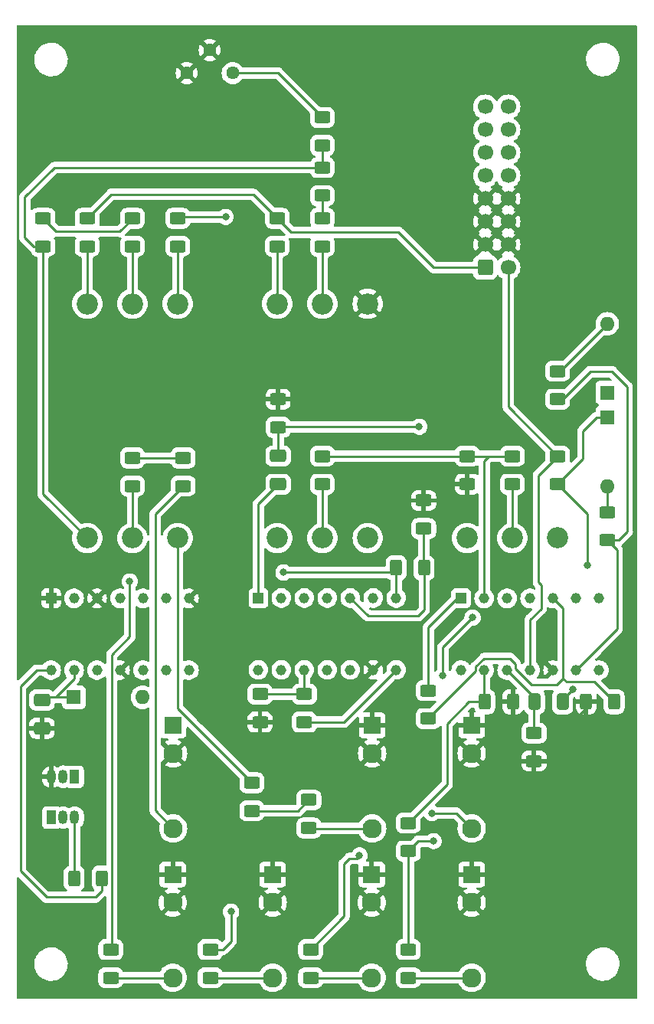
<source format=gbr>
%TF.GenerationSoftware,KiCad,Pcbnew,7.0.2*%
%TF.CreationDate,2023-05-22T18:24:12+02:00*%
%TF.ProjectId,VCO_EURORACK,56434f5f-4555-4524-9f52-41434b2e6b69,rev?*%
%TF.SameCoordinates,Original*%
%TF.FileFunction,Copper,L2,Bot*%
%TF.FilePolarity,Positive*%
%FSLAX46Y46*%
G04 Gerber Fmt 4.6, Leading zero omitted, Abs format (unit mm)*
G04 Created by KiCad (PCBNEW 7.0.2) date 2023-05-22 18:24:12*
%MOMM*%
%LPD*%
G01*
G04 APERTURE LIST*
G04 Aperture macros list*
%AMRoundRect*
0 Rectangle with rounded corners*
0 $1 Rounding radius*
0 $2 $3 $4 $5 $6 $7 $8 $9 X,Y pos of 4 corners*
0 Add a 4 corners polygon primitive as box body*
4,1,4,$2,$3,$4,$5,$6,$7,$8,$9,$2,$3,0*
0 Add four circle primitives for the rounded corners*
1,1,$1+$1,$2,$3*
1,1,$1+$1,$4,$5*
1,1,$1+$1,$6,$7*
1,1,$1+$1,$8,$9*
0 Add four rect primitives between the rounded corners*
20,1,$1+$1,$2,$3,$4,$5,0*
20,1,$1+$1,$4,$5,$6,$7,0*
20,1,$1+$1,$6,$7,$8,$9,0*
20,1,$1+$1,$8,$9,$2,$3,0*%
G04 Aperture macros list end*
%TA.AperFunction,SMDPad,CuDef*%
%ADD10RoundRect,0.250000X0.625000X-0.400000X0.625000X0.400000X-0.625000X0.400000X-0.625000X-0.400000X0*%
%TD*%
%TA.AperFunction,SMDPad,CuDef*%
%ADD11RoundRect,0.250000X-0.625000X0.400000X-0.625000X-0.400000X0.625000X-0.400000X0.625000X0.400000X0*%
%TD*%
%TA.AperFunction,SMDPad,CuDef*%
%ADD12RoundRect,0.250000X0.400000X0.625000X-0.400000X0.625000X-0.400000X-0.625000X0.400000X-0.625000X0*%
%TD*%
%TA.AperFunction,SMDPad,CuDef*%
%ADD13RoundRect,0.250000X-0.400000X-0.625000X0.400000X-0.625000X0.400000X0.625000X-0.400000X0.625000X0*%
%TD*%
%TA.AperFunction,SMDPad,CuDef*%
%ADD14RoundRect,0.250000X0.412500X0.650000X-0.412500X0.650000X-0.412500X-0.650000X0.412500X-0.650000X0*%
%TD*%
%TA.AperFunction,SMDPad,CuDef*%
%ADD15RoundRect,0.250000X0.650000X-0.412500X0.650000X0.412500X-0.650000X0.412500X-0.650000X-0.412500X0*%
%TD*%
%TA.AperFunction,SMDPad,CuDef*%
%ADD16RoundRect,0.250000X-0.650000X0.412500X-0.650000X-0.412500X0.650000X-0.412500X0.650000X0.412500X0*%
%TD*%
%TA.AperFunction,ComponentPad*%
%ADD17C,2.340000*%
%TD*%
%TA.AperFunction,ComponentPad*%
%ADD18R,1.930000X1.830000*%
%TD*%
%TA.AperFunction,ComponentPad*%
%ADD19C,2.130000*%
%TD*%
%TA.AperFunction,ComponentPad*%
%ADD20C,1.440000*%
%TD*%
%TA.AperFunction,ComponentPad*%
%ADD21R,1.600000X1.600000*%
%TD*%
%TA.AperFunction,ComponentPad*%
%ADD22O,1.600000X1.600000*%
%TD*%
%TA.AperFunction,ComponentPad*%
%ADD23RoundRect,0.250000X-0.600000X-0.600000X0.600000X-0.600000X0.600000X0.600000X-0.600000X0.600000X0*%
%TD*%
%TA.AperFunction,ComponentPad*%
%ADD24C,1.700000*%
%TD*%
%TA.AperFunction,ComponentPad*%
%ADD25R,1.170000X1.170000*%
%TD*%
%TA.AperFunction,ComponentPad*%
%ADD26C,1.170000*%
%TD*%
%TA.AperFunction,ComponentPad*%
%ADD27R,1.050000X1.500000*%
%TD*%
%TA.AperFunction,ComponentPad*%
%ADD28O,1.050000X1.500000*%
%TD*%
%TA.AperFunction,ViaPad*%
%ADD29C,0.800000*%
%TD*%
%TA.AperFunction,Conductor*%
%ADD30C,0.250000*%
%TD*%
G04 APERTURE END LIST*
D10*
%TO.P,TH4,1*%
%TO.N,Net-(R5-Pad2)*%
X134580000Y-124620000D03*
%TO.P,TH4,2*%
%TO.N,Net-(RV3-Pad1)*%
X134580000Y-121520000D03*
%TD*%
D11*
%TO.P,TH3,1*%
%TO.N,Net-(R4-Pad2)*%
X121380000Y-85620000D03*
%TO.P,TH3,2*%
%TO.N,/VCO_CONTROL*%
X121380000Y-88720000D03*
%TD*%
D10*
%TO.P,TH2,1*%
%TO.N,Net-(R7-Pad2)*%
X142380000Y-56620000D03*
%TO.P,TH2,2*%
%TO.N,/VCO_CONTROL*%
X142380000Y-53520000D03*
%TD*%
D11*
%TO.P,TH1,1*%
%TO.N,Net-(R6-Pad2)*%
X111480000Y-59120000D03*
%TO.P,TH1,2*%
%TO.N,/VCO_CONTROL*%
X111480000Y-62220000D03*
%TD*%
%TO.P,R29,1*%
%TO.N,Net-(U3-4OUT)*%
X151880000Y-139970000D03*
%TO.P,R29,2*%
%TO.N,/TRI_OUT*%
X151880000Y-143070000D03*
%TD*%
D10*
%TO.P,R28,1*%
%TO.N,Net-(U3-4OUT)*%
X151880000Y-129070000D03*
%TO.P,R28,2*%
%TO.N,Net-(U3-4IN-)*%
X151880000Y-125970000D03*
%TD*%
D12*
%TO.P,R27,1*%
%TO.N,GND*%
X163430000Y-112570000D03*
%TO.P,R27,2*%
%TO.N,Net-(U3-4IN-)*%
X160330000Y-112570000D03*
%TD*%
D10*
%TO.P,R26,1*%
%TO.N,GND*%
X165780000Y-119120000D03*
%TO.P,R26,2*%
%TO.N,/TRI_NO_AJUST*%
X165780000Y-116020000D03*
%TD*%
D11*
%TO.P,R25,1*%
%TO.N,-12V*%
X168380000Y-85420000D03*
%TO.P,R25,2*%
%TO.N,Net-(D2-K)*%
X168380000Y-88520000D03*
%TD*%
%TO.P,R24,1*%
%TO.N,Net-(D2-A)*%
X168380000Y-76020000D03*
%TO.P,R24,2*%
%TO.N,Net-(U3-3IN-)*%
X168380000Y-79120000D03*
%TD*%
%TO.P,R23,2*%
%TO.N,Net-(U3-3IN-)*%
X173880000Y-94720000D03*
%TO.P,R23,1*%
%TO.N,/BASE_SAW*%
X173880000Y-91620000D03*
%TD*%
%TO.P,R22,1*%
%TO.N,Net-(U3-2IN-)*%
X141080000Y-139970000D03*
%TO.P,R22,2*%
%TO.N,/PWM_OUT*%
X141080000Y-143070000D03*
%TD*%
D12*
%TO.P,R21,1*%
%TO.N,Net-(U3-2IN+)*%
X174630000Y-112570000D03*
%TO.P,R21,2*%
%TO.N,GND*%
X171530000Y-112570000D03*
%TD*%
D11*
%TO.P,R20,1*%
%TO.N,/PWM_NO_AJUST*%
X154080000Y-111320000D03*
%TO.P,R20,2*%
%TO.N,Net-(U3-2IN+)*%
X154080000Y-114420000D03*
%TD*%
%TO.P,R19,1*%
%TO.N,Net-(U3-1IN-)*%
X158380000Y-85420000D03*
%TO.P,R19,2*%
%TO.N,GND*%
X158380000Y-88520000D03*
%TD*%
D10*
%TO.P,R18,1*%
%TO.N,Net-(R18-Pad1)*%
X163380000Y-88520000D03*
%TO.P,R18,2*%
%TO.N,Net-(U3-1IN-)*%
X163380000Y-85420000D03*
%TD*%
%TO.P,R17,1*%
%TO.N,Net-(R17-Pad1)*%
X142380000Y-88520000D03*
%TO.P,R17,2*%
%TO.N,Net-(U3-1IN-)*%
X142380000Y-85420000D03*
%TD*%
D11*
%TO.P,R16,1*%
%TO.N,Net-(U2-4IN-)*%
X129980000Y-139970000D03*
%TO.P,R16,2*%
%TO.N,/SQR_OUT*%
X129980000Y-143070000D03*
%TD*%
D10*
%TO.P,R15,1*%
%TO.N,GND*%
X135480000Y-114820000D03*
%TO.P,R15,2*%
%TO.N,Net-(U2-4IN+)*%
X135480000Y-111720000D03*
%TD*%
%TO.P,R14,1*%
%TO.N,Net-(U2-3OUT)*%
X140380000Y-114820000D03*
%TO.P,R14,2*%
%TO.N,Net-(U2-4IN+)*%
X140380000Y-111720000D03*
%TD*%
D11*
%TO.P,R13,1*%
%TO.N,Net-(U2-2OUT)*%
X118980000Y-139970000D03*
%TO.P,R13,2*%
%TO.N,/SAW_OUT*%
X118980000Y-143070000D03*
%TD*%
D13*
%TO.P,R12,1*%
%TO.N,Net-(U2-2OUT)*%
X150530000Y-97770000D03*
%TO.P,R12,2*%
%TO.N,Net-(U2-2IN+)*%
X153630000Y-97770000D03*
%TD*%
D11*
%TO.P,R11,1*%
%TO.N,GND*%
X153580000Y-90320000D03*
%TO.P,R11,2*%
%TO.N,Net-(U2-2IN+)*%
X153580000Y-93420000D03*
%TD*%
%TO.P,R10,1*%
%TO.N,GND*%
X137480000Y-79120000D03*
%TO.P,R10,2*%
%TO.N,/BASE_SAW*%
X137480000Y-82220000D03*
%TD*%
D12*
%TO.P,R9,1*%
%TO.N,+12V*%
X118030000Y-132070000D03*
%TO.P,R9,2*%
%TO.N,Net-(Q1-E)*%
X114930000Y-132070000D03*
%TD*%
D11*
%TO.P,R8,1*%
%TO.N,Net-(R8-Pad1)*%
X142380000Y-47970000D03*
%TO.P,R8,2*%
%TO.N,/VCO_CONTROL*%
X142380000Y-51070000D03*
%TD*%
D10*
%TO.P,R7,1*%
%TO.N,Net-(R7-Pad1)*%
X142380000Y-62220000D03*
%TO.P,R7,2*%
%TO.N,Net-(R7-Pad2)*%
X142380000Y-59120000D03*
%TD*%
%TO.P,R6,1*%
%TO.N,Net-(R6-Pad1)*%
X121380000Y-62220000D03*
%TO.P,R6,2*%
%TO.N,Net-(R6-Pad2)*%
X121380000Y-59120000D03*
%TD*%
%TO.P,R5,1*%
%TO.N,Net-(J3-PadT)*%
X140880000Y-126520000D03*
%TO.P,R5,2*%
%TO.N,Net-(R5-Pad2)*%
X140880000Y-123420000D03*
%TD*%
%TO.P,R4,1*%
%TO.N,Net-(J2-PadT)*%
X126980000Y-88720000D03*
%TO.P,R4,2*%
%TO.N,Net-(R4-Pad2)*%
X126980000Y-85620000D03*
%TD*%
%TO.P,R3,1*%
%TO.N,Net-(R3-Pad1)*%
X137380000Y-62220000D03*
%TO.P,R3,2*%
%TO.N,-12V*%
X137380000Y-59120000D03*
%TD*%
%TO.P,R2,1*%
%TO.N,Net-(R2-Pad1)*%
X116380000Y-62220000D03*
%TO.P,R2,2*%
%TO.N,-12V*%
X116380000Y-59120000D03*
%TD*%
D11*
%TO.P,R1,1*%
%TO.N,+12V*%
X126380000Y-59120000D03*
%TO.P,R1,2*%
%TO.N,Net-(R1-Pad2)*%
X126380000Y-62220000D03*
%TD*%
D14*
%TO.P,C3,1*%
%TO.N,Net-(D2-K)*%
X168942500Y-112570000D03*
%TO.P,C3,2*%
%TO.N,/TRI_NO_AJUST*%
X165817500Y-112570000D03*
%TD*%
D15*
%TO.P,C2,2*%
%TO.N,/BASE_SAW*%
X137480000Y-85407500D03*
%TO.P,C2,1*%
%TO.N,Net-(U2-1IN-)*%
X137480000Y-88532500D03*
%TD*%
D16*
%TO.P,C1,1*%
%TO.N,Net-(D1-K)*%
X111380000Y-112370000D03*
%TO.P,C1,2*%
%TO.N,GND*%
X111380000Y-115495000D03*
%TD*%
D17*
%TO.P,RV5,1,1*%
%TO.N,+12V*%
X147380000Y-94470000D03*
%TO.P,RV5,2,2*%
%TO.N,Net-(R17-Pad1)*%
X142380000Y-94470000D03*
%TO.P,RV5,3,3*%
%TO.N,-12V*%
X137380000Y-94470000D03*
%TD*%
D18*
%TO.P,J3,S*%
%TO.N,GND*%
X147880000Y-115170000D03*
D19*
%TO.P,J3,T*%
%TO.N,Net-(J3-PadT)*%
X147880000Y-126570000D03*
%TO.P,J3,TN*%
%TO.N,GND*%
X147880000Y-118270000D03*
%TD*%
D18*
%TO.P,J7,S*%
%TO.N,GND*%
X147830000Y-131670000D03*
D19*
%TO.P,J7,T*%
%TO.N,/PWM_OUT*%
X147830000Y-143070000D03*
%TO.P,J7,TN*%
%TO.N,GND*%
X147830000Y-134770000D03*
%TD*%
D17*
%TO.P,RV6,1,1*%
%TO.N,Net-(R18-Pad1)*%
X168380000Y-94470000D03*
%TO.P,RV6,2,2*%
X163380000Y-94470000D03*
%TO.P,RV6,3,3*%
%TO.N,Net-(J6-PadT)*%
X158380000Y-94470000D03*
%TD*%
%TO.P,RV1,1,1*%
%TO.N,Net-(R1-Pad2)*%
X126380000Y-68570000D03*
%TO.P,RV1,2,2*%
%TO.N,Net-(R6-Pad1)*%
X121380000Y-68570000D03*
%TO.P,RV1,3,3*%
%TO.N,Net-(R2-Pad1)*%
X116380000Y-68570000D03*
%TD*%
D18*
%TO.P,J4,S*%
%TO.N,GND*%
X125830000Y-131670000D03*
D19*
%TO.P,J4,T*%
%TO.N,/SAW_OUT*%
X125830000Y-143070000D03*
%TO.P,J4,TN*%
%TO.N,GND*%
X125830000Y-134770000D03*
%TD*%
D18*
%TO.P,J2,S*%
%TO.N,GND*%
X125880000Y-115170000D03*
D19*
%TO.P,J2,T*%
%TO.N,Net-(J2-PadT)*%
X125880000Y-126570000D03*
%TO.P,J2,TN*%
%TO.N,GND*%
X125880000Y-118270000D03*
%TD*%
D17*
%TO.P,RV2,1,1*%
%TO.N,GND*%
X147380000Y-68570000D03*
%TO.P,RV2,2,2*%
%TO.N,Net-(R7-Pad1)*%
X142380000Y-68570000D03*
%TO.P,RV2,3,3*%
%TO.N,Net-(R3-Pad1)*%
X137380000Y-68570000D03*
%TD*%
D18*
%TO.P,J8,S*%
%TO.N,GND*%
X158880000Y-131670000D03*
D19*
%TO.P,J8,T*%
%TO.N,/TRI_OUT*%
X158880000Y-143070000D03*
%TO.P,J8,TN*%
%TO.N,GND*%
X158880000Y-134770000D03*
%TD*%
D17*
%TO.P,RV3,1,1*%
%TO.N,Net-(RV3-Pad1)*%
X126380000Y-94470000D03*
%TO.P,RV3,2,2*%
%TO.N,/VCO_CONTROL*%
X121380000Y-94470000D03*
%TO.P,RV3,3,3*%
X116380000Y-94470000D03*
%TD*%
D18*
%TO.P,J6,S*%
%TO.N,GND*%
X158880000Y-115170000D03*
D19*
%TO.P,J6,T*%
%TO.N,Net-(J6-PadT)*%
X158880000Y-126570000D03*
%TO.P,J6,TN*%
%TO.N,GND*%
X158880000Y-118270000D03*
%TD*%
D18*
%TO.P,J5,S*%
%TO.N,GND*%
X136880000Y-131670000D03*
D19*
%TO.P,J5,T*%
%TO.N,/SQR_OUT*%
X136880000Y-143070000D03*
%TO.P,J5,TN*%
%TO.N,GND*%
X136880000Y-134770000D03*
%TD*%
D20*
%TO.P,RV4,1,1*%
%TO.N,Net-(R8-Pad1)*%
X132460000Y-43070000D03*
%TO.P,RV4,2,2*%
%TO.N,GND*%
X129920000Y-40530000D03*
%TO.P,RV4,3,3*%
X127380000Y-43070000D03*
%TD*%
D21*
%TO.P,D2,1,K*%
%TO.N,Net-(D2-K)*%
X173880000Y-78400000D03*
D22*
%TO.P,D2,2,A*%
%TO.N,Net-(D2-A)*%
X173880000Y-70780000D03*
%TD*%
D23*
%TO.P,J1,1,Pin_1*%
%TO.N,-12V*%
X160380000Y-64570000D03*
D24*
%TO.P,J1,2,Pin_2*%
X162920000Y-64570000D03*
%TO.P,J1,3,Pin_3*%
%TO.N,GND*%
X160380000Y-62030000D03*
%TO.P,J1,4,Pin_4*%
X162920000Y-62030000D03*
%TO.P,J1,5,Pin_5*%
X160380000Y-59490000D03*
%TO.P,J1,6,Pin_6*%
X162920000Y-59490000D03*
%TO.P,J1,7,Pin_7*%
X160380000Y-56950000D03*
%TO.P,J1,8,Pin_8*%
X162920000Y-56950000D03*
%TO.P,J1,9,Pin_9*%
%TO.N,+12V*%
X160380000Y-54410000D03*
%TO.P,J1,10,Pin_10*%
X162920000Y-54410000D03*
%TO.P,J1,11,Pin_11*%
%TO.N,+5V*%
X160380000Y-51870000D03*
%TO.P,J1,12,Pin_12*%
X162920000Y-51870000D03*
%TO.P,J1,13,Pin_13*%
%TO.N,/CV*%
X160380000Y-49330000D03*
%TO.P,J1,14,Pin_14*%
X162920000Y-49330000D03*
%TO.P,J1,15,Pin_15*%
%TO.N,/GATE*%
X160380000Y-46790000D03*
%TO.P,J1,16,Pin_16*%
X162920000Y-46790000D03*
%TD*%
D25*
%TO.P,U1,1,A*%
%TO.N,GND*%
X112380000Y-101130000D03*
D26*
%TO.P,U1,2,G=~A*%
%TO.N,unconnected-(U1-G=~A-Pad2)*%
X114920000Y-101130000D03*
%TO.P,U1,3,B*%
%TO.N,GND*%
X117460000Y-101130000D03*
%TO.P,U1,4,H=~B*%
%TO.N,unconnected-(U1-H=~B-Pad4)*%
X120000000Y-101130000D03*
%TO.P,U1,5,C*%
%TO.N,GND*%
X122540000Y-101130000D03*
%TO.P,U1,6,I=~C*%
%TO.N,unconnected-(U1-I=~C-Pad6)*%
X125080000Y-101130000D03*
%TO.P,U1,7,VSS*%
%TO.N,GND*%
X127620000Y-101130000D03*
%TO.P,U1,8,J=~D*%
%TO.N,unconnected-(U1-J=~D-Pad8)*%
X127620000Y-109070000D03*
%TO.P,U1,9,D*%
%TO.N,GND*%
X125080000Y-109070000D03*
%TO.P,U1,10,K=~E*%
%TO.N,unconnected-(U1-K=~E-Pad10)*%
X122540000Y-109070000D03*
%TO.P,U1,11,E*%
%TO.N,GND*%
X120000000Y-109070000D03*
%TO.P,U1,12,L=~F*%
%TO.N,Net-(D1-A)*%
X117460000Y-109070000D03*
%TO.P,U1,13,F*%
%TO.N,Net-(D1-K)*%
X114920000Y-109070000D03*
%TO.P,U1,14,VDD*%
%TO.N,+12V*%
X112380000Y-109070000D03*
%TD*%
D27*
%TO.P,Q2,1,C*%
%TO.N,Net-(D1-K)*%
X114980000Y-120870000D03*
D28*
%TO.P,Q2,2,B*%
%TO.N,Net-(Q1-E)*%
X113710000Y-120870000D03*
%TO.P,Q2,3,E*%
%TO.N,GND*%
X112440000Y-120870000D03*
%TD*%
D21*
%TO.P,D3,1,K*%
%TO.N,Net-(D2-K)*%
X173880000Y-81160000D03*
D22*
%TO.P,D3,2,A*%
%TO.N,/BASE_SAW*%
X173880000Y-88780000D03*
%TD*%
D25*
%TO.P,U2,1,1OUT*%
%TO.N,Net-(U2-1IN-)*%
X135300000Y-101100000D03*
D26*
%TO.P,U2,2,1IN-*%
X137840000Y-101100000D03*
%TO.P,U2,3,1IN+*%
%TO.N,Net-(D1-K)*%
X140380000Y-101100000D03*
%TO.P,U2,4,VCC+*%
%TO.N,+12V*%
X142920000Y-101100000D03*
%TO.P,U2,5,2IN+*%
%TO.N,Net-(U2-2IN+)*%
X145460000Y-101100000D03*
%TO.P,U2,6,2IN-*%
%TO.N,/BASE_SAW*%
X148000000Y-101100000D03*
%TO.P,U2,7,2OUT*%
%TO.N,Net-(U2-2OUT)*%
X150540000Y-101100000D03*
%TO.P,U2,8,3OUT*%
%TO.N,Net-(U2-3OUT)*%
X150540000Y-109040000D03*
%TO.P,U2,9,3IN-*%
%TO.N,GND*%
X148000000Y-109040000D03*
%TO.P,U2,10,3IN+*%
%TO.N,/BASE_SAW*%
X145460000Y-109040000D03*
%TO.P,U2,11,VCC-*%
%TO.N,-12V*%
X142920000Y-109040000D03*
%TO.P,U2,12,4IN+*%
%TO.N,Net-(U2-4IN+)*%
X140380000Y-109040000D03*
%TO.P,U2,13,4IN-*%
%TO.N,Net-(U2-4IN-)*%
X137840000Y-109040000D03*
%TO.P,U2,14,4OUT*%
X135300000Y-109040000D03*
%TD*%
D25*
%TO.P,U3,1,1OUT*%
%TO.N,/PWM_NO_AJUST*%
X157720000Y-101130000D03*
D26*
%TO.P,U3,2,1IN-*%
%TO.N,Net-(U3-1IN-)*%
X160260000Y-101130000D03*
%TO.P,U3,3,1IN+*%
%TO.N,/BASE_SAW*%
X162800000Y-101130000D03*
%TO.P,U3,4,VCC+*%
%TO.N,+12V*%
X165340000Y-101130000D03*
%TO.P,U3,5,2IN+*%
%TO.N,Net-(U3-2IN+)*%
X167880000Y-101130000D03*
%TO.P,U3,6,2IN-*%
%TO.N,Net-(U3-2IN-)*%
X170420000Y-101130000D03*
%TO.P,U3,7,2OUT*%
X172960000Y-101130000D03*
%TO.P,U3,8,3OUT*%
%TO.N,Net-(D2-A)*%
X172960000Y-109070000D03*
%TO.P,U3,9,3IN-*%
%TO.N,Net-(U3-3IN-)*%
X170420000Y-109070000D03*
%TO.P,U3,10,3IN+*%
%TO.N,GND*%
X167880000Y-109070000D03*
%TO.P,U3,11,VCC-*%
%TO.N,-12V*%
X165340000Y-109070000D03*
%TO.P,U3,12,4IN+*%
%TO.N,/TRI_NO_AJUST*%
X162800000Y-109070000D03*
%TO.P,U3,13,4IN-*%
%TO.N,Net-(U3-4IN-)*%
X160260000Y-109070000D03*
%TO.P,U3,14,4OUT*%
%TO.N,Net-(U3-4OUT)*%
X157720000Y-109070000D03*
%TD*%
D21*
%TO.P,D1,1,K*%
%TO.N,Net-(D1-K)*%
X114880000Y-112070000D03*
D22*
%TO.P,D1,2,A*%
%TO.N,Net-(D1-A)*%
X122500000Y-112070000D03*
%TD*%
D27*
%TO.P,Q1,1,C*%
%TO.N,-12V*%
X112440000Y-125370000D03*
D28*
%TO.P,Q1,2,B*%
%TO.N,/VCO_CONTROL*%
X113710000Y-125370000D03*
%TO.P,Q1,3,E*%
%TO.N,Net-(Q1-E)*%
X114980000Y-125370000D03*
%TD*%
D29*
%TO.N,Net-(J6-PadT)*%
X154480000Y-124870000D03*
X155680000Y-109670000D03*
X158980000Y-103270000D03*
%TO.N,GND*%
X169680000Y-115170000D03*
%TO.N,Net-(U3-2IN-)*%
X146480000Y-129570000D03*
%TO.N,/BASE_SAW*%
X153080000Y-82170000D03*
%TO.N,Net-(U2-2OUT)*%
X138080000Y-98270000D03*
X121080000Y-99270000D03*
%TO.N,Net-(D2-K)*%
X171680000Y-97470000D03*
X170080000Y-111170000D03*
%TO.N,Net-(U3-4OUT)*%
X154680000Y-127970000D03*
%TO.N,Net-(U2-4IN-)*%
X132280000Y-135770000D03*
%TO.N,+12V*%
X131680000Y-58970000D03*
%TD*%
D30*
%TO.N,Net-(J6-PadT)*%
X157180000Y-124870000D02*
X158880000Y-126570000D01*
X154480000Y-124870000D02*
X157180000Y-124870000D01*
X155680000Y-106570000D02*
X155680000Y-109670000D01*
X158980000Y-103270000D02*
X155680000Y-106570000D01*
%TO.N,GND*%
X171530000Y-113320000D02*
X169680000Y-115170000D01*
X171530000Y-112570000D02*
X171530000Y-113320000D01*
%TO.N,Net-(U3-2IN-)*%
X146180000Y-129870000D02*
X146480000Y-129570000D01*
X145480000Y-129870000D02*
X146180000Y-129870000D01*
X145380000Y-129870000D02*
X145480000Y-129870000D01*
X144780000Y-130470000D02*
X145380000Y-129870000D01*
X144780000Y-136270000D02*
X144780000Y-130470000D01*
X141080000Y-139970000D02*
X144780000Y-136270000D01*
%TO.N,/BASE_SAW*%
X137530000Y-82170000D02*
X137480000Y-82220000D01*
X153080000Y-82170000D02*
X137530000Y-82170000D01*
%TO.N,Net-(U2-2OUT)*%
X138080000Y-98270000D02*
X150030000Y-98270000D01*
X150030000Y-98270000D02*
X150530000Y-97770000D01*
X121080000Y-105370000D02*
X121080000Y-99270000D01*
X119090000Y-107360000D02*
X121080000Y-105370000D01*
X119090000Y-139860000D02*
X119090000Y-107360000D01*
X118980000Y-139970000D02*
X119090000Y-139860000D01*
%TO.N,Net-(D2-K)*%
X171680000Y-91820000D02*
X171680000Y-97470000D01*
X168380000Y-88520000D02*
X171680000Y-91820000D01*
X168942500Y-112307500D02*
X170080000Y-111170000D01*
X168942500Y-112570000D02*
X168942500Y-112307500D01*
%TO.N,Net-(U3-2IN+)*%
X168280000Y-110670000D02*
X168980000Y-109970000D01*
X163710000Y-108400000D02*
X163710000Y-108900000D01*
X163080000Y-107770000D02*
X163710000Y-108400000D01*
X163710000Y-108900000D02*
X165480000Y-110670000D01*
X160273065Y-107770000D02*
X163080000Y-107770000D01*
X159350000Y-108693065D02*
X160273065Y-107770000D01*
X159350000Y-109150000D02*
X159350000Y-108693065D01*
X165480000Y-110670000D02*
X168280000Y-110670000D01*
X154080000Y-114420000D02*
X159350000Y-109150000D01*
%TO.N,-12V*%
X165340000Y-103510000D02*
X165340000Y-109070000D01*
X166580000Y-99670000D02*
X166580000Y-102270000D01*
X166250000Y-99340000D02*
X166580000Y-99670000D01*
X166250000Y-87550000D02*
X166250000Y-99340000D01*
X168380000Y-85420000D02*
X166250000Y-87550000D01*
X166580000Y-102270000D02*
X165340000Y-103510000D01*
%TO.N,Net-(U3-2IN+)*%
X168980000Y-102230000D02*
X167880000Y-101130000D01*
X168980000Y-109970000D02*
X168980000Y-102230000D01*
X169380000Y-110370000D02*
X168980000Y-109970000D01*
X174630000Y-112570000D02*
X172430000Y-110370000D01*
X172430000Y-110370000D02*
X169380000Y-110370000D01*
%TO.N,Net-(U3-3IN-)*%
X172780000Y-106710000D02*
X170420000Y-109070000D01*
X174980000Y-95820000D02*
X174980000Y-104470000D01*
X173880000Y-94720000D02*
X174980000Y-95820000D01*
X174980000Y-104470000D02*
X172780000Y-106670000D01*
X172780000Y-106670000D02*
X172780000Y-106710000D01*
%TO.N,Net-(U3-4OUT)*%
X152980000Y-127970000D02*
X151880000Y-129070000D01*
X154680000Y-127970000D02*
X152980000Y-127970000D01*
%TO.N,Net-(U3-4IN-)*%
X158580000Y-112570000D02*
X160330000Y-112570000D01*
X156180000Y-121670000D02*
X156180000Y-114970000D01*
X151880000Y-125970000D02*
X156180000Y-121670000D01*
X156180000Y-114970000D02*
X158580000Y-112570000D01*
%TO.N,Net-(U3-4OUT)*%
X151880000Y-129070000D02*
X151880000Y-139970000D01*
%TO.N,Net-(R5-Pad2)*%
X139680000Y-124620000D02*
X140880000Y-123420000D01*
X134580000Y-124620000D02*
X139680000Y-124620000D01*
%TO.N,Net-(J3-PadT)*%
X140930000Y-126570000D02*
X147880000Y-126570000D01*
X140880000Y-126520000D02*
X140930000Y-126570000D01*
%TO.N,/TRI_OUT*%
X151880000Y-143070000D02*
X158880000Y-143070000D01*
%TO.N,/PWM_OUT*%
X141080000Y-143070000D02*
X147830000Y-143070000D01*
%TO.N,/SAW_OUT*%
X118980000Y-143070000D02*
X125830000Y-143070000D01*
%TO.N,/SQR_OUT*%
X129980000Y-143070000D02*
X136880000Y-143070000D01*
%TO.N,Net-(U2-4IN-)*%
X131330000Y-139970000D02*
X132280000Y-139020000D01*
X129980000Y-139970000D02*
X131330000Y-139970000D01*
%TO.N,Net-(J2-PadT)*%
X123880000Y-124570000D02*
X125880000Y-126570000D01*
X123880000Y-91820000D02*
X123880000Y-124570000D01*
X126980000Y-88720000D02*
X123880000Y-91820000D01*
%TO.N,+12V*%
X110780000Y-109070000D02*
X112380000Y-109070000D01*
X108980000Y-131270000D02*
X108980000Y-110870000D01*
X111880000Y-134170000D02*
X108980000Y-131270000D01*
X118030000Y-133420000D02*
X117280000Y-134170000D01*
X117280000Y-134170000D02*
X111880000Y-134170000D01*
X108980000Y-110870000D02*
X110780000Y-109070000D01*
X118030000Y-132070000D02*
X118030000Y-133420000D01*
%TO.N,Net-(D1-K)*%
X112880000Y-112070000D02*
X114920000Y-110030000D01*
X112880000Y-112070000D02*
X114880000Y-112070000D01*
X111680000Y-112070000D02*
X112880000Y-112070000D01*
X114920000Y-110030000D02*
X114920000Y-109070000D01*
X111380000Y-112370000D02*
X111680000Y-112070000D01*
%TO.N,Net-(U3-3IN-)*%
X175130000Y-94720000D02*
X173880000Y-94720000D01*
X176080000Y-93770000D02*
X175130000Y-94720000D01*
X174380000Y-76070000D02*
X176080000Y-77770000D01*
X171980000Y-76070000D02*
X174380000Y-76070000D01*
X168380000Y-79120000D02*
X168930000Y-79120000D01*
X168930000Y-79120000D02*
X171980000Y-76070000D01*
X176080000Y-77770000D02*
X176080000Y-93770000D01*
%TO.N,Net-(D2-A)*%
X168640000Y-76020000D02*
X173880000Y-70780000D01*
X168380000Y-76020000D02*
X168640000Y-76020000D01*
%TO.N,Net-(D2-K)*%
X171180000Y-82670000D02*
X172690000Y-81160000D01*
X172690000Y-81160000D02*
X173880000Y-81160000D01*
X171180000Y-85720000D02*
X171180000Y-82670000D01*
X168380000Y-88520000D02*
X171180000Y-85720000D01*
%TO.N,/BASE_SAW*%
X173880000Y-91620000D02*
X173880000Y-88780000D01*
%TO.N,Net-(U2-1IN-)*%
X135300000Y-90712500D02*
X135300000Y-101100000D01*
X137480000Y-88532500D02*
X135300000Y-90712500D01*
%TO.N,Net-(U2-4IN-)*%
X132280000Y-135770000D02*
X132280000Y-139020000D01*
%TO.N,Net-(RV3-Pad1)*%
X126380000Y-113320000D02*
X126380000Y-94470000D01*
X134580000Y-121520000D02*
X126380000Y-113320000D01*
%TO.N,/PWM_NO_AJUST*%
X157320000Y-101130000D02*
X157720000Y-101130000D01*
X154080000Y-104370000D02*
X157320000Y-101130000D01*
X154080000Y-111320000D02*
X154080000Y-104370000D01*
%TO.N,/TRI_NO_AJUST*%
X165780000Y-112607500D02*
X165817500Y-112570000D01*
X165780000Y-116020000D02*
X165780000Y-112607500D01*
X165917500Y-112370000D02*
X165917500Y-112187500D01*
X165917500Y-112187500D02*
X162800000Y-109070000D01*
%TO.N,Net-(U3-4IN-)*%
X160260000Y-112300000D02*
X160260000Y-109070000D01*
X160330000Y-112370000D02*
X160260000Y-112300000D01*
%TO.N,-12V*%
X162920000Y-79960000D02*
X162920000Y-64570000D01*
X168380000Y-85420000D02*
X162920000Y-79960000D01*
%TO.N,Net-(Q1-E)*%
X114930000Y-132070000D02*
X114980000Y-132020000D01*
X114980000Y-132020000D02*
X114980000Y-125370000D01*
%TO.N,Net-(U2-2IN+)*%
X152980000Y-103070000D02*
X147430000Y-103070000D01*
X153630000Y-102420000D02*
X152980000Y-103070000D01*
X153630000Y-97770000D02*
X153630000Y-102420000D01*
X147430000Y-103070000D02*
X145460000Y-101100000D01*
%TO.N,Net-(U2-2OUT)*%
X150540000Y-97780000D02*
X150540000Y-101100000D01*
X150530000Y-97770000D02*
X150540000Y-97780000D01*
%TO.N,Net-(U2-2IN+)*%
X153580000Y-93420000D02*
X153580000Y-97720000D01*
X153580000Y-97720000D02*
X153630000Y-97770000D01*
%TO.N,Net-(U2-3OUT)*%
X144760000Y-114820000D02*
X150540000Y-109040000D01*
X140380000Y-114820000D02*
X144760000Y-114820000D01*
%TO.N,Net-(U2-4IN+)*%
X140380000Y-111720000D02*
X140380000Y-109040000D01*
X135480000Y-111720000D02*
X140380000Y-111720000D01*
%TO.N,Net-(D2-A)*%
X168380000Y-76020000D02*
X168430000Y-76070000D01*
%TO.N,Net-(U3-1IN-)*%
X160260000Y-85940000D02*
X160260000Y-101130000D01*
X160780000Y-85420000D02*
X163380000Y-85420000D01*
X158380000Y-85420000D02*
X160780000Y-85420000D01*
X160780000Y-85420000D02*
X160260000Y-85940000D01*
%TO.N,Net-(R18-Pad1)*%
X163380000Y-88520000D02*
X163380000Y-94470000D01*
%TO.N,Net-(U3-1IN-)*%
X142380000Y-85420000D02*
X158380000Y-85420000D01*
%TO.N,/BASE_SAW*%
X137480000Y-82220000D02*
X137480000Y-85407500D01*
%TO.N,Net-(R17-Pad1)*%
X142380000Y-88520000D02*
X142380000Y-94470000D01*
%TO.N,Net-(R4-Pad2)*%
X121380000Y-85620000D02*
X126980000Y-85620000D01*
%TO.N,/VCO_CONTROL*%
X121380000Y-88720000D02*
X121380000Y-94470000D01*
X111480000Y-89570000D02*
X116380000Y-94470000D01*
X111480000Y-62220000D02*
X111480000Y-89570000D01*
X109480000Y-56770000D02*
X109480000Y-61270000D01*
X112730000Y-53520000D02*
X109480000Y-56770000D01*
X142380000Y-53520000D02*
X112730000Y-53520000D01*
X109480000Y-61270000D02*
X110430000Y-62220000D01*
X110430000Y-62220000D02*
X111480000Y-62220000D01*
%TO.N,+12V*%
X126530000Y-58970000D02*
X126380000Y-59120000D01*
X131680000Y-58970000D02*
X126530000Y-58970000D01*
%TO.N,-12V*%
X150780000Y-60670000D02*
X154680000Y-64570000D01*
X154680000Y-64570000D02*
X160380000Y-64570000D01*
X138930000Y-60670000D02*
X150780000Y-60670000D01*
X137380000Y-59120000D02*
X138930000Y-60670000D01*
X134730000Y-56470000D02*
X137380000Y-59120000D01*
X119030000Y-56470000D02*
X134730000Y-56470000D01*
X116380000Y-59120000D02*
X119030000Y-56470000D01*
%TO.N,Net-(R8-Pad1)*%
X137480000Y-43070000D02*
X132460000Y-43070000D01*
X142380000Y-47970000D02*
X137480000Y-43070000D01*
%TO.N,/VCO_CONTROL*%
X142380000Y-51070000D02*
X142380000Y-53520000D01*
%TO.N,Net-(R7-Pad2)*%
X142380000Y-56620000D02*
X142380000Y-59120000D01*
%TO.N,Net-(R7-Pad1)*%
X142380000Y-62220000D02*
X142380000Y-68570000D01*
%TO.N,Net-(R3-Pad1)*%
X137380000Y-62220000D02*
X137380000Y-68570000D01*
%TO.N,Net-(R6-Pad2)*%
X112930000Y-60570000D02*
X111480000Y-59120000D01*
X121380000Y-59120000D02*
X121380000Y-59170000D01*
X121380000Y-59170000D02*
X119980000Y-60570000D01*
X119980000Y-60570000D02*
X112930000Y-60570000D01*
%TO.N,Net-(R1-Pad2)*%
X126380000Y-62220000D02*
X126380000Y-68570000D01*
%TO.N,Net-(R6-Pad1)*%
X121380000Y-62220000D02*
X121380000Y-68570000D01*
%TO.N,Net-(R2-Pad1)*%
X116380000Y-62220000D02*
X116380000Y-68570000D01*
%TD*%
%TA.AperFunction,Conductor*%
%TO.N,GND*%
G36*
X159129504Y-113215185D02*
G01*
X159175259Y-113267989D01*
X159185823Y-113306899D01*
X159190000Y-113347796D01*
X159245186Y-113514334D01*
X159276994Y-113565904D01*
X159295434Y-113633297D01*
X159274511Y-113699960D01*
X159220868Y-113744729D01*
X159171455Y-113755000D01*
X159130000Y-113755000D01*
X159130000Y-114611335D01*
X159106341Y-114598329D01*
X158957061Y-114560000D01*
X158841625Y-114560000D01*
X158727094Y-114574469D01*
X158630000Y-114612911D01*
X158630000Y-113755000D01*
X158578952Y-113755000D01*
X158511913Y-113735315D01*
X158466158Y-113682511D01*
X158456214Y-113613353D01*
X158485239Y-113549797D01*
X158491271Y-113543319D01*
X158802771Y-113231819D01*
X158864094Y-113198334D01*
X158890452Y-113195500D01*
X159062465Y-113195500D01*
X159129504Y-113215185D01*
G37*
%TD.AperFunction*%
%TA.AperFunction,Conductor*%
G36*
X167383215Y-102102093D02*
G01*
X167383364Y-102101711D01*
X167394076Y-102105860D01*
X167394078Y-102105862D01*
X167581666Y-102178534D01*
X167779414Y-102215500D01*
X167779416Y-102215500D01*
X167980586Y-102215500D01*
X168000858Y-102211710D01*
X168070374Y-102218739D01*
X168111327Y-102245917D01*
X168318182Y-102452772D01*
X168351666Y-102514093D01*
X168354500Y-102540451D01*
X168354500Y-107909232D01*
X168334815Y-107976271D01*
X168282011Y-108022026D01*
X168212853Y-108031970D01*
X168185708Y-108024859D01*
X168178200Y-108021950D01*
X167980538Y-107985000D01*
X167779462Y-107985000D01*
X167581803Y-108021949D01*
X167394301Y-108094587D01*
X167310208Y-108146655D01*
X167848553Y-108685000D01*
X167848095Y-108685000D01*
X167753262Y-108700825D01*
X167640258Y-108761980D01*
X167553234Y-108856513D01*
X167501620Y-108974181D01*
X167496187Y-109039740D01*
X166953316Y-108496868D01*
X166953315Y-108496868D01*
X166863934Y-108676372D01*
X166808904Y-108869777D01*
X166790352Y-109069999D01*
X166808904Y-109270222D01*
X166863933Y-109463625D01*
X166953316Y-109643130D01*
X167491656Y-109104789D01*
X167522552Y-109226791D01*
X167592829Y-109334359D01*
X167694226Y-109413280D01*
X167815755Y-109455000D01*
X167848553Y-109455000D01*
X167295372Y-110008181D01*
X167234049Y-110041666D01*
X167207691Y-110044500D01*
X166202367Y-110044500D01*
X166135328Y-110024815D01*
X166089573Y-109972011D01*
X166079629Y-109902853D01*
X166108654Y-109839297D01*
X166118828Y-109828863D01*
X166145631Y-109804429D01*
X166266864Y-109643890D01*
X166356535Y-109463808D01*
X166411588Y-109270315D01*
X166430150Y-109070000D01*
X166411588Y-108869685D01*
X166372408Y-108731980D01*
X166356536Y-108676194D01*
X166353863Y-108670825D01*
X166266864Y-108496110D01*
X166164570Y-108360650D01*
X166145629Y-108335568D01*
X166005962Y-108208246D01*
X165969680Y-108148535D01*
X165965500Y-108116609D01*
X165965500Y-103820452D01*
X165985185Y-103753413D01*
X166001819Y-103732771D01*
X166464591Y-103269999D01*
X166963789Y-102770800D01*
X166979885Y-102757906D01*
X166981873Y-102755787D01*
X166981877Y-102755786D01*
X167027949Y-102706723D01*
X167030534Y-102704055D01*
X167050120Y-102684471D01*
X167052585Y-102681292D01*
X167060167Y-102672416D01*
X167090062Y-102640582D01*
X167099712Y-102623027D01*
X167110400Y-102606757D01*
X167117882Y-102597112D01*
X167122673Y-102590936D01*
X167140026Y-102550832D01*
X167145157Y-102540362D01*
X167166197Y-102502092D01*
X167171175Y-102482699D01*
X167177481Y-102464282D01*
X167182463Y-102452770D01*
X167185438Y-102445896D01*
X167192272Y-102402745D01*
X167194635Y-102391331D01*
X167205500Y-102349019D01*
X167205500Y-102328982D01*
X167207027Y-102309584D01*
X167210160Y-102289804D01*
X167206050Y-102246324D01*
X167205500Y-102234655D01*
X167205500Y-102211722D01*
X167225185Y-102144683D01*
X167277989Y-102098928D01*
X167347147Y-102088984D01*
X167383215Y-102102093D01*
G37*
%TD.AperFunction*%
%TA.AperFunction,Conductor*%
G36*
X162460507Y-62239844D02*
G01*
X162538239Y-62360798D01*
X162646900Y-62454952D01*
X162777685Y-62514680D01*
X162787466Y-62516086D01*
X162158625Y-63144925D01*
X162234594Y-63198119D01*
X162278219Y-63252696D01*
X162285413Y-63322194D01*
X162253890Y-63384549D01*
X162234595Y-63401269D01*
X162048595Y-63531508D01*
X161873834Y-63706270D01*
X161871128Y-63703564D01*
X161832151Y-63734671D01*
X161762647Y-63741809D01*
X161700317Y-63710237D01*
X161667539Y-63658890D01*
X161664814Y-63650666D01*
X161572712Y-63501344D01*
X161572711Y-63501342D01*
X161448657Y-63377288D01*
X161299334Y-63285186D01*
X161226967Y-63261206D01*
X161169522Y-63221433D01*
X161142699Y-63156917D01*
X161142585Y-63146137D01*
X160512533Y-62516086D01*
X160522315Y-62514680D01*
X160653100Y-62454952D01*
X160761761Y-62360798D01*
X160839493Y-62239844D01*
X160863076Y-62159524D01*
X161494925Y-62791373D01*
X161548424Y-62714969D01*
X161603001Y-62671344D01*
X161672499Y-62664150D01*
X161734854Y-62695673D01*
X161751574Y-62714969D01*
X161805072Y-62791373D01*
X161805073Y-62791373D01*
X162436923Y-62159523D01*
X162460507Y-62239844D01*
G37*
%TD.AperFunction*%
%TA.AperFunction,Conductor*%
G36*
X162460507Y-59699844D02*
G01*
X162538239Y-59820798D01*
X162646900Y-59914952D01*
X162777685Y-59974680D01*
X162787466Y-59976086D01*
X162158625Y-60604925D01*
X162235031Y-60658425D01*
X162278655Y-60713002D01*
X162285848Y-60782501D01*
X162254326Y-60844855D01*
X162235029Y-60861576D01*
X162158625Y-60915072D01*
X162787466Y-61543913D01*
X162777685Y-61545320D01*
X162646900Y-61605048D01*
X162538239Y-61699202D01*
X162460507Y-61820156D01*
X162436923Y-61900475D01*
X161805073Y-61268625D01*
X161751576Y-61345030D01*
X161697000Y-61388656D01*
X161627501Y-61395850D01*
X161565146Y-61364328D01*
X161548425Y-61345031D01*
X161494926Y-61268626D01*
X161494925Y-61268625D01*
X160863076Y-61900475D01*
X160839493Y-61820156D01*
X160761761Y-61699202D01*
X160653100Y-61605048D01*
X160522315Y-61545320D01*
X160512531Y-61543913D01*
X161141373Y-60915073D01*
X161141373Y-60915072D01*
X161064969Y-60861574D01*
X161021344Y-60806997D01*
X161014150Y-60737499D01*
X161045673Y-60675144D01*
X161064969Y-60658424D01*
X161141373Y-60604925D01*
X160512533Y-59976086D01*
X160522315Y-59974680D01*
X160653100Y-59914952D01*
X160761761Y-59820798D01*
X160839493Y-59699844D01*
X160863076Y-59619524D01*
X161494925Y-60251373D01*
X161548424Y-60174969D01*
X161603001Y-60131344D01*
X161672499Y-60124150D01*
X161734854Y-60155673D01*
X161751574Y-60174969D01*
X161805072Y-60251373D01*
X161805073Y-60251373D01*
X162436923Y-59619523D01*
X162460507Y-59699844D01*
G37*
%TD.AperFunction*%
%TA.AperFunction,Conductor*%
G36*
X162460507Y-57159844D02*
G01*
X162538239Y-57280798D01*
X162646900Y-57374952D01*
X162777685Y-57434680D01*
X162787466Y-57436086D01*
X162158625Y-58064925D01*
X162235031Y-58118425D01*
X162278655Y-58173002D01*
X162285848Y-58242501D01*
X162254326Y-58304855D01*
X162235029Y-58321576D01*
X162158625Y-58375072D01*
X162787466Y-59003913D01*
X162777685Y-59005320D01*
X162646900Y-59065048D01*
X162538239Y-59159202D01*
X162460507Y-59280156D01*
X162436923Y-59360474D01*
X161805073Y-58728625D01*
X161751576Y-58805030D01*
X161697000Y-58848656D01*
X161627501Y-58855850D01*
X161565146Y-58824328D01*
X161548425Y-58805031D01*
X161494926Y-58728626D01*
X161494925Y-58728625D01*
X160863076Y-59360475D01*
X160839493Y-59280156D01*
X160761761Y-59159202D01*
X160653100Y-59065048D01*
X160522315Y-59005320D01*
X160512531Y-59003913D01*
X161141373Y-58375073D01*
X161141373Y-58375072D01*
X161064969Y-58321574D01*
X161021344Y-58266997D01*
X161014150Y-58197499D01*
X161045673Y-58135144D01*
X161064969Y-58118424D01*
X161141373Y-58064925D01*
X160512533Y-57436086D01*
X160522315Y-57434680D01*
X160653100Y-57374952D01*
X160761761Y-57280798D01*
X160839493Y-57159844D01*
X160863076Y-57079524D01*
X161494925Y-57711373D01*
X161548424Y-57634969D01*
X161603001Y-57591344D01*
X161672499Y-57584150D01*
X161734854Y-57615673D01*
X161751574Y-57634969D01*
X161805072Y-57711373D01*
X161805073Y-57711373D01*
X162436922Y-57079523D01*
X162460507Y-57159844D01*
G37*
%TD.AperFunction*%
%TA.AperFunction,Conductor*%
G36*
X161734855Y-55076546D02*
G01*
X161751571Y-55095837D01*
X161881505Y-55281401D01*
X162048599Y-55448495D01*
X162234596Y-55578732D01*
X162278219Y-55633307D01*
X162285412Y-55702806D01*
X162253890Y-55765160D01*
X162234594Y-55781881D01*
X162158626Y-55835073D01*
X162787466Y-56463913D01*
X162777685Y-56465320D01*
X162646900Y-56525048D01*
X162538239Y-56619202D01*
X162460507Y-56740156D01*
X162436923Y-56820474D01*
X161805073Y-56188625D01*
X161751576Y-56265030D01*
X161697000Y-56308656D01*
X161627501Y-56315850D01*
X161565146Y-56284328D01*
X161548425Y-56265031D01*
X161494926Y-56188626D01*
X161494925Y-56188625D01*
X160863076Y-56820475D01*
X160839493Y-56740156D01*
X160761761Y-56619202D01*
X160653100Y-56525048D01*
X160522315Y-56465320D01*
X160512533Y-56463913D01*
X161141373Y-55835073D01*
X161141373Y-55835072D01*
X161065405Y-55781880D01*
X161021780Y-55727304D01*
X161014586Y-55657805D01*
X161046108Y-55595451D01*
X161065399Y-55578734D01*
X161251401Y-55448495D01*
X161418495Y-55281401D01*
X161548426Y-55095839D01*
X161603002Y-55052217D01*
X161672501Y-55045024D01*
X161734855Y-55076546D01*
G37*
%TD.AperFunction*%
%TA.AperFunction,Conductor*%
G36*
X177123039Y-37789685D02*
G01*
X177168794Y-37842489D01*
X177180000Y-37894000D01*
X177180000Y-145246000D01*
X177160315Y-145313039D01*
X177107511Y-145358794D01*
X177056000Y-145370000D01*
X108704000Y-145370000D01*
X108636961Y-145350315D01*
X108591206Y-145297511D01*
X108580000Y-145246000D01*
X108580000Y-143516877D01*
X117604500Y-143516877D01*
X117604501Y-143520008D01*
X117604820Y-143523140D01*
X117604821Y-143523141D01*
X117615000Y-143622796D01*
X117670186Y-143789334D01*
X117762288Y-143938657D01*
X117886342Y-144062711D01*
X117886344Y-144062712D01*
X118035666Y-144154814D01*
X118147016Y-144191712D01*
X118202202Y-144209999D01*
X118301858Y-144220180D01*
X118301859Y-144220180D01*
X118304991Y-144220500D01*
X119655008Y-144220499D01*
X119757797Y-144209999D01*
X119924334Y-144154814D01*
X120073656Y-144062712D01*
X120197712Y-143938656D01*
X120289814Y-143789334D01*
X120292742Y-143780496D01*
X120332514Y-143723052D01*
X120397029Y-143696228D01*
X120410448Y-143695500D01*
X124311752Y-143695500D01*
X124378791Y-143715185D01*
X124424546Y-143767989D01*
X124426294Y-143772003D01*
X124430816Y-143782920D01*
X124559567Y-143993023D01*
X124719601Y-144180399D01*
X124906977Y-144340433D01*
X125117080Y-144469184D01*
X125344738Y-144563483D01*
X125584345Y-144621007D01*
X125830000Y-144640341D01*
X126075655Y-144621007D01*
X126315262Y-144563483D01*
X126542920Y-144469184D01*
X126753023Y-144340433D01*
X126940399Y-144180399D01*
X127100433Y-143993023D01*
X127229184Y-143782920D01*
X127323483Y-143555262D01*
X127332698Y-143516877D01*
X128604500Y-143516877D01*
X128604501Y-143520008D01*
X128604820Y-143523140D01*
X128604821Y-143523141D01*
X128615000Y-143622796D01*
X128670186Y-143789334D01*
X128762288Y-143938657D01*
X128886342Y-144062711D01*
X128886344Y-144062712D01*
X129035666Y-144154814D01*
X129147017Y-144191712D01*
X129202202Y-144209999D01*
X129301858Y-144220180D01*
X129301859Y-144220180D01*
X129304991Y-144220500D01*
X130655008Y-144220499D01*
X130757797Y-144209999D01*
X130924334Y-144154814D01*
X131073656Y-144062712D01*
X131197712Y-143938656D01*
X131289814Y-143789334D01*
X131292742Y-143780496D01*
X131332514Y-143723052D01*
X131397029Y-143696228D01*
X131410448Y-143695500D01*
X135361752Y-143695500D01*
X135428791Y-143715185D01*
X135474546Y-143767989D01*
X135476294Y-143772003D01*
X135480816Y-143782920D01*
X135609567Y-143993023D01*
X135769601Y-144180399D01*
X135956977Y-144340433D01*
X136167080Y-144469184D01*
X136394738Y-144563483D01*
X136634345Y-144621007D01*
X136880000Y-144640341D01*
X137125655Y-144621007D01*
X137365262Y-144563483D01*
X137592920Y-144469184D01*
X137803023Y-144340433D01*
X137990399Y-144180399D01*
X138150433Y-143993023D01*
X138279184Y-143782920D01*
X138373483Y-143555262D01*
X138382698Y-143516877D01*
X139704500Y-143516877D01*
X139704501Y-143520008D01*
X139704820Y-143523140D01*
X139704821Y-143523141D01*
X139715000Y-143622796D01*
X139770186Y-143789334D01*
X139862288Y-143938657D01*
X139986342Y-144062711D01*
X139986344Y-144062712D01*
X140135666Y-144154814D01*
X140247017Y-144191712D01*
X140302202Y-144209999D01*
X140401858Y-144220180D01*
X140401859Y-144220180D01*
X140404991Y-144220500D01*
X141755008Y-144220499D01*
X141857797Y-144209999D01*
X142024334Y-144154814D01*
X142173656Y-144062712D01*
X142297712Y-143938656D01*
X142389814Y-143789334D01*
X142392742Y-143780496D01*
X142432514Y-143723052D01*
X142497029Y-143696228D01*
X142510448Y-143695500D01*
X146311752Y-143695500D01*
X146378791Y-143715185D01*
X146424546Y-143767989D01*
X146426294Y-143772003D01*
X146430816Y-143782920D01*
X146559567Y-143993023D01*
X146719601Y-144180399D01*
X146906977Y-144340433D01*
X147117080Y-144469184D01*
X147344738Y-144563483D01*
X147584345Y-144621007D01*
X147830000Y-144640341D01*
X148075655Y-144621007D01*
X148315262Y-144563483D01*
X148542920Y-144469184D01*
X148753023Y-144340433D01*
X148940399Y-144180399D01*
X149100433Y-143993023D01*
X149229184Y-143782920D01*
X149323483Y-143555262D01*
X149332698Y-143516877D01*
X150504500Y-143516877D01*
X150504501Y-143520008D01*
X150504820Y-143523140D01*
X150504821Y-143523141D01*
X150515000Y-143622796D01*
X150570186Y-143789334D01*
X150662288Y-143938657D01*
X150786342Y-144062711D01*
X150786344Y-144062712D01*
X150935666Y-144154814D01*
X151047017Y-144191712D01*
X151102202Y-144209999D01*
X151201858Y-144220180D01*
X151201859Y-144220180D01*
X151204991Y-144220500D01*
X152555008Y-144220499D01*
X152657797Y-144209999D01*
X152824334Y-144154814D01*
X152973656Y-144062712D01*
X153097712Y-143938656D01*
X153189814Y-143789334D01*
X153192742Y-143780496D01*
X153232514Y-143723052D01*
X153297029Y-143696228D01*
X153310448Y-143695500D01*
X157361752Y-143695500D01*
X157428791Y-143715185D01*
X157474546Y-143767989D01*
X157476294Y-143772003D01*
X157480816Y-143782920D01*
X157609567Y-143993023D01*
X157769601Y-144180399D01*
X157956977Y-144340433D01*
X158167080Y-144469184D01*
X158394738Y-144563483D01*
X158634345Y-144621007D01*
X158880000Y-144640341D01*
X159125655Y-144621007D01*
X159365262Y-144563483D01*
X159592920Y-144469184D01*
X159803023Y-144340433D01*
X159990399Y-144180399D01*
X160150433Y-143993023D01*
X160279184Y-143782920D01*
X160373483Y-143555262D01*
X160431007Y-143315655D01*
X160450341Y-143070000D01*
X160431007Y-142824345D01*
X160373483Y-142584738D01*
X160279184Y-142357080D01*
X160150433Y-142146977D01*
X159990399Y-141959601D01*
X159803023Y-141799567D01*
X159592920Y-141670816D01*
X159513126Y-141637764D01*
X171525787Y-141637764D01*
X171555413Y-141907016D01*
X171569161Y-141959601D01*
X171623928Y-142169088D01*
X171703815Y-142357078D01*
X171729871Y-142418392D01*
X171870982Y-142649611D01*
X171960253Y-142756881D01*
X172044255Y-142857820D01*
X172245998Y-143038582D01*
X172471910Y-143188044D01*
X172578211Y-143237876D01*
X172717177Y-143303021D01*
X172976562Y-143381058D01*
X172976569Y-143381060D01*
X173244561Y-143420500D01*
X173244564Y-143420500D01*
X173445369Y-143420500D01*
X173447631Y-143420500D01*
X173650156Y-143405677D01*
X173914553Y-143346780D01*
X174167558Y-143250014D01*
X174403777Y-143117441D01*
X174618177Y-142951888D01*
X174806186Y-142756881D01*
X174963799Y-142536579D01*
X175087656Y-142295675D01*
X175175118Y-142039305D01*
X175224319Y-141772933D01*
X175234212Y-141502235D01*
X175204586Y-141232982D01*
X175136072Y-140970912D01*
X175030130Y-140721610D01*
X174952279Y-140594047D01*
X174889017Y-140490388D01*
X174715746Y-140282181D01*
X174610759Y-140188112D01*
X174514002Y-140101418D01*
X174288090Y-139951956D01*
X174288086Y-139951954D01*
X174042822Y-139836978D01*
X173783437Y-139758941D01*
X173783431Y-139758940D01*
X173515439Y-139719500D01*
X173312369Y-139719500D01*
X173310120Y-139719664D01*
X173310109Y-139719665D01*
X173109843Y-139734322D01*
X172845449Y-139793219D01*
X172592441Y-139889986D01*
X172356223Y-140022559D01*
X172141825Y-140188109D01*
X171953813Y-140383120D01*
X171796201Y-140603420D01*
X171672342Y-140844329D01*
X171584881Y-141100695D01*
X171535680Y-141367066D01*
X171525787Y-141637764D01*
X159513126Y-141637764D01*
X159479091Y-141623666D01*
X159365261Y-141576516D01*
X159125656Y-141518993D01*
X158880000Y-141499659D01*
X158634343Y-141518993D01*
X158394738Y-141576516D01*
X158167078Y-141670817D01*
X157956978Y-141799566D01*
X157956976Y-141799567D01*
X157956977Y-141799567D01*
X157769601Y-141959601D01*
X157609567Y-142146977D01*
X157480816Y-142357080D01*
X157476312Y-142367953D01*
X157432473Y-142422355D01*
X157366179Y-142444421D01*
X157361752Y-142444500D01*
X153310448Y-142444500D01*
X153243409Y-142424815D01*
X153197654Y-142372011D01*
X153192742Y-142359503D01*
X153191939Y-142357080D01*
X153189814Y-142350666D01*
X153097712Y-142201344D01*
X153097711Y-142201342D01*
X152973657Y-142077288D01*
X152824334Y-141985186D01*
X152657797Y-141930000D01*
X152558141Y-141919819D01*
X152558122Y-141919818D01*
X152555009Y-141919500D01*
X152551860Y-141919500D01*
X151208140Y-141919500D01*
X151208120Y-141919500D01*
X151204992Y-141919501D01*
X151201860Y-141919820D01*
X151201858Y-141919821D01*
X151102203Y-141930000D01*
X150935665Y-141985186D01*
X150786342Y-142077288D01*
X150662288Y-142201342D01*
X150570186Y-142350665D01*
X150515000Y-142517202D01*
X150504819Y-142616858D01*
X150504817Y-142616878D01*
X150504500Y-142619991D01*
X150504500Y-142623138D01*
X150504500Y-142623139D01*
X150504500Y-143516858D01*
X150504500Y-143516877D01*
X149332698Y-143516877D01*
X149381007Y-143315655D01*
X149400341Y-143070000D01*
X149381007Y-142824345D01*
X149323483Y-142584738D01*
X149229184Y-142357080D01*
X149100433Y-142146977D01*
X148940399Y-141959601D01*
X148753023Y-141799567D01*
X148542920Y-141670816D01*
X148429091Y-141623666D01*
X148315261Y-141576516D01*
X148075656Y-141518993D01*
X147830000Y-141499659D01*
X147584343Y-141518993D01*
X147344738Y-141576516D01*
X147117078Y-141670817D01*
X146906978Y-141799566D01*
X146906976Y-141799567D01*
X146906977Y-141799567D01*
X146719601Y-141959601D01*
X146559567Y-142146977D01*
X146430816Y-142357080D01*
X146426312Y-142367953D01*
X146382473Y-142422355D01*
X146316179Y-142444421D01*
X146311752Y-142444500D01*
X142510448Y-142444500D01*
X142443409Y-142424815D01*
X142397654Y-142372011D01*
X142392742Y-142359503D01*
X142391939Y-142357080D01*
X142389814Y-142350666D01*
X142297712Y-142201344D01*
X142297711Y-142201342D01*
X142173657Y-142077288D01*
X142024334Y-141985186D01*
X141857797Y-141930000D01*
X141758141Y-141919819D01*
X141758122Y-141919818D01*
X141755009Y-141919500D01*
X141751860Y-141919500D01*
X140408140Y-141919500D01*
X140408120Y-141919500D01*
X140404992Y-141919501D01*
X140401860Y-141919820D01*
X140401858Y-141919821D01*
X140302203Y-141930000D01*
X140135665Y-141985186D01*
X139986342Y-142077288D01*
X139862288Y-142201342D01*
X139770186Y-142350665D01*
X139715000Y-142517202D01*
X139704819Y-142616858D01*
X139704817Y-142616878D01*
X139704500Y-142619991D01*
X139704500Y-142623138D01*
X139704500Y-142623139D01*
X139704500Y-143516858D01*
X139704500Y-143516877D01*
X138382698Y-143516877D01*
X138431007Y-143315655D01*
X138450341Y-143070000D01*
X138431007Y-142824345D01*
X138373483Y-142584738D01*
X138279184Y-142357080D01*
X138150433Y-142146977D01*
X137990399Y-141959601D01*
X137803023Y-141799567D01*
X137592920Y-141670816D01*
X137479090Y-141623666D01*
X137365261Y-141576516D01*
X137125656Y-141518993D01*
X136880000Y-141499659D01*
X136634343Y-141518993D01*
X136394738Y-141576516D01*
X136167078Y-141670817D01*
X135956978Y-141799566D01*
X135956976Y-141799567D01*
X135956977Y-141799567D01*
X135769601Y-141959601D01*
X135609567Y-142146977D01*
X135480816Y-142357080D01*
X135476312Y-142367953D01*
X135432473Y-142422355D01*
X135366179Y-142444421D01*
X135361752Y-142444500D01*
X131410448Y-142444500D01*
X131343409Y-142424815D01*
X131297654Y-142372011D01*
X131292742Y-142359503D01*
X131291939Y-142357080D01*
X131289814Y-142350666D01*
X131197712Y-142201344D01*
X131197711Y-142201342D01*
X131073657Y-142077288D01*
X130924334Y-141985186D01*
X130757797Y-141930000D01*
X130658141Y-141919819D01*
X130658122Y-141919818D01*
X130655009Y-141919500D01*
X130651860Y-141919500D01*
X129308140Y-141919500D01*
X129308120Y-141919500D01*
X129304992Y-141919501D01*
X129301860Y-141919820D01*
X129301858Y-141919821D01*
X129202203Y-141930000D01*
X129035665Y-141985186D01*
X128886342Y-142077288D01*
X128762288Y-142201342D01*
X128670186Y-142350665D01*
X128615000Y-142517202D01*
X128604819Y-142616858D01*
X128604817Y-142616878D01*
X128604500Y-142619991D01*
X128604500Y-142623138D01*
X128604500Y-142623139D01*
X128604500Y-143516858D01*
X128604500Y-143516877D01*
X127332698Y-143516877D01*
X127381007Y-143315655D01*
X127400341Y-143070000D01*
X127381007Y-142824345D01*
X127323483Y-142584738D01*
X127229184Y-142357080D01*
X127100433Y-142146977D01*
X126940399Y-141959601D01*
X126753023Y-141799567D01*
X126542920Y-141670816D01*
X126429090Y-141623666D01*
X126315261Y-141576516D01*
X126075656Y-141518993D01*
X125862730Y-141502235D01*
X125830000Y-141499659D01*
X125829999Y-141499659D01*
X125584343Y-141518993D01*
X125344738Y-141576516D01*
X125117078Y-141670817D01*
X124906978Y-141799566D01*
X124906976Y-141799567D01*
X124906977Y-141799567D01*
X124719601Y-141959601D01*
X124559567Y-142146977D01*
X124430816Y-142357080D01*
X124426312Y-142367953D01*
X124382473Y-142422355D01*
X124316179Y-142444421D01*
X124311752Y-142444500D01*
X120410448Y-142444500D01*
X120343409Y-142424815D01*
X120297654Y-142372011D01*
X120292742Y-142359503D01*
X120291939Y-142357080D01*
X120289814Y-142350666D01*
X120197712Y-142201344D01*
X120197711Y-142201342D01*
X120073657Y-142077288D01*
X119924334Y-141985186D01*
X119757797Y-141930000D01*
X119658141Y-141919819D01*
X119658122Y-141919818D01*
X119655009Y-141919500D01*
X119651860Y-141919500D01*
X118308140Y-141919500D01*
X118308120Y-141919500D01*
X118304992Y-141919501D01*
X118301860Y-141919820D01*
X118301858Y-141919821D01*
X118202203Y-141930000D01*
X118035665Y-141985186D01*
X117886342Y-142077288D01*
X117762288Y-142201342D01*
X117670186Y-142350665D01*
X117615000Y-142517202D01*
X117604819Y-142616858D01*
X117604817Y-142616878D01*
X117604500Y-142619991D01*
X117604500Y-142623138D01*
X117604500Y-142623139D01*
X117604500Y-143516858D01*
X117604500Y-143516877D01*
X108580000Y-143516877D01*
X108580000Y-141637764D01*
X110525787Y-141637764D01*
X110555413Y-141907016D01*
X110569161Y-141959601D01*
X110623928Y-142169088D01*
X110703815Y-142357078D01*
X110729871Y-142418392D01*
X110870982Y-142649611D01*
X110960253Y-142756881D01*
X111044255Y-142857820D01*
X111245998Y-143038582D01*
X111471910Y-143188044D01*
X111578211Y-143237876D01*
X111717177Y-143303021D01*
X111976562Y-143381058D01*
X111976569Y-143381060D01*
X112244561Y-143420500D01*
X112244564Y-143420500D01*
X112445369Y-143420500D01*
X112447631Y-143420500D01*
X112650156Y-143405677D01*
X112914553Y-143346780D01*
X113167558Y-143250014D01*
X113403777Y-143117441D01*
X113618177Y-142951888D01*
X113806186Y-142756881D01*
X113963799Y-142536579D01*
X114087656Y-142295675D01*
X114175118Y-142039305D01*
X114224319Y-141772933D01*
X114234212Y-141502235D01*
X114204586Y-141232982D01*
X114136072Y-140970912D01*
X114030130Y-140721610D01*
X113952279Y-140594047D01*
X113889017Y-140490388D01*
X113715746Y-140282181D01*
X113610759Y-140188112D01*
X113514002Y-140101418D01*
X113288090Y-139951956D01*
X113288086Y-139951954D01*
X113042822Y-139836978D01*
X112783437Y-139758941D01*
X112783431Y-139758940D01*
X112515439Y-139719500D01*
X112312369Y-139719500D01*
X112310120Y-139719664D01*
X112310109Y-139719665D01*
X112109843Y-139734322D01*
X111845449Y-139793219D01*
X111592441Y-139889986D01*
X111356223Y-140022559D01*
X111141825Y-140188109D01*
X110953813Y-140383120D01*
X110796201Y-140603420D01*
X110672342Y-140844329D01*
X110584881Y-141100695D01*
X110535680Y-141367066D01*
X110525787Y-141637764D01*
X108580000Y-141637764D01*
X108580000Y-132053952D01*
X108599685Y-131986913D01*
X108652489Y-131941158D01*
X108721647Y-131931214D01*
X108785203Y-131960239D01*
X108791679Y-131966269D01*
X110105129Y-133279720D01*
X111379196Y-134553787D01*
X111392096Y-134569888D01*
X111443223Y-134617900D01*
X111446020Y-134620611D01*
X111465529Y-134640120D01*
X111468709Y-134642587D01*
X111477571Y-134650155D01*
X111509418Y-134680062D01*
X111526970Y-134689711D01*
X111543238Y-134700397D01*
X111559064Y-134712673D01*
X111599146Y-134730017D01*
X111609633Y-134735155D01*
X111647907Y-134756197D01*
X111656410Y-134758379D01*
X111667308Y-134761178D01*
X111685713Y-134767478D01*
X111704104Y-134775437D01*
X111747250Y-134782270D01*
X111758668Y-134784635D01*
X111800981Y-134795500D01*
X111821016Y-134795500D01*
X111840415Y-134797027D01*
X111860196Y-134800160D01*
X111903674Y-134796050D01*
X111915344Y-134795500D01*
X117197256Y-134795500D01*
X117217762Y-134797764D01*
X117220665Y-134797672D01*
X117220667Y-134797673D01*
X117287872Y-134795561D01*
X117291768Y-134795500D01*
X117315448Y-134795500D01*
X117319350Y-134795500D01*
X117323313Y-134794999D01*
X117334962Y-134794080D01*
X117378627Y-134792709D01*
X117397859Y-134787120D01*
X117416918Y-134783174D01*
X117424099Y-134782267D01*
X117436792Y-134780664D01*
X117477407Y-134764582D01*
X117488444Y-134760803D01*
X117530390Y-134748618D01*
X117547629Y-134738422D01*
X117565102Y-134729862D01*
X117583732Y-134722486D01*
X117619064Y-134696814D01*
X117628830Y-134690400D01*
X117666418Y-134668171D01*
X117666417Y-134668171D01*
X117666420Y-134668170D01*
X117680585Y-134654004D01*
X117695373Y-134641373D01*
X117711587Y-134629594D01*
X117739438Y-134595926D01*
X117747279Y-134587309D01*
X118252820Y-134081769D01*
X118314142Y-134048285D01*
X118383834Y-134053269D01*
X118439767Y-134095141D01*
X118464184Y-134160605D01*
X118464500Y-134169451D01*
X118464500Y-138695500D01*
X118444815Y-138762539D01*
X118392011Y-138808294D01*
X118340503Y-138819500D01*
X118308142Y-138819500D01*
X118308122Y-138819500D01*
X118304992Y-138819501D01*
X118301861Y-138819820D01*
X118301857Y-138819821D01*
X118202203Y-138830000D01*
X118035665Y-138885186D01*
X117886342Y-138977288D01*
X117762288Y-139101342D01*
X117670186Y-139250665D01*
X117615000Y-139417202D01*
X117604819Y-139516858D01*
X117604817Y-139516878D01*
X117604500Y-139519991D01*
X117604500Y-139523138D01*
X117604500Y-139523139D01*
X117604500Y-140416858D01*
X117604500Y-140416877D01*
X117604501Y-140420008D01*
X117604820Y-140423140D01*
X117604821Y-140423141D01*
X117615000Y-140522796D01*
X117670186Y-140689334D01*
X117762288Y-140838657D01*
X117886342Y-140962711D01*
X117886344Y-140962712D01*
X118035666Y-141054814D01*
X118147017Y-141091712D01*
X118202202Y-141109999D01*
X118301858Y-141120180D01*
X118301859Y-141120180D01*
X118304991Y-141120500D01*
X119655008Y-141120499D01*
X119757797Y-141109999D01*
X119924334Y-141054814D01*
X120073656Y-140962712D01*
X120197712Y-140838656D01*
X120289814Y-140689334D01*
X120344999Y-140522797D01*
X120355500Y-140420009D01*
X120355500Y-140416877D01*
X128604500Y-140416877D01*
X128604501Y-140420008D01*
X128604820Y-140423140D01*
X128604821Y-140423141D01*
X128615000Y-140522796D01*
X128670186Y-140689334D01*
X128762288Y-140838657D01*
X128886342Y-140962711D01*
X128886344Y-140962712D01*
X129035666Y-141054814D01*
X129147016Y-141091712D01*
X129202202Y-141109999D01*
X129301858Y-141120180D01*
X129301859Y-141120180D01*
X129304991Y-141120500D01*
X130655008Y-141120499D01*
X130757797Y-141109999D01*
X130924334Y-141054814D01*
X131073656Y-140962712D01*
X131197712Y-140838656D01*
X131289814Y-140689334D01*
X131293465Y-140678315D01*
X131333232Y-140620873D01*
X131397747Y-140594047D01*
X131407261Y-140593380D01*
X131428627Y-140592709D01*
X131447859Y-140587120D01*
X131466918Y-140583174D01*
X131473196Y-140582381D01*
X131486792Y-140580664D01*
X131527407Y-140564582D01*
X131538444Y-140560803D01*
X131580390Y-140548618D01*
X131597629Y-140538422D01*
X131615102Y-140529862D01*
X131633732Y-140522486D01*
X131669064Y-140496814D01*
X131678830Y-140490400D01*
X131716418Y-140468171D01*
X131716417Y-140468171D01*
X131716420Y-140468170D01*
X131730585Y-140454004D01*
X131745373Y-140441373D01*
X131761587Y-140429594D01*
X131772107Y-140416877D01*
X139704500Y-140416877D01*
X139704501Y-140420008D01*
X139704820Y-140423140D01*
X139704821Y-140423141D01*
X139715000Y-140522796D01*
X139770186Y-140689334D01*
X139862288Y-140838657D01*
X139986342Y-140962711D01*
X139986344Y-140962712D01*
X140135666Y-141054814D01*
X140247017Y-141091712D01*
X140302202Y-141109999D01*
X140401858Y-141120180D01*
X140401859Y-141120180D01*
X140404991Y-141120500D01*
X141755008Y-141120499D01*
X141857797Y-141109999D01*
X142024334Y-141054814D01*
X142173656Y-140962712D01*
X142297712Y-140838656D01*
X142389814Y-140689334D01*
X142444999Y-140522797D01*
X142455500Y-140420009D01*
X142455500Y-140416877D01*
X150504500Y-140416877D01*
X150504501Y-140420008D01*
X150504820Y-140423140D01*
X150504821Y-140423141D01*
X150515000Y-140522796D01*
X150570186Y-140689334D01*
X150662288Y-140838657D01*
X150786342Y-140962711D01*
X150786344Y-140962712D01*
X150935666Y-141054814D01*
X151047016Y-141091712D01*
X151102202Y-141109999D01*
X151201858Y-141120180D01*
X151201859Y-141120180D01*
X151204991Y-141120500D01*
X152555008Y-141120499D01*
X152657797Y-141109999D01*
X152824334Y-141054814D01*
X152973656Y-140962712D01*
X153097712Y-140838656D01*
X153189814Y-140689334D01*
X153244999Y-140522797D01*
X153255500Y-140420009D01*
X153255499Y-139519992D01*
X153244999Y-139417203D01*
X153189814Y-139250666D01*
X153097712Y-139101344D01*
X153097711Y-139101342D01*
X152973657Y-138977288D01*
X152824334Y-138885186D01*
X152657796Y-138830000D01*
X152616897Y-138825822D01*
X152552205Y-138799425D01*
X152512054Y-138742244D01*
X152505500Y-138702464D01*
X152505500Y-134770000D01*
X157310161Y-134770000D01*
X157329488Y-135015578D01*
X157386993Y-135255107D01*
X157481263Y-135482693D01*
X157607597Y-135688849D01*
X158232452Y-135063993D01*
X158291390Y-135176288D01*
X158405725Y-135305346D01*
X158547623Y-135403291D01*
X158585787Y-135417764D01*
X157961149Y-136042401D01*
X158167306Y-136168736D01*
X158394892Y-136263006D01*
X158634421Y-136320511D01*
X158880000Y-136339838D01*
X159125578Y-136320511D01*
X159365107Y-136263006D01*
X159592693Y-136168736D01*
X159798848Y-136042402D01*
X159798849Y-136042401D01*
X159174212Y-135417765D01*
X159212377Y-135403291D01*
X159354275Y-135305346D01*
X159468610Y-135176288D01*
X159527547Y-135063994D01*
X160152401Y-135688849D01*
X160152402Y-135688848D01*
X160278736Y-135482693D01*
X160373006Y-135255107D01*
X160430511Y-135015578D01*
X160449838Y-134769999D01*
X160430511Y-134524421D01*
X160373006Y-134284892D01*
X160278736Y-134057306D01*
X160152401Y-133851149D01*
X159527546Y-134476004D01*
X159468610Y-134363712D01*
X159354275Y-134234654D01*
X159212377Y-134136709D01*
X159174212Y-134122235D01*
X159798849Y-133497597D01*
X159592693Y-133371264D01*
X159477529Y-133323561D01*
X159423126Y-133279720D01*
X159401061Y-133213426D01*
X159418340Y-133145726D01*
X159469478Y-133098116D01*
X159524982Y-133085000D01*
X159889518Y-133085000D01*
X159896132Y-133084645D01*
X159952371Y-133078599D01*
X160087089Y-133028352D01*
X160202188Y-132942188D01*
X160288352Y-132827089D01*
X160338599Y-132692371D01*
X160344645Y-132636132D01*
X160345000Y-132629518D01*
X160345000Y-131920000D01*
X159436520Y-131920000D01*
X159464755Y-131859998D01*
X159493635Y-131708607D01*
X159483957Y-131554789D01*
X159440162Y-131420000D01*
X160345000Y-131420000D01*
X160345000Y-130710481D01*
X160344645Y-130703867D01*
X160338599Y-130647628D01*
X160288352Y-130512910D01*
X160202188Y-130397811D01*
X160087089Y-130311647D01*
X159952371Y-130261400D01*
X159896132Y-130255354D01*
X159889518Y-130255000D01*
X159130000Y-130255000D01*
X159130000Y-131111335D01*
X159106341Y-131098329D01*
X158957061Y-131060000D01*
X158841625Y-131060000D01*
X158727094Y-131074469D01*
X158630000Y-131112911D01*
X158630000Y-130255000D01*
X157870482Y-130255000D01*
X157863867Y-130255354D01*
X157807628Y-130261400D01*
X157672910Y-130311647D01*
X157557811Y-130397811D01*
X157471647Y-130512910D01*
X157421400Y-130647628D01*
X157415354Y-130703867D01*
X157415000Y-130710481D01*
X157415000Y-131420000D01*
X158323480Y-131420000D01*
X158295245Y-131480002D01*
X158266365Y-131631393D01*
X158276043Y-131785211D01*
X158319838Y-131920000D01*
X157415000Y-131920000D01*
X157415000Y-132629518D01*
X157415354Y-132636132D01*
X157421400Y-132692371D01*
X157471647Y-132827089D01*
X157557811Y-132942188D01*
X157672910Y-133028352D01*
X157807628Y-133078599D01*
X157863867Y-133084645D01*
X157870482Y-133085000D01*
X158235018Y-133085000D01*
X158302057Y-133104685D01*
X158347812Y-133157489D01*
X158357756Y-133226647D01*
X158328731Y-133290203D01*
X158282471Y-133323561D01*
X158167306Y-133371264D01*
X157961149Y-133497597D01*
X158585787Y-134122234D01*
X158547623Y-134136709D01*
X158405725Y-134234654D01*
X158291390Y-134363712D01*
X158232453Y-134476005D01*
X157607597Y-133851149D01*
X157481264Y-134057306D01*
X157386993Y-134284892D01*
X157329488Y-134524421D01*
X157310161Y-134770000D01*
X152505500Y-134770000D01*
X152505500Y-130337534D01*
X152525185Y-130270495D01*
X152577989Y-130224740D01*
X152616897Y-130214176D01*
X152657797Y-130209999D01*
X152824334Y-130154814D01*
X152973656Y-130062712D01*
X153097712Y-129938656D01*
X153189814Y-129789334D01*
X153244999Y-129622797D01*
X153255500Y-129520009D01*
X153255499Y-128719499D01*
X153275183Y-128652461D01*
X153327987Y-128606706D01*
X153379499Y-128595500D01*
X153976253Y-128595500D01*
X154043292Y-128615185D01*
X154068400Y-128636526D01*
X154074129Y-128642888D01*
X154227270Y-128754151D01*
X154227271Y-128754151D01*
X154227272Y-128754152D01*
X154400197Y-128831144D01*
X154585352Y-128870500D01*
X154585354Y-128870500D01*
X154774648Y-128870500D01*
X154898083Y-128844262D01*
X154959803Y-128831144D01*
X155132730Y-128754151D01*
X155180423Y-128719500D01*
X155285870Y-128642889D01*
X155291598Y-128636528D01*
X155412533Y-128502216D01*
X155507179Y-128338284D01*
X155565674Y-128158256D01*
X155585460Y-127970000D01*
X155565674Y-127781744D01*
X155532745Y-127680399D01*
X155507179Y-127601715D01*
X155412533Y-127437783D01*
X155285870Y-127297110D01*
X155132730Y-127185848D01*
X154959802Y-127108855D01*
X154774648Y-127069500D01*
X154774646Y-127069500D01*
X154585354Y-127069500D01*
X154585352Y-127069500D01*
X154400197Y-127108855D01*
X154227272Y-127185847D01*
X154213986Y-127195500D01*
X154074129Y-127297112D01*
X154068401Y-127303472D01*
X154008916Y-127340121D01*
X153976253Y-127344500D01*
X153062744Y-127344500D01*
X153042237Y-127342235D01*
X152972127Y-127344439D01*
X152968232Y-127344500D01*
X152940650Y-127344500D01*
X152936805Y-127344985D01*
X152936780Y-127344987D01*
X152936653Y-127345004D01*
X152925033Y-127345918D01*
X152881369Y-127347290D01*
X152862129Y-127352880D01*
X152843081Y-127356825D01*
X152823209Y-127359335D01*
X152782599Y-127375413D01*
X152771554Y-127379194D01*
X152729610Y-127391381D01*
X152712365Y-127401579D01*
X152694904Y-127410133D01*
X152676267Y-127417512D01*
X152640931Y-127443185D01*
X152631174Y-127449595D01*
X152593580Y-127471829D01*
X152579413Y-127485996D01*
X152564624Y-127498626D01*
X152548413Y-127510404D01*
X152520572Y-127544058D01*
X152512711Y-127552697D01*
X152182227Y-127883181D01*
X152120904Y-127916666D01*
X152094546Y-127919500D01*
X151208141Y-127919500D01*
X151208121Y-127919500D01*
X151204992Y-127919501D01*
X151201860Y-127919820D01*
X151201858Y-127919821D01*
X151102203Y-127930000D01*
X150935665Y-127985186D01*
X150786342Y-128077288D01*
X150662288Y-128201342D01*
X150570186Y-128350665D01*
X150515000Y-128517202D01*
X150504819Y-128616858D01*
X150504817Y-128616878D01*
X150504500Y-128619991D01*
X150504500Y-128623138D01*
X150504500Y-128623139D01*
X150504500Y-129516858D01*
X150504500Y-129516877D01*
X150504501Y-129520008D01*
X150504820Y-129523140D01*
X150504821Y-129523141D01*
X150515000Y-129622796D01*
X150570186Y-129789334D01*
X150662288Y-129938657D01*
X150786342Y-130062711D01*
X150842895Y-130097592D01*
X150935666Y-130154814D01*
X151019250Y-130182511D01*
X151102202Y-130209999D01*
X151115566Y-130211364D01*
X151143101Y-130214177D01*
X151207793Y-130240572D01*
X151247945Y-130297753D01*
X151254500Y-130337535D01*
X151254500Y-138702465D01*
X151234815Y-138769504D01*
X151182011Y-138815259D01*
X151143101Y-138825823D01*
X151102203Y-138830000D01*
X150935665Y-138885186D01*
X150786342Y-138977288D01*
X150662288Y-139101342D01*
X150570186Y-139250665D01*
X150515000Y-139417202D01*
X150504819Y-139516858D01*
X150504817Y-139516878D01*
X150504500Y-139519991D01*
X150504500Y-139523138D01*
X150504500Y-139523139D01*
X150504500Y-140416858D01*
X150504500Y-140416877D01*
X142455500Y-140416877D01*
X142455499Y-139530451D01*
X142475183Y-139463413D01*
X142491813Y-139442776D01*
X145163789Y-136770800D01*
X145179885Y-136757906D01*
X145181873Y-136755787D01*
X145181877Y-136755786D01*
X145227949Y-136706723D01*
X145230534Y-136704055D01*
X145250120Y-136684471D01*
X145252585Y-136681292D01*
X145260167Y-136672416D01*
X145290062Y-136640582D01*
X145299717Y-136623018D01*
X145310394Y-136606764D01*
X145322673Y-136590936D01*
X145340018Y-136550852D01*
X145345160Y-136540356D01*
X145366197Y-136502092D01*
X145371179Y-136482684D01*
X145377481Y-136464280D01*
X145385437Y-136445896D01*
X145392269Y-136402752D01*
X145394633Y-136391338D01*
X145405500Y-136349019D01*
X145405500Y-136328983D01*
X145407027Y-136309584D01*
X145408194Y-136302215D01*
X145410160Y-136289804D01*
X145406050Y-136246324D01*
X145405500Y-136234655D01*
X145405500Y-130780452D01*
X145425185Y-130713413D01*
X145441814Y-130692775D01*
X145602773Y-130531816D01*
X145664095Y-130498334D01*
X145690453Y-130495500D01*
X146097256Y-130495500D01*
X146117762Y-130497764D01*
X146120665Y-130497672D01*
X146120667Y-130497673D01*
X146187872Y-130495561D01*
X146191768Y-130495500D01*
X146215448Y-130495500D01*
X146219350Y-130495500D01*
X146223313Y-130494999D01*
X146234962Y-130494080D01*
X146246340Y-130493723D01*
X146313964Y-130511294D01*
X146361354Y-130562635D01*
X146373463Y-130631447D01*
X146372875Y-130633914D01*
X146365354Y-130703867D01*
X146365000Y-130710481D01*
X146365000Y-131420000D01*
X147273480Y-131420000D01*
X147245245Y-131480002D01*
X147216365Y-131631393D01*
X147226043Y-131785211D01*
X147269838Y-131920000D01*
X146365000Y-131920000D01*
X146365000Y-132629518D01*
X146365354Y-132636132D01*
X146371400Y-132692371D01*
X146421647Y-132827089D01*
X146507811Y-132942188D01*
X146622910Y-133028352D01*
X146757628Y-133078599D01*
X146813867Y-133084645D01*
X146820482Y-133085000D01*
X147185018Y-133085000D01*
X147252057Y-133104685D01*
X147297812Y-133157489D01*
X147307756Y-133226647D01*
X147278731Y-133290203D01*
X147232471Y-133323561D01*
X147117306Y-133371264D01*
X146911149Y-133497597D01*
X147535787Y-134122234D01*
X147497623Y-134136709D01*
X147355725Y-134234654D01*
X147241390Y-134363712D01*
X147182453Y-134476005D01*
X146557597Y-133851149D01*
X146431264Y-134057306D01*
X146336993Y-134284892D01*
X146279488Y-134524421D01*
X146260161Y-134769999D01*
X146279488Y-135015578D01*
X146336993Y-135255107D01*
X146431263Y-135482693D01*
X146557597Y-135688849D01*
X147182452Y-135063993D01*
X147241390Y-135176288D01*
X147355725Y-135305346D01*
X147497623Y-135403291D01*
X147535787Y-135417764D01*
X146911149Y-136042401D01*
X147117306Y-136168736D01*
X147344892Y-136263006D01*
X147584421Y-136320511D01*
X147830000Y-136339838D01*
X148075578Y-136320511D01*
X148315107Y-136263006D01*
X148542693Y-136168736D01*
X148748848Y-136042402D01*
X148748849Y-136042401D01*
X148124212Y-135417765D01*
X148162377Y-135403291D01*
X148304275Y-135305346D01*
X148418610Y-135176288D01*
X148477547Y-135063994D01*
X149102401Y-135688849D01*
X149102402Y-135688848D01*
X149228736Y-135482693D01*
X149323006Y-135255107D01*
X149380511Y-135015578D01*
X149399838Y-134769999D01*
X149380511Y-134524421D01*
X149323006Y-134284892D01*
X149228736Y-134057306D01*
X149102401Y-133851149D01*
X148477546Y-134476004D01*
X148418610Y-134363712D01*
X148304275Y-134234654D01*
X148162377Y-134136709D01*
X148124212Y-134122235D01*
X148748849Y-133497597D01*
X148542693Y-133371264D01*
X148427529Y-133323561D01*
X148373126Y-133279720D01*
X148351061Y-133213426D01*
X148368340Y-133145726D01*
X148419478Y-133098116D01*
X148474982Y-133085000D01*
X148839518Y-133085000D01*
X148846132Y-133084645D01*
X148902371Y-133078599D01*
X149037089Y-133028352D01*
X149152188Y-132942188D01*
X149238352Y-132827089D01*
X149288599Y-132692371D01*
X149294645Y-132636132D01*
X149295000Y-132629518D01*
X149295000Y-131920000D01*
X148386520Y-131920000D01*
X148414755Y-131859998D01*
X148443635Y-131708607D01*
X148433957Y-131554789D01*
X148390162Y-131420000D01*
X149295000Y-131420000D01*
X149295000Y-130710481D01*
X149294645Y-130703867D01*
X149288599Y-130647628D01*
X149238352Y-130512910D01*
X149152188Y-130397811D01*
X149037089Y-130311647D01*
X148902371Y-130261400D01*
X148846132Y-130255354D01*
X148839518Y-130255000D01*
X148080000Y-130255000D01*
X148080000Y-131111335D01*
X148056341Y-131098329D01*
X147907061Y-131060000D01*
X147791625Y-131060000D01*
X147677094Y-131074469D01*
X147580000Y-131112911D01*
X147580000Y-130255000D01*
X147339098Y-130255000D01*
X147272059Y-130235315D01*
X147226304Y-130182511D01*
X147216360Y-130113353D01*
X147231711Y-130069000D01*
X147307179Y-129938284D01*
X147355576Y-129789334D01*
X147365674Y-129758256D01*
X147385460Y-129570000D01*
X147365674Y-129381744D01*
X147321239Y-129244988D01*
X147307179Y-129201715D01*
X147212533Y-129037783D01*
X147085870Y-128897110D01*
X146932730Y-128785848D01*
X146759802Y-128708855D01*
X146574648Y-128669500D01*
X146574646Y-128669500D01*
X146385354Y-128669500D01*
X146385352Y-128669500D01*
X146200197Y-128708855D01*
X146027269Y-128785848D01*
X145874129Y-128897110D01*
X145747466Y-129037783D01*
X145663915Y-129182500D01*
X145613348Y-129230715D01*
X145556528Y-129244500D01*
X145462741Y-129244500D01*
X145442237Y-129242236D01*
X145372145Y-129244439D01*
X145368251Y-129244500D01*
X145340650Y-129244500D01*
X145336799Y-129244986D01*
X145336768Y-129244988D01*
X145336640Y-129245005D01*
X145325028Y-129245918D01*
X145281368Y-129247290D01*
X145262128Y-129252880D01*
X145243081Y-129256825D01*
X145223209Y-129259335D01*
X145182599Y-129275413D01*
X145171554Y-129279194D01*
X145129611Y-129291380D01*
X145112369Y-129301578D01*
X145094897Y-129310138D01*
X145076266Y-129317514D01*
X145040938Y-129343181D01*
X145031180Y-129349591D01*
X144993579Y-129371829D01*
X144979410Y-129385998D01*
X144964622Y-129398628D01*
X144948413Y-129410405D01*
X144920572Y-129444058D01*
X144912711Y-129452696D01*
X144396208Y-129969199D01*
X144380110Y-129982096D01*
X144332096Y-130033225D01*
X144329392Y-130036016D01*
X144312628Y-130052780D01*
X144312621Y-130052787D01*
X144309880Y-130055529D01*
X144307499Y-130058597D01*
X144307490Y-130058608D01*
X144307411Y-130058711D01*
X144299842Y-130067572D01*
X144269935Y-130099420D01*
X144260285Y-130116974D01*
X144249609Y-130133228D01*
X144237326Y-130149063D01*
X144219975Y-130189158D01*
X144214838Y-130199644D01*
X144193802Y-130237907D01*
X144188821Y-130257309D01*
X144182520Y-130275711D01*
X144174561Y-130294102D01*
X144167728Y-130337242D01*
X144165360Y-130348674D01*
X144154500Y-130390977D01*
X144154500Y-130411016D01*
X144152973Y-130430414D01*
X144149840Y-130450194D01*
X144153950Y-130493673D01*
X144154500Y-130505343D01*
X144154500Y-135959546D01*
X144134815Y-136026585D01*
X144118181Y-136047227D01*
X141382226Y-138783181D01*
X141320903Y-138816666D01*
X141294545Y-138819500D01*
X140408141Y-138819500D01*
X140408121Y-138819500D01*
X140404992Y-138819501D01*
X140401860Y-138819820D01*
X140401858Y-138819821D01*
X140302203Y-138830000D01*
X140135665Y-138885186D01*
X139986342Y-138977288D01*
X139862288Y-139101342D01*
X139770186Y-139250665D01*
X139715000Y-139417202D01*
X139704819Y-139516858D01*
X139704817Y-139516878D01*
X139704500Y-139519991D01*
X139704500Y-139523138D01*
X139704500Y-139523139D01*
X139704500Y-140416858D01*
X139704500Y-140416877D01*
X131772107Y-140416877D01*
X131789438Y-140395926D01*
X131797279Y-140387309D01*
X132663788Y-139520801D01*
X132679885Y-139507906D01*
X132681873Y-139505787D01*
X132681877Y-139505786D01*
X132727949Y-139456723D01*
X132730534Y-139454055D01*
X132750120Y-139434471D01*
X132752585Y-139431292D01*
X132760167Y-139422416D01*
X132790062Y-139390582D01*
X132799712Y-139373027D01*
X132810400Y-139356757D01*
X132822671Y-139340938D01*
X132822673Y-139340936D01*
X132840026Y-139300832D01*
X132845157Y-139290362D01*
X132866197Y-139252092D01*
X132871175Y-139232699D01*
X132877481Y-139214282D01*
X132879018Y-139210728D01*
X132885438Y-139195896D01*
X132892272Y-139152745D01*
X132894635Y-139141331D01*
X132905500Y-139099019D01*
X132905500Y-139078982D01*
X132907027Y-139059584D01*
X132910160Y-139039803D01*
X132906050Y-138996335D01*
X132905499Y-138984662D01*
X132905499Y-138695500D01*
X132905499Y-136468683D01*
X132925184Y-136401648D01*
X132937350Y-136385714D01*
X133012533Y-136302216D01*
X133107179Y-136138284D01*
X133165674Y-135958256D01*
X133185460Y-135770000D01*
X133165674Y-135581744D01*
X133107179Y-135401716D01*
X133107179Y-135401715D01*
X133012533Y-135237783D01*
X132885870Y-135097110D01*
X132732730Y-134985848D01*
X132559802Y-134908855D01*
X132374648Y-134869500D01*
X132374646Y-134869500D01*
X132185354Y-134869500D01*
X132185352Y-134869500D01*
X132000197Y-134908855D01*
X131827269Y-134985848D01*
X131674129Y-135097110D01*
X131547466Y-135237783D01*
X131452820Y-135401715D01*
X131394326Y-135581742D01*
X131374540Y-135769999D01*
X131394326Y-135958257D01*
X131452820Y-136138284D01*
X131547464Y-136302213D01*
X131622650Y-136385714D01*
X131652880Y-136448706D01*
X131654500Y-136468687D01*
X131654500Y-138709547D01*
X131634815Y-138776586D01*
X131618181Y-138797228D01*
X131343569Y-139071839D01*
X131282246Y-139105324D01*
X131212554Y-139100340D01*
X131168208Y-139071840D01*
X131073656Y-138977288D01*
X131073655Y-138977287D01*
X131073654Y-138977286D01*
X130924334Y-138885186D01*
X130757797Y-138830000D01*
X130658141Y-138819819D01*
X130658122Y-138819818D01*
X130655009Y-138819500D01*
X130651860Y-138819500D01*
X129308140Y-138819500D01*
X129308120Y-138819500D01*
X129304992Y-138819501D01*
X129301860Y-138819820D01*
X129301858Y-138819821D01*
X129202203Y-138830000D01*
X129035665Y-138885186D01*
X128886342Y-138977288D01*
X128762288Y-139101342D01*
X128670186Y-139250665D01*
X128615000Y-139417202D01*
X128604819Y-139516858D01*
X128604817Y-139516878D01*
X128604500Y-139519991D01*
X128604500Y-139523138D01*
X128604500Y-139523139D01*
X128604500Y-140416858D01*
X128604500Y-140416877D01*
X120355500Y-140416877D01*
X120355499Y-139519992D01*
X120344999Y-139417203D01*
X120289814Y-139250666D01*
X120197712Y-139101344D01*
X120197711Y-139101342D01*
X120073657Y-138977288D01*
X119924334Y-138885186D01*
X119800496Y-138844150D01*
X119743051Y-138804377D01*
X119716228Y-138739861D01*
X119715500Y-138726444D01*
X119715500Y-134770000D01*
X124260161Y-134770000D01*
X124279488Y-135015578D01*
X124336993Y-135255107D01*
X124431263Y-135482693D01*
X124557597Y-135688849D01*
X125182452Y-135063993D01*
X125241390Y-135176288D01*
X125355725Y-135305346D01*
X125497623Y-135403291D01*
X125535787Y-135417764D01*
X124911149Y-136042401D01*
X125117306Y-136168736D01*
X125344892Y-136263006D01*
X125584421Y-136320511D01*
X125830000Y-136339838D01*
X126075578Y-136320511D01*
X126315107Y-136263006D01*
X126542693Y-136168736D01*
X126748848Y-136042402D01*
X126748849Y-136042401D01*
X126124212Y-135417765D01*
X126162377Y-135403291D01*
X126304275Y-135305346D01*
X126418610Y-135176288D01*
X126477546Y-135063994D01*
X127102401Y-135688849D01*
X127102402Y-135688848D01*
X127228736Y-135482693D01*
X127323006Y-135255107D01*
X127380511Y-135015578D01*
X127399838Y-134770000D01*
X135310161Y-134770000D01*
X135329488Y-135015578D01*
X135386993Y-135255107D01*
X135481263Y-135482693D01*
X135607597Y-135688849D01*
X136232452Y-135063993D01*
X136291390Y-135176288D01*
X136405725Y-135305346D01*
X136547623Y-135403291D01*
X136585787Y-135417764D01*
X135961149Y-136042401D01*
X136167306Y-136168736D01*
X136394892Y-136263006D01*
X136634421Y-136320511D01*
X136879999Y-136339838D01*
X137125578Y-136320511D01*
X137365107Y-136263006D01*
X137592693Y-136168736D01*
X137798848Y-136042402D01*
X137798849Y-136042401D01*
X137174212Y-135417765D01*
X137212377Y-135403291D01*
X137354275Y-135305346D01*
X137468610Y-135176288D01*
X137527546Y-135063994D01*
X138152401Y-135688849D01*
X138152402Y-135688848D01*
X138278736Y-135482693D01*
X138373006Y-135255107D01*
X138430511Y-135015578D01*
X138449838Y-134769999D01*
X138430511Y-134524421D01*
X138373006Y-134284892D01*
X138278736Y-134057306D01*
X138152401Y-133851149D01*
X137527546Y-134476004D01*
X137468610Y-134363712D01*
X137354275Y-134234654D01*
X137212377Y-134136709D01*
X137174212Y-134122235D01*
X137798849Y-133497597D01*
X137592693Y-133371264D01*
X137477529Y-133323561D01*
X137423126Y-133279720D01*
X137401061Y-133213426D01*
X137418340Y-133145726D01*
X137469478Y-133098116D01*
X137524982Y-133085000D01*
X137889518Y-133085000D01*
X137896132Y-133084645D01*
X137952371Y-133078599D01*
X138087089Y-133028352D01*
X138202188Y-132942188D01*
X138288352Y-132827089D01*
X138338599Y-132692371D01*
X138344645Y-132636132D01*
X138345000Y-132629518D01*
X138345000Y-131920000D01*
X137436520Y-131920000D01*
X137464755Y-131859998D01*
X137493635Y-131708607D01*
X137483957Y-131554789D01*
X137440162Y-131420000D01*
X138345000Y-131420000D01*
X138345000Y-130710481D01*
X138344645Y-130703867D01*
X138338599Y-130647628D01*
X138288352Y-130512910D01*
X138202188Y-130397811D01*
X138087089Y-130311647D01*
X137952371Y-130261400D01*
X137896132Y-130255354D01*
X137889518Y-130255000D01*
X137130000Y-130255000D01*
X137130000Y-131111335D01*
X137106341Y-131098329D01*
X136957061Y-131060000D01*
X136841625Y-131060000D01*
X136727094Y-131074469D01*
X136630000Y-131112911D01*
X136630000Y-130255000D01*
X135870482Y-130255000D01*
X135863867Y-130255354D01*
X135807628Y-130261400D01*
X135672910Y-130311647D01*
X135557811Y-130397811D01*
X135471647Y-130512910D01*
X135421400Y-130647628D01*
X135415354Y-130703867D01*
X135415000Y-130710481D01*
X135415000Y-131420000D01*
X136323480Y-131420000D01*
X136295245Y-131480002D01*
X136266365Y-131631393D01*
X136276043Y-131785211D01*
X136319838Y-131920000D01*
X135415000Y-131920000D01*
X135415000Y-132629518D01*
X135415354Y-132636132D01*
X135421400Y-132692371D01*
X135471647Y-132827089D01*
X135557811Y-132942188D01*
X135672910Y-133028352D01*
X135807628Y-133078599D01*
X135863867Y-133084645D01*
X135870482Y-133085000D01*
X136235018Y-133085000D01*
X136302057Y-133104685D01*
X136347812Y-133157489D01*
X136357756Y-133226647D01*
X136328731Y-133290203D01*
X136282471Y-133323561D01*
X136167306Y-133371264D01*
X135961149Y-133497597D01*
X136585787Y-134122234D01*
X136547623Y-134136709D01*
X136405725Y-134234654D01*
X136291390Y-134363712D01*
X136232453Y-134476005D01*
X135607597Y-133851149D01*
X135481264Y-134057306D01*
X135386993Y-134284892D01*
X135329488Y-134524421D01*
X135310161Y-134770000D01*
X127399838Y-134770000D01*
X127380511Y-134524421D01*
X127323006Y-134284892D01*
X127228736Y-134057306D01*
X127102401Y-133851149D01*
X126477546Y-134476004D01*
X126418610Y-134363712D01*
X126304275Y-134234654D01*
X126162377Y-134136709D01*
X126124212Y-134122235D01*
X126748849Y-133497597D01*
X126542693Y-133371264D01*
X126427529Y-133323561D01*
X126373126Y-133279720D01*
X126351061Y-133213426D01*
X126368340Y-133145726D01*
X126419478Y-133098116D01*
X126474982Y-133085000D01*
X126839518Y-133085000D01*
X126846132Y-133084645D01*
X126902371Y-133078599D01*
X127037089Y-133028352D01*
X127152188Y-132942188D01*
X127238352Y-132827089D01*
X127288599Y-132692371D01*
X127294645Y-132636132D01*
X127295000Y-132629518D01*
X127295000Y-131920000D01*
X126386520Y-131920000D01*
X126414755Y-131859998D01*
X126443635Y-131708607D01*
X126433957Y-131554789D01*
X126390162Y-131420000D01*
X127295000Y-131420000D01*
X127295000Y-130710481D01*
X127294645Y-130703867D01*
X127288599Y-130647628D01*
X127238352Y-130512910D01*
X127152188Y-130397811D01*
X127037089Y-130311647D01*
X126902371Y-130261400D01*
X126846132Y-130255354D01*
X126839518Y-130255000D01*
X126080000Y-130255000D01*
X126080000Y-131111335D01*
X126056341Y-131098329D01*
X125907061Y-131060000D01*
X125791625Y-131060000D01*
X125677094Y-131074469D01*
X125579999Y-131112911D01*
X125580000Y-130255000D01*
X124820482Y-130255000D01*
X124813867Y-130255354D01*
X124757628Y-130261400D01*
X124622910Y-130311647D01*
X124507811Y-130397811D01*
X124421647Y-130512910D01*
X124371400Y-130647628D01*
X124365354Y-130703867D01*
X124365000Y-130710481D01*
X124365000Y-131420000D01*
X125273480Y-131420000D01*
X125245245Y-131480002D01*
X125216365Y-131631393D01*
X125226043Y-131785211D01*
X125269838Y-131920000D01*
X124365000Y-131920000D01*
X124365000Y-132629518D01*
X124365354Y-132636132D01*
X124371400Y-132692371D01*
X124421647Y-132827089D01*
X124507811Y-132942188D01*
X124622910Y-133028352D01*
X124757628Y-133078599D01*
X124813867Y-133084645D01*
X124820482Y-133085000D01*
X125185018Y-133085000D01*
X125252057Y-133104685D01*
X125297812Y-133157489D01*
X125307756Y-133226647D01*
X125278731Y-133290203D01*
X125232471Y-133323561D01*
X125117306Y-133371264D01*
X124911149Y-133497597D01*
X125535787Y-134122234D01*
X125497623Y-134136709D01*
X125355725Y-134234654D01*
X125241390Y-134363712D01*
X125182452Y-134476006D01*
X124557597Y-133851149D01*
X124431264Y-134057306D01*
X124336993Y-134284892D01*
X124279488Y-134524421D01*
X124260161Y-134770000D01*
X119715500Y-134770000D01*
X119715500Y-110269939D01*
X119735185Y-110202900D01*
X119787989Y-110157145D01*
X119857147Y-110147201D01*
X119862286Y-110148051D01*
X119899458Y-110155000D01*
X120100538Y-110155000D01*
X120298198Y-110118049D01*
X120485698Y-110045413D01*
X120569789Y-109993344D01*
X120569789Y-109993343D01*
X120031447Y-109455000D01*
X120031905Y-109455000D01*
X120126738Y-109439175D01*
X120239742Y-109378020D01*
X120326766Y-109283487D01*
X120378380Y-109165819D01*
X120383812Y-109100259D01*
X120926682Y-109643129D01*
X120926683Y-109643129D01*
X121016066Y-109463625D01*
X121071095Y-109270222D01*
X121089647Y-109069999D01*
X121071095Y-108869777D01*
X121016066Y-108676374D01*
X120926683Y-108496869D01*
X120388343Y-109035208D01*
X120357448Y-108913209D01*
X120287171Y-108805641D01*
X120185774Y-108726720D01*
X120064245Y-108685000D01*
X120031447Y-108685000D01*
X120569790Y-108146655D01*
X120485698Y-108094587D01*
X120298196Y-108021949D01*
X120100538Y-107985000D01*
X119899459Y-107985000D01*
X119862283Y-107991949D01*
X119792769Y-107984917D01*
X119738091Y-107941419D01*
X119715609Y-107875265D01*
X119715500Y-107870060D01*
X119715500Y-107670452D01*
X119735185Y-107603413D01*
X119751819Y-107582771D01*
X120541820Y-106792770D01*
X121463789Y-105870800D01*
X121479885Y-105857906D01*
X121481873Y-105855787D01*
X121481877Y-105855786D01*
X121527949Y-105806723D01*
X121530534Y-105804055D01*
X121550120Y-105784471D01*
X121552585Y-105781292D01*
X121560167Y-105772416D01*
X121590062Y-105740582D01*
X121599712Y-105723027D01*
X121610400Y-105706757D01*
X121622671Y-105690938D01*
X121622673Y-105690936D01*
X121640026Y-105650832D01*
X121645157Y-105640362D01*
X121666197Y-105602092D01*
X121671175Y-105582699D01*
X121677481Y-105564282D01*
X121679018Y-105560728D01*
X121685438Y-105545896D01*
X121692272Y-105502745D01*
X121694635Y-105491331D01*
X121705500Y-105449019D01*
X121705500Y-105428982D01*
X121707027Y-105409584D01*
X121710160Y-105389804D01*
X121706050Y-105346324D01*
X121705500Y-105334655D01*
X121705500Y-102112066D01*
X121725185Y-102045027D01*
X121777989Y-101999272D01*
X121847147Y-101989328D01*
X121894778Y-102006639D01*
X122054301Y-102105412D01*
X122241803Y-102178050D01*
X122439462Y-102215000D01*
X122640538Y-102215000D01*
X122838196Y-102178050D01*
X123025702Y-102105410D01*
X123065222Y-102080941D01*
X123132582Y-102062384D01*
X123199282Y-102083192D01*
X123244143Y-102136757D01*
X123254500Y-102186367D01*
X123254499Y-108013044D01*
X123234814Y-108080083D01*
X123182010Y-108125838D01*
X123112852Y-108135782D01*
X123065222Y-108118471D01*
X123025925Y-108094139D01*
X122940218Y-108060936D01*
X122838334Y-108021466D01*
X122640586Y-107984500D01*
X122439414Y-107984500D01*
X122283852Y-108013580D01*
X122241666Y-108021466D01*
X122054077Y-108094138D01*
X121883035Y-108200043D01*
X121734370Y-108335568D01*
X121613135Y-108496111D01*
X121523463Y-108676194D01*
X121468412Y-108869683D01*
X121449850Y-109070000D01*
X121468412Y-109270316D01*
X121523463Y-109463805D01*
X121597819Y-109613130D01*
X121613136Y-109643890D01*
X121663746Y-109710909D01*
X121734370Y-109804431D01*
X121883035Y-109939956D01*
X121883037Y-109939957D01*
X121883038Y-109939958D01*
X122054078Y-110045862D01*
X122241666Y-110118534D01*
X122439414Y-110155500D01*
X122439416Y-110155500D01*
X122640584Y-110155500D01*
X122640586Y-110155500D01*
X122838334Y-110118534D01*
X123025922Y-110045862D01*
X123065223Y-110021527D01*
X123132583Y-110002972D01*
X123199282Y-110023780D01*
X123244144Y-110077345D01*
X123254500Y-110126955D01*
X123254500Y-110792245D01*
X123234815Y-110859284D01*
X123182011Y-110905039D01*
X123112853Y-110914983D01*
X123078095Y-110904627D01*
X122946497Y-110843261D01*
X122726689Y-110784364D01*
X122499999Y-110764531D01*
X122273310Y-110784364D01*
X122053502Y-110843261D01*
X121847264Y-110939432D01*
X121660859Y-111069953D01*
X121499953Y-111230859D01*
X121369432Y-111417264D01*
X121273261Y-111623502D01*
X121214364Y-111843310D01*
X121194531Y-112069999D01*
X121214364Y-112296689D01*
X121273261Y-112516497D01*
X121369432Y-112722735D01*
X121499953Y-112909140D01*
X121660859Y-113070046D01*
X121847264Y-113200567D01*
X121847265Y-113200567D01*
X121847266Y-113200568D01*
X122053504Y-113296739D01*
X122273308Y-113355635D01*
X122424435Y-113368857D01*
X122499999Y-113375468D01*
X122499999Y-113375467D01*
X122500000Y-113375468D01*
X122726692Y-113355635D01*
X122946496Y-113296739D01*
X123078098Y-113235371D01*
X123147172Y-113224880D01*
X123210956Y-113253399D01*
X123249196Y-113311875D01*
X123254500Y-113347754D01*
X123254500Y-124487256D01*
X123252235Y-124507766D01*
X123254439Y-124577872D01*
X123254500Y-124581767D01*
X123254500Y-124609350D01*
X123254988Y-124613219D01*
X123254989Y-124613225D01*
X123255004Y-124613343D01*
X123255918Y-124624967D01*
X123257290Y-124668626D01*
X123262879Y-124687860D01*
X123266825Y-124706916D01*
X123269335Y-124726792D01*
X123285414Y-124767404D01*
X123289197Y-124778451D01*
X123301382Y-124820391D01*
X123311580Y-124837635D01*
X123320136Y-124855100D01*
X123327514Y-124873732D01*
X123327515Y-124873733D01*
X123353180Y-124909059D01*
X123359593Y-124918822D01*
X123381826Y-124956416D01*
X123381829Y-124956419D01*
X123381830Y-124956420D01*
X123395995Y-124970585D01*
X123408627Y-124985375D01*
X123420406Y-125001587D01*
X123441446Y-125018993D01*
X123454058Y-125029426D01*
X123462699Y-125037289D01*
X124364140Y-125938731D01*
X124397625Y-126000054D01*
X124392641Y-126069746D01*
X124391022Y-126073861D01*
X124386516Y-126084738D01*
X124328993Y-126324343D01*
X124309659Y-126570000D01*
X124328993Y-126815656D01*
X124386516Y-127055261D01*
X124413406Y-127120178D01*
X124480816Y-127282920D01*
X124609567Y-127493023D01*
X124769601Y-127680399D01*
X124956977Y-127840433D01*
X125167080Y-127969184D01*
X125394738Y-128063483D01*
X125634345Y-128121007D01*
X125880000Y-128140341D01*
X126125655Y-128121007D01*
X126365262Y-128063483D01*
X126592920Y-127969184D01*
X126803023Y-127840433D01*
X126990399Y-127680399D01*
X127150433Y-127493023D01*
X127279184Y-127282920D01*
X127373483Y-127055262D01*
X127431007Y-126815655D01*
X127450341Y-126570000D01*
X127431007Y-126324345D01*
X127373483Y-126084738D01*
X127279184Y-125857080D01*
X127150433Y-125646977D01*
X126990399Y-125459601D01*
X126803023Y-125299567D01*
X126592920Y-125170816D01*
X126425200Y-125101344D01*
X126365261Y-125076516D01*
X126325111Y-125066877D01*
X133204500Y-125066877D01*
X133204501Y-125070008D01*
X133204820Y-125073140D01*
X133204821Y-125073141D01*
X133215000Y-125172796D01*
X133270186Y-125339334D01*
X133362288Y-125488657D01*
X133486342Y-125612711D01*
X133486344Y-125612712D01*
X133635666Y-125704814D01*
X133715125Y-125731144D01*
X133802202Y-125759999D01*
X133901858Y-125770180D01*
X133901859Y-125770180D01*
X133904991Y-125770500D01*
X135255008Y-125770499D01*
X135357797Y-125759999D01*
X135524334Y-125704814D01*
X135673656Y-125612712D01*
X135797712Y-125488656D01*
X135889814Y-125339334D01*
X135892742Y-125330496D01*
X135932514Y-125273052D01*
X135997029Y-125246228D01*
X136010448Y-125245500D01*
X139597256Y-125245500D01*
X139617762Y-125247764D01*
X139620665Y-125247672D01*
X139620667Y-125247673D01*
X139687872Y-125245561D01*
X139691768Y-125245500D01*
X139715448Y-125245500D01*
X139719350Y-125245500D01*
X139723313Y-125244999D01*
X139734962Y-125244080D01*
X139778627Y-125242709D01*
X139788535Y-125239830D01*
X139858400Y-125240024D01*
X139917073Y-125277962D01*
X139945921Y-125341598D01*
X139935786Y-125410728D01*
X139889885Y-125463405D01*
X139888232Y-125464443D01*
X139786341Y-125527289D01*
X139662288Y-125651342D01*
X139570186Y-125800665D01*
X139515000Y-125967202D01*
X139504819Y-126066858D01*
X139504817Y-126066878D01*
X139504500Y-126069991D01*
X139504500Y-126073138D01*
X139504500Y-126073139D01*
X139504500Y-126966858D01*
X139504500Y-126966877D01*
X139504501Y-126970008D01*
X139504820Y-126973140D01*
X139504821Y-126973141D01*
X139515000Y-127072796D01*
X139570186Y-127239334D01*
X139662288Y-127388657D01*
X139786342Y-127512711D01*
X139786344Y-127512712D01*
X139935666Y-127604814D01*
X140047016Y-127641712D01*
X140102202Y-127659999D01*
X140201858Y-127670180D01*
X140201859Y-127670180D01*
X140204991Y-127670500D01*
X141555008Y-127670499D01*
X141657797Y-127659999D01*
X141824334Y-127604814D01*
X141973656Y-127512712D01*
X142097712Y-127388656D01*
X142162928Y-127282923D01*
X142180519Y-127254404D01*
X142232467Y-127207679D01*
X142286058Y-127195500D01*
X146361752Y-127195500D01*
X146428791Y-127215185D01*
X146474546Y-127267989D01*
X146476294Y-127272003D01*
X146480816Y-127282920D01*
X146609567Y-127493023D01*
X146769601Y-127680399D01*
X146956977Y-127840433D01*
X147167080Y-127969184D01*
X147394738Y-128063483D01*
X147634345Y-128121007D01*
X147880000Y-128140341D01*
X148125655Y-128121007D01*
X148365262Y-128063483D01*
X148592920Y-127969184D01*
X148803023Y-127840433D01*
X148990399Y-127680399D01*
X149150433Y-127493023D01*
X149279184Y-127282920D01*
X149373483Y-127055262D01*
X149431007Y-126815655D01*
X149450341Y-126570000D01*
X149431007Y-126324345D01*
X149373483Y-126084738D01*
X149279184Y-125857080D01*
X149150433Y-125646977D01*
X148990399Y-125459601D01*
X148803023Y-125299567D01*
X148592920Y-125170816D01*
X148425200Y-125101344D01*
X148365261Y-125076516D01*
X148125656Y-125018993D01*
X147880000Y-124999659D01*
X147634343Y-125018993D01*
X147394738Y-125076516D01*
X147167078Y-125170817D01*
X146956978Y-125299566D01*
X146769601Y-125459601D01*
X146609566Y-125646978D01*
X146518226Y-125796033D01*
X146480816Y-125857080D01*
X146476312Y-125867953D01*
X146432473Y-125922355D01*
X146366179Y-125944421D01*
X146361752Y-125944500D01*
X142327017Y-125944500D01*
X142259978Y-125924815D01*
X142214223Y-125872011D01*
X142209311Y-125859504D01*
X142208506Y-125857076D01*
X142189814Y-125800666D01*
X142099444Y-125654152D01*
X142097711Y-125651342D01*
X141973657Y-125527288D01*
X141824334Y-125435186D01*
X141657797Y-125380000D01*
X141558141Y-125369819D01*
X141558122Y-125369818D01*
X141555009Y-125369500D01*
X141551860Y-125369500D01*
X140208140Y-125369500D01*
X140208120Y-125369500D01*
X140204992Y-125369501D01*
X140201862Y-125369820D01*
X140201856Y-125369821D01*
X140089704Y-125381277D01*
X140021012Y-125368507D01*
X139970128Y-125320626D01*
X139953208Y-125252835D01*
X139975625Y-125186659D01*
X140004215Y-125157603D01*
X140019069Y-125146810D01*
X140028830Y-125140400D01*
X140030622Y-125139340D01*
X140066420Y-125118170D01*
X140080585Y-125104004D01*
X140095373Y-125091373D01*
X140111587Y-125079594D01*
X140139438Y-125045926D01*
X140147279Y-125037309D01*
X140577771Y-124606817D01*
X140639094Y-124573333D01*
X140665452Y-124570499D01*
X141551859Y-124570499D01*
X141555008Y-124570499D01*
X141657797Y-124559999D01*
X141824334Y-124504814D01*
X141973656Y-124412712D01*
X142097712Y-124288656D01*
X142189814Y-124139334D01*
X142244999Y-123972797D01*
X142255500Y-123870009D01*
X142255499Y-122969992D01*
X142244999Y-122867203D01*
X142189814Y-122700666D01*
X142097712Y-122551344D01*
X142097711Y-122551342D01*
X141973657Y-122427288D01*
X141824334Y-122335186D01*
X141657797Y-122280000D01*
X141558141Y-122269819D01*
X141558122Y-122269818D01*
X141555009Y-122269500D01*
X141551860Y-122269500D01*
X140208140Y-122269500D01*
X140208120Y-122269500D01*
X140204992Y-122269501D01*
X140201860Y-122269820D01*
X140201858Y-122269821D01*
X140102203Y-122280000D01*
X139935665Y-122335186D01*
X139786342Y-122427288D01*
X139662288Y-122551342D01*
X139570186Y-122700665D01*
X139515000Y-122867202D01*
X139504819Y-122966858D01*
X139504817Y-122966878D01*
X139504500Y-122969991D01*
X139504500Y-122973138D01*
X139504500Y-122973139D01*
X139504500Y-123859544D01*
X139484815Y-123926583D01*
X139468189Y-123947217D01*
X139457235Y-123958173D01*
X139395915Y-123991664D01*
X139369546Y-123994500D01*
X136010448Y-123994500D01*
X135943409Y-123974815D01*
X135897654Y-123922011D01*
X135892742Y-123909503D01*
X135889814Y-123900666D01*
X135797712Y-123751344D01*
X135797711Y-123751342D01*
X135673657Y-123627288D01*
X135524334Y-123535186D01*
X135357797Y-123480000D01*
X135258141Y-123469819D01*
X135258122Y-123469818D01*
X135255009Y-123469500D01*
X135251860Y-123469500D01*
X133908140Y-123469500D01*
X133908120Y-123469500D01*
X133904992Y-123469501D01*
X133901860Y-123469820D01*
X133901858Y-123469821D01*
X133802203Y-123480000D01*
X133635665Y-123535186D01*
X133486342Y-123627288D01*
X133362288Y-123751342D01*
X133270186Y-123900665D01*
X133215000Y-124067202D01*
X133204819Y-124166858D01*
X133204817Y-124166878D01*
X133204500Y-124169991D01*
X133204500Y-124173138D01*
X133204500Y-124173139D01*
X133204500Y-125066858D01*
X133204500Y-125066877D01*
X126325111Y-125066877D01*
X126125656Y-125018993D01*
X126002827Y-125009325D01*
X125880000Y-124999659D01*
X125879999Y-124999659D01*
X125634343Y-125018993D01*
X125394738Y-125076516D01*
X125383861Y-125081022D01*
X125314392Y-125088488D01*
X125251913Y-125057211D01*
X125248731Y-125054140D01*
X124541818Y-124347227D01*
X124508333Y-124285904D01*
X124505499Y-124259555D01*
X124505499Y-119316303D01*
X124525184Y-119249267D01*
X124577988Y-119203512D01*
X124595709Y-119200737D01*
X125232452Y-118563993D01*
X125291390Y-118676288D01*
X125405725Y-118805346D01*
X125547623Y-118903291D01*
X125585787Y-118917764D01*
X124961149Y-119542401D01*
X125167306Y-119668736D01*
X125394892Y-119763006D01*
X125634421Y-119820511D01*
X125880000Y-119839838D01*
X126125578Y-119820511D01*
X126365107Y-119763006D01*
X126592693Y-119668736D01*
X126798848Y-119542402D01*
X126798849Y-119542401D01*
X126174212Y-118917765D01*
X126212377Y-118903291D01*
X126354275Y-118805346D01*
X126468610Y-118676288D01*
X126527546Y-118563994D01*
X127152401Y-119188849D01*
X127152402Y-119188848D01*
X127278736Y-118982693D01*
X127373006Y-118755107D01*
X127430511Y-118515578D01*
X127449838Y-118269999D01*
X127430511Y-118024421D01*
X127373006Y-117784892D01*
X127278736Y-117557306D01*
X127152401Y-117351149D01*
X126527546Y-117976004D01*
X126468610Y-117863712D01*
X126354275Y-117734654D01*
X126212377Y-117636709D01*
X126174211Y-117622234D01*
X126798849Y-116997597D01*
X126592693Y-116871264D01*
X126477529Y-116823561D01*
X126423126Y-116779720D01*
X126401061Y-116713426D01*
X126418340Y-116645726D01*
X126469478Y-116598116D01*
X126524982Y-116585000D01*
X126889518Y-116585000D01*
X126896132Y-116584645D01*
X126952371Y-116578599D01*
X127087089Y-116528352D01*
X127202188Y-116442188D01*
X127288352Y-116327089D01*
X127338599Y-116192371D01*
X127344645Y-116136132D01*
X127345000Y-116129518D01*
X127345000Y-115468952D01*
X127364685Y-115401913D01*
X127417489Y-115356158D01*
X127486647Y-115346214D01*
X127550203Y-115375239D01*
X127556677Y-115381268D01*
X130427063Y-118251654D01*
X133168181Y-120992772D01*
X133201666Y-121054095D01*
X133204500Y-121080453D01*
X133204500Y-121966858D01*
X133204500Y-121966877D01*
X133204501Y-121970008D01*
X133204820Y-121973140D01*
X133204821Y-121973141D01*
X133215000Y-122072796D01*
X133270186Y-122239334D01*
X133362288Y-122388657D01*
X133486342Y-122512711D01*
X133486344Y-122512712D01*
X133635666Y-122604814D01*
X133747016Y-122641712D01*
X133802202Y-122659999D01*
X133901858Y-122670180D01*
X133901859Y-122670180D01*
X133904991Y-122670500D01*
X135255008Y-122670499D01*
X135357797Y-122659999D01*
X135524334Y-122604814D01*
X135673656Y-122512712D01*
X135797712Y-122388656D01*
X135889814Y-122239334D01*
X135944999Y-122072797D01*
X135955500Y-121970009D01*
X135955499Y-121069992D01*
X135944999Y-120967203D01*
X135889814Y-120800666D01*
X135797712Y-120651344D01*
X135797711Y-120651342D01*
X135673657Y-120527288D01*
X135524334Y-120435186D01*
X135357797Y-120380000D01*
X135258141Y-120369819D01*
X135258122Y-120369818D01*
X135255009Y-120369500D01*
X135251860Y-120369500D01*
X134365453Y-120369500D01*
X134298414Y-120349815D01*
X134277772Y-120333181D01*
X130671238Y-116726647D01*
X129014591Y-115070000D01*
X134105001Y-115070000D01*
X134105001Y-115266829D01*
X134105321Y-115273111D01*
X134115493Y-115372695D01*
X134170642Y-115539122D01*
X134262683Y-115688345D01*
X134386654Y-115812316D01*
X134535877Y-115904357D01*
X134702303Y-115959506D01*
X134801890Y-115969680D01*
X134808168Y-115969999D01*
X135229999Y-115969999D01*
X135230000Y-115969998D01*
X135230000Y-115070000D01*
X135730000Y-115070000D01*
X135730000Y-115969999D01*
X136151829Y-115969999D01*
X136158111Y-115969678D01*
X136257695Y-115959506D01*
X136424122Y-115904357D01*
X136573345Y-115812316D01*
X136697316Y-115688345D01*
X136789357Y-115539122D01*
X136844506Y-115372696D01*
X136854680Y-115273109D01*
X136854998Y-115266877D01*
X139004500Y-115266877D01*
X139004501Y-115270008D01*
X139004820Y-115273140D01*
X139004821Y-115273141D01*
X139015000Y-115372796D01*
X139070186Y-115539334D01*
X139162288Y-115688657D01*
X139286342Y-115812711D01*
X139286344Y-115812712D01*
X139435666Y-115904814D01*
X139547016Y-115941712D01*
X139602202Y-115959999D01*
X139701858Y-115970180D01*
X139701859Y-115970180D01*
X139704991Y-115970500D01*
X141055008Y-115970499D01*
X141157797Y-115959999D01*
X141324334Y-115904814D01*
X141473656Y-115812712D01*
X141597712Y-115688656D01*
X141689814Y-115539334D01*
X141692742Y-115530496D01*
X141732514Y-115473052D01*
X141797029Y-115446228D01*
X141810448Y-115445500D01*
X144677256Y-115445500D01*
X144697762Y-115447764D01*
X144700665Y-115447672D01*
X144700667Y-115447673D01*
X144767872Y-115445561D01*
X144771768Y-115445500D01*
X144795448Y-115445500D01*
X144799350Y-115445500D01*
X144803313Y-115444999D01*
X144814962Y-115444080D01*
X144858627Y-115442709D01*
X144877859Y-115437120D01*
X144896918Y-115433174D01*
X144903196Y-115432381D01*
X144916792Y-115430664D01*
X144957407Y-115414582D01*
X144968444Y-115410803D01*
X145010390Y-115398618D01*
X145027629Y-115388422D01*
X145045102Y-115379862D01*
X145063732Y-115372486D01*
X145099064Y-115346814D01*
X145108830Y-115340400D01*
X145146418Y-115318171D01*
X145146417Y-115318171D01*
X145146420Y-115318170D01*
X145160585Y-115304004D01*
X145175373Y-115291373D01*
X145191587Y-115279594D01*
X145219438Y-115245926D01*
X145227279Y-115237309D01*
X146203321Y-114261267D01*
X146264642Y-114227784D01*
X146334334Y-114232768D01*
X146390267Y-114274640D01*
X146414684Y-114340104D01*
X146415000Y-114348950D01*
X146415000Y-114920000D01*
X147323480Y-114920000D01*
X147295245Y-114980002D01*
X147266365Y-115131393D01*
X147276043Y-115285211D01*
X147319838Y-115420000D01*
X146415000Y-115420000D01*
X146415000Y-116129518D01*
X146415354Y-116136132D01*
X146421400Y-116192371D01*
X146471647Y-116327089D01*
X146557811Y-116442188D01*
X146672910Y-116528352D01*
X146807628Y-116578599D01*
X146863867Y-116584645D01*
X146870482Y-116585000D01*
X147235018Y-116585000D01*
X147302057Y-116604685D01*
X147347812Y-116657489D01*
X147357756Y-116726647D01*
X147328731Y-116790203D01*
X147282471Y-116823561D01*
X147167306Y-116871264D01*
X146961149Y-116997597D01*
X147585787Y-117622234D01*
X147547623Y-117636709D01*
X147405725Y-117734654D01*
X147291390Y-117863712D01*
X147232453Y-117976005D01*
X146607597Y-117351149D01*
X146481264Y-117557306D01*
X146386993Y-117784892D01*
X146329488Y-118024421D01*
X146310161Y-118270000D01*
X146329488Y-118515578D01*
X146386993Y-118755107D01*
X146481263Y-118982693D01*
X146607597Y-119188849D01*
X147232452Y-118563993D01*
X147291390Y-118676288D01*
X147405725Y-118805346D01*
X147547623Y-118903291D01*
X147585787Y-118917764D01*
X146961149Y-119542401D01*
X147167306Y-119668736D01*
X147394892Y-119763006D01*
X147634421Y-119820511D01*
X147879999Y-119839838D01*
X148125578Y-119820511D01*
X148365107Y-119763006D01*
X148592693Y-119668736D01*
X148798848Y-119542402D01*
X148798849Y-119542401D01*
X148174212Y-118917765D01*
X148212377Y-118903291D01*
X148354275Y-118805346D01*
X148468610Y-118676288D01*
X148527547Y-118563994D01*
X149152401Y-119188849D01*
X149152402Y-119188848D01*
X149278736Y-118982693D01*
X149373006Y-118755107D01*
X149430511Y-118515578D01*
X149449838Y-118270000D01*
X149430511Y-118024421D01*
X149373006Y-117784892D01*
X149278736Y-117557306D01*
X149152401Y-117351149D01*
X148527546Y-117976004D01*
X148468610Y-117863712D01*
X148354275Y-117734654D01*
X148212377Y-117636709D01*
X148174212Y-117622235D01*
X148798849Y-116997597D01*
X148592693Y-116871264D01*
X148477529Y-116823561D01*
X148423126Y-116779720D01*
X148401061Y-116713426D01*
X148418340Y-116645726D01*
X148469478Y-116598116D01*
X148524982Y-116585000D01*
X148889518Y-116585000D01*
X148896132Y-116584645D01*
X148952371Y-116578599D01*
X149087089Y-116528352D01*
X149202188Y-116442188D01*
X149288352Y-116327089D01*
X149338599Y-116192371D01*
X149344645Y-116136132D01*
X149345000Y-116129518D01*
X149345000Y-115420000D01*
X148436520Y-115420000D01*
X148464755Y-115359998D01*
X148493635Y-115208607D01*
X148483957Y-115054789D01*
X148440162Y-114920000D01*
X149345000Y-114920000D01*
X149345000Y-114210481D01*
X149344645Y-114203867D01*
X149338599Y-114147628D01*
X149288352Y-114012910D01*
X149202188Y-113897811D01*
X149087089Y-113811647D01*
X148952371Y-113761400D01*
X148896132Y-113755354D01*
X148889518Y-113755000D01*
X148130000Y-113755000D01*
X148130000Y-114611335D01*
X148106341Y-114598329D01*
X147957061Y-114560000D01*
X147841625Y-114560000D01*
X147727094Y-114574469D01*
X147630000Y-114612911D01*
X147630000Y-113755000D01*
X147008950Y-113755000D01*
X146941911Y-113735315D01*
X146896156Y-113682511D01*
X146886212Y-113613353D01*
X146915237Y-113549797D01*
X146921251Y-113543338D01*
X150308674Y-110155915D01*
X150369995Y-110122432D01*
X150419140Y-110121710D01*
X150439413Y-110125500D01*
X150439414Y-110125500D01*
X150640584Y-110125500D01*
X150640586Y-110125500D01*
X150838334Y-110088534D01*
X151025922Y-110015862D01*
X151196962Y-109909958D01*
X151312720Y-109804431D01*
X151345629Y-109774431D01*
X151368232Y-109744500D01*
X151466864Y-109613890D01*
X151556535Y-109433808D01*
X151611588Y-109240315D01*
X151630150Y-109040000D01*
X151611588Y-108839685D01*
X151572079Y-108700825D01*
X151556536Y-108646194D01*
X151540528Y-108614046D01*
X151466864Y-108466110D01*
X151345631Y-108305571D01*
X151345629Y-108305568D01*
X151196964Y-108170043D01*
X151025922Y-108064138D01*
X151005439Y-108056203D01*
X150838334Y-107991466D01*
X150640586Y-107954500D01*
X150439414Y-107954500D01*
X150276700Y-107984917D01*
X150241666Y-107991466D01*
X150054077Y-108064138D01*
X149883035Y-108170043D01*
X149734370Y-108305568D01*
X149613135Y-108466111D01*
X149523463Y-108646194D01*
X149468412Y-108839683D01*
X149449850Y-109040000D01*
X149461911Y-109170164D01*
X149448496Y-109238734D01*
X149426121Y-109269286D01*
X149255960Y-109439447D01*
X149194637Y-109472932D01*
X149124945Y-109467948D01*
X149069012Y-109426076D01*
X149044595Y-109360612D01*
X149049013Y-109317831D01*
X149071095Y-109240222D01*
X149089647Y-109040000D01*
X149071095Y-108839777D01*
X149016066Y-108646374D01*
X148926682Y-108466869D01*
X148388343Y-109005208D01*
X148357448Y-108883209D01*
X148287171Y-108775641D01*
X148185774Y-108696720D01*
X148064245Y-108655000D01*
X148031447Y-108655000D01*
X148569790Y-108116655D01*
X148485698Y-108064587D01*
X148298196Y-107991949D01*
X148100538Y-107955000D01*
X147899462Y-107955000D01*
X147701803Y-107991949D01*
X147514301Y-108064587D01*
X147430208Y-108116655D01*
X147968554Y-108655000D01*
X147968095Y-108655000D01*
X147873262Y-108670825D01*
X147760258Y-108731980D01*
X147673234Y-108826513D01*
X147621620Y-108944181D01*
X147616187Y-109009740D01*
X147073316Y-108466868D01*
X147073315Y-108466868D01*
X146983934Y-108646372D01*
X146928904Y-108839777D01*
X146910352Y-109040000D01*
X146928904Y-109240222D01*
X146983933Y-109433625D01*
X147073316Y-109613130D01*
X147611656Y-109074790D01*
X147642552Y-109196791D01*
X147712829Y-109304359D01*
X147814226Y-109383280D01*
X147935755Y-109425000D01*
X147968553Y-109425000D01*
X147430209Y-109963343D01*
X147430209Y-109963344D01*
X147514301Y-110015413D01*
X147701801Y-110088049D01*
X147899462Y-110125000D01*
X148100543Y-110125000D01*
X148284820Y-110090551D01*
X148354335Y-110097581D01*
X148409014Y-110141078D01*
X148431497Y-110207232D01*
X148414645Y-110275038D01*
X148395287Y-110300120D01*
X144537228Y-114158181D01*
X144475905Y-114191666D01*
X144449547Y-114194500D01*
X141810448Y-114194500D01*
X141743409Y-114174815D01*
X141697654Y-114122011D01*
X141692742Y-114109503D01*
X141689814Y-114100666D01*
X141632592Y-114007895D01*
X141597711Y-113951342D01*
X141473657Y-113827288D01*
X141324334Y-113735186D01*
X141157797Y-113680000D01*
X141058141Y-113669819D01*
X141058122Y-113669818D01*
X141055009Y-113669500D01*
X141051860Y-113669500D01*
X139708140Y-113669500D01*
X139708120Y-113669500D01*
X139704992Y-113669501D01*
X139701860Y-113669820D01*
X139701858Y-113669821D01*
X139602203Y-113680000D01*
X139435665Y-113735186D01*
X139286342Y-113827288D01*
X139162288Y-113951342D01*
X139070186Y-114100665D01*
X139015000Y-114267202D01*
X139004819Y-114366858D01*
X139004817Y-114366878D01*
X139004500Y-114369991D01*
X139004500Y-114373138D01*
X139004500Y-114373139D01*
X139004500Y-115266858D01*
X139004500Y-115266877D01*
X136854998Y-115266877D01*
X136855000Y-115266831D01*
X136855000Y-115070000D01*
X135730000Y-115070000D01*
X135230000Y-115070000D01*
X134105001Y-115070000D01*
X129014591Y-115070000D01*
X128514591Y-114570000D01*
X134104999Y-114570000D01*
X135230000Y-114570000D01*
X135230000Y-113670000D01*
X135730000Y-113670000D01*
X135730000Y-114570000D01*
X136854999Y-114570000D01*
X136854999Y-114373170D01*
X136854678Y-114366888D01*
X136844506Y-114267304D01*
X136789357Y-114100877D01*
X136697316Y-113951654D01*
X136573345Y-113827683D01*
X136424122Y-113735642D01*
X136257696Y-113680493D01*
X136158109Y-113670319D01*
X136151832Y-113670000D01*
X135730000Y-113670000D01*
X135230000Y-113670000D01*
X134808171Y-113670000D01*
X134801888Y-113670321D01*
X134702304Y-113680493D01*
X134535877Y-113735642D01*
X134386654Y-113827683D01*
X134262683Y-113951654D01*
X134170642Y-114100877D01*
X134115493Y-114267303D01*
X134105319Y-114366890D01*
X134105000Y-114373168D01*
X134104999Y-114570000D01*
X128514591Y-114570000D01*
X127041816Y-113097225D01*
X127008333Y-113035905D01*
X127005500Y-113009556D01*
X127005500Y-112166877D01*
X134104500Y-112166877D01*
X134104501Y-112170008D01*
X134104820Y-112173140D01*
X134104821Y-112173141D01*
X134115000Y-112272796D01*
X134170186Y-112439334D01*
X134262288Y-112588657D01*
X134386342Y-112712711D01*
X134386344Y-112712712D01*
X134535666Y-112804814D01*
X134609735Y-112829358D01*
X134702202Y-112859999D01*
X134801858Y-112870180D01*
X134801859Y-112870180D01*
X134804991Y-112870500D01*
X136155008Y-112870499D01*
X136257797Y-112859999D01*
X136424334Y-112804814D01*
X136573656Y-112712712D01*
X136697712Y-112588656D01*
X136789814Y-112439334D01*
X136792742Y-112430496D01*
X136832514Y-112373052D01*
X136897029Y-112346228D01*
X136910448Y-112345500D01*
X138949552Y-112345500D01*
X139016591Y-112365185D01*
X139062346Y-112417989D01*
X139067258Y-112430497D01*
X139070186Y-112439334D01*
X139162288Y-112588657D01*
X139286342Y-112712711D01*
X139286344Y-112712712D01*
X139435666Y-112804814D01*
X139509735Y-112829358D01*
X139602202Y-112859999D01*
X139701858Y-112870180D01*
X139701859Y-112870180D01*
X139704991Y-112870500D01*
X141055008Y-112870499D01*
X141157797Y-112859999D01*
X141324334Y-112804814D01*
X141473656Y-112712712D01*
X141597712Y-112588656D01*
X141689814Y-112439334D01*
X141744999Y-112272797D01*
X141755500Y-112170009D01*
X141755499Y-111269992D01*
X141744999Y-111167203D01*
X141689814Y-111000666D01*
X141615425Y-110880062D01*
X141597711Y-110851342D01*
X141473657Y-110727288D01*
X141324334Y-110635186D01*
X141157796Y-110580000D01*
X141116897Y-110575822D01*
X141052205Y-110549425D01*
X141012054Y-110492244D01*
X141005500Y-110452464D01*
X141005500Y-109993391D01*
X141025185Y-109926352D01*
X141045962Y-109901754D01*
X141185629Y-109774431D01*
X141208232Y-109744500D01*
X141306864Y-109613890D01*
X141396535Y-109433808D01*
X141451588Y-109240315D01*
X141470150Y-109040000D01*
X141829850Y-109040000D01*
X141848412Y-109240316D01*
X141903463Y-109433805D01*
X141930438Y-109487977D01*
X141993136Y-109613890D01*
X142015791Y-109643890D01*
X142114370Y-109774431D01*
X142263035Y-109909956D01*
X142263037Y-109909957D01*
X142263038Y-109909958D01*
X142434078Y-110015862D01*
X142621666Y-110088534D01*
X142819414Y-110125500D01*
X142819416Y-110125500D01*
X143020584Y-110125500D01*
X143020586Y-110125500D01*
X143218334Y-110088534D01*
X143405922Y-110015862D01*
X143576962Y-109909958D01*
X143692720Y-109804431D01*
X143725629Y-109774431D01*
X143748232Y-109744500D01*
X143846864Y-109613890D01*
X143936535Y-109433808D01*
X143991588Y-109240315D01*
X144010150Y-109040000D01*
X144369850Y-109040000D01*
X144370991Y-109052309D01*
X144388412Y-109240316D01*
X144443463Y-109433805D01*
X144470438Y-109487977D01*
X144533136Y-109613890D01*
X144555791Y-109643890D01*
X144654370Y-109774431D01*
X144803035Y-109909956D01*
X144803037Y-109909957D01*
X144803038Y-109909958D01*
X144974078Y-110015862D01*
X145161666Y-110088534D01*
X145359414Y-110125500D01*
X145359416Y-110125500D01*
X145560584Y-110125500D01*
X145560586Y-110125500D01*
X145758334Y-110088534D01*
X145945922Y-110015862D01*
X146116962Y-109909958D01*
X146232720Y-109804431D01*
X146265629Y-109774431D01*
X146288232Y-109744500D01*
X146386864Y-109613890D01*
X146476535Y-109433808D01*
X146531588Y-109240315D01*
X146550150Y-109040000D01*
X146531588Y-108839685D01*
X146492079Y-108700825D01*
X146476536Y-108646194D01*
X146460528Y-108614046D01*
X146386864Y-108466110D01*
X146265631Y-108305571D01*
X146265629Y-108305568D01*
X146116964Y-108170043D01*
X145945922Y-108064138D01*
X145925439Y-108056203D01*
X145758334Y-107991466D01*
X145560586Y-107954500D01*
X145359414Y-107954500D01*
X145196700Y-107984917D01*
X145161666Y-107991466D01*
X144974077Y-108064138D01*
X144803035Y-108170043D01*
X144654370Y-108305568D01*
X144533135Y-108466111D01*
X144443463Y-108646194D01*
X144388412Y-108839683D01*
X144374363Y-108991292D01*
X144369850Y-109040000D01*
X144010150Y-109040000D01*
X143991588Y-108839685D01*
X143952079Y-108700825D01*
X143936536Y-108646194D01*
X143920528Y-108614046D01*
X143846864Y-108466110D01*
X143725631Y-108305571D01*
X143725629Y-108305568D01*
X143576964Y-108170043D01*
X143405922Y-108064138D01*
X143385439Y-108056203D01*
X143218334Y-107991466D01*
X143020586Y-107954500D01*
X142819414Y-107954500D01*
X142656700Y-107984917D01*
X142621666Y-107991466D01*
X142434077Y-108064138D01*
X142263035Y-108170043D01*
X142114370Y-108305568D01*
X141993135Y-108466111D01*
X141903463Y-108646194D01*
X141848412Y-108839683D01*
X141829850Y-109040000D01*
X141470150Y-109040000D01*
X141451588Y-108839685D01*
X141412079Y-108700825D01*
X141396536Y-108646194D01*
X141380528Y-108614046D01*
X141306864Y-108466110D01*
X141185631Y-108305571D01*
X141185629Y-108305568D01*
X141036964Y-108170043D01*
X140865922Y-108064138D01*
X140845439Y-108056203D01*
X140678334Y-107991466D01*
X140480586Y-107954500D01*
X140279414Y-107954500D01*
X140116700Y-107984917D01*
X140081666Y-107991466D01*
X139894077Y-108064138D01*
X139723035Y-108170043D01*
X139574370Y-108305568D01*
X139453135Y-108466111D01*
X139363463Y-108646194D01*
X139308412Y-108839683D01*
X139289850Y-109040000D01*
X139308412Y-109240316D01*
X139363463Y-109433805D01*
X139390438Y-109487977D01*
X139453136Y-109613890D01*
X139475791Y-109643890D01*
X139574370Y-109774431D01*
X139714038Y-109901754D01*
X139750320Y-109961465D01*
X139754500Y-109993391D01*
X139754500Y-110452465D01*
X139734815Y-110519504D01*
X139682011Y-110565259D01*
X139643101Y-110575823D01*
X139602203Y-110580000D01*
X139435665Y-110635186D01*
X139286342Y-110727288D01*
X139162288Y-110851342D01*
X139070186Y-111000665D01*
X139067258Y-111009503D01*
X139027486Y-111066948D01*
X138962971Y-111093772D01*
X138949552Y-111094500D01*
X136910448Y-111094500D01*
X136843409Y-111074815D01*
X136797654Y-111022011D01*
X136792742Y-111009503D01*
X136789814Y-111000666D01*
X136715425Y-110880062D01*
X136697711Y-110851342D01*
X136573657Y-110727288D01*
X136424334Y-110635186D01*
X136257797Y-110580000D01*
X136158141Y-110569819D01*
X136158122Y-110569818D01*
X136155009Y-110569500D01*
X136151860Y-110569500D01*
X134808140Y-110569500D01*
X134808120Y-110569500D01*
X134804992Y-110569501D01*
X134801860Y-110569820D01*
X134801858Y-110569821D01*
X134702203Y-110580000D01*
X134535665Y-110635186D01*
X134386342Y-110727288D01*
X134262288Y-110851342D01*
X134170186Y-111000665D01*
X134115000Y-111167202D01*
X134104819Y-111266858D01*
X134104817Y-111266878D01*
X134104500Y-111269991D01*
X134104500Y-111273138D01*
X134104500Y-111273139D01*
X134104500Y-112166858D01*
X134104500Y-112166877D01*
X127005500Y-112166877D01*
X127005500Y-110177068D01*
X127025185Y-110110029D01*
X127077989Y-110064274D01*
X127147147Y-110054330D01*
X127174287Y-110061439D01*
X127321666Y-110118534D01*
X127519414Y-110155500D01*
X127519416Y-110155500D01*
X127720584Y-110155500D01*
X127720586Y-110155500D01*
X127918334Y-110118534D01*
X128105922Y-110045862D01*
X128276962Y-109939958D01*
X128366585Y-109858256D01*
X128425629Y-109804431D01*
X128425631Y-109804429D01*
X128546864Y-109643890D01*
X128636535Y-109463808D01*
X128691588Y-109270315D01*
X128710150Y-109070000D01*
X128707370Y-109040000D01*
X134209850Y-109040000D01*
X134210991Y-109052309D01*
X134228412Y-109240316D01*
X134283463Y-109433805D01*
X134310438Y-109487977D01*
X134373136Y-109613890D01*
X134395791Y-109643890D01*
X134494370Y-109774431D01*
X134643035Y-109909956D01*
X134643037Y-109909957D01*
X134643038Y-109909958D01*
X134814078Y-110015862D01*
X135001666Y-110088534D01*
X135199414Y-110125500D01*
X135199416Y-110125500D01*
X135400584Y-110125500D01*
X135400586Y-110125500D01*
X135598334Y-110088534D01*
X135785922Y-110015862D01*
X135956962Y-109909958D01*
X136072720Y-109804431D01*
X136105629Y-109774431D01*
X136128232Y-109744500D01*
X136226864Y-109613890D01*
X136316535Y-109433808D01*
X136371588Y-109240315D01*
X136390150Y-109040000D01*
X136749850Y-109040000D01*
X136750991Y-109052309D01*
X136768412Y-109240316D01*
X136823463Y-109433805D01*
X136850438Y-109487977D01*
X136913136Y-109613890D01*
X136935791Y-109643890D01*
X137034370Y-109774431D01*
X137183035Y-109909956D01*
X137183037Y-109909957D01*
X137183038Y-109909958D01*
X137354078Y-110015862D01*
X137541666Y-110088534D01*
X137739414Y-110125500D01*
X137739416Y-110125500D01*
X137940584Y-110125500D01*
X137940586Y-110125500D01*
X138138334Y-110088534D01*
X138325922Y-110015862D01*
X138496962Y-109909958D01*
X138612720Y-109804431D01*
X138645629Y-109774431D01*
X138668232Y-109744500D01*
X138766864Y-109613890D01*
X138856535Y-109433808D01*
X138911588Y-109240315D01*
X138930150Y-109040000D01*
X138911588Y-108839685D01*
X138872079Y-108700825D01*
X138856536Y-108646194D01*
X138840528Y-108614046D01*
X138766864Y-108466110D01*
X138645631Y-108305571D01*
X138645629Y-108305568D01*
X138496964Y-108170043D01*
X138325922Y-108064138D01*
X138305439Y-108056203D01*
X138138334Y-107991466D01*
X137940586Y-107954500D01*
X137739414Y-107954500D01*
X137576700Y-107984917D01*
X137541666Y-107991466D01*
X137354077Y-108064138D01*
X137183035Y-108170043D01*
X137034370Y-108305568D01*
X136913135Y-108466111D01*
X136823463Y-108646194D01*
X136768412Y-108839683D01*
X136754363Y-108991292D01*
X136749850Y-109040000D01*
X136390150Y-109040000D01*
X136371588Y-108839685D01*
X136332079Y-108700825D01*
X136316536Y-108646194D01*
X136300528Y-108614046D01*
X136226864Y-108466110D01*
X136105631Y-108305571D01*
X136105629Y-108305568D01*
X135956964Y-108170043D01*
X135785922Y-108064138D01*
X135765439Y-108056203D01*
X135598334Y-107991466D01*
X135400586Y-107954500D01*
X135199414Y-107954500D01*
X135036700Y-107984917D01*
X135001666Y-107991466D01*
X134814077Y-108064138D01*
X134643035Y-108170043D01*
X134494370Y-108305568D01*
X134373135Y-108466111D01*
X134283463Y-108646194D01*
X134228412Y-108839683D01*
X134214363Y-108991292D01*
X134209850Y-109040000D01*
X128707370Y-109040000D01*
X128691588Y-108869685D01*
X128652408Y-108731980D01*
X128636536Y-108676194D01*
X128633863Y-108670825D01*
X128546864Y-108496110D01*
X128444570Y-108360650D01*
X128425629Y-108335568D01*
X128276964Y-108200043D01*
X128105922Y-108094138D01*
X128065705Y-108078558D01*
X127918334Y-108021466D01*
X127720586Y-107984500D01*
X127519414Y-107984500D01*
X127439622Y-107999416D01*
X127321664Y-108021466D01*
X127174293Y-108078558D01*
X127104670Y-108084420D01*
X127042930Y-108051710D01*
X127008675Y-107990813D01*
X127005500Y-107962931D01*
X127005500Y-102236532D01*
X127025185Y-102169493D01*
X127077989Y-102123738D01*
X127147147Y-102113794D01*
X127174294Y-102120905D01*
X127321803Y-102178050D01*
X127519462Y-102215000D01*
X127720538Y-102215000D01*
X127918198Y-102178049D01*
X128105698Y-102105413D01*
X128189789Y-102053344D01*
X128189789Y-102053343D01*
X127866024Y-101729578D01*
X134214500Y-101729578D01*
X134214501Y-101732872D01*
X134214853Y-101736152D01*
X134214854Y-101736159D01*
X134220909Y-101792484D01*
X134239967Y-101843580D01*
X134271204Y-101927331D01*
X134357454Y-102042546D01*
X134472669Y-102128796D01*
X134607517Y-102179091D01*
X134667127Y-102185500D01*
X135932872Y-102185499D01*
X135992483Y-102179091D01*
X136127331Y-102128796D01*
X136242546Y-102042546D01*
X136328796Y-101927331D01*
X136379091Y-101792483D01*
X136385500Y-101732873D01*
X136385499Y-101100000D01*
X136749850Y-101100000D01*
X136768412Y-101300316D01*
X136823463Y-101493805D01*
X136843440Y-101533923D01*
X136913136Y-101673890D01*
X136973752Y-101754159D01*
X137034370Y-101834431D01*
X137183035Y-101969956D01*
X137183037Y-101969957D01*
X137183038Y-101969958D01*
X137354078Y-102075862D01*
X137541666Y-102148534D01*
X137739414Y-102185500D01*
X137739416Y-102185500D01*
X137940584Y-102185500D01*
X137940586Y-102185500D01*
X138138334Y-102148534D01*
X138325922Y-102075862D01*
X138496962Y-101969958D01*
X138612720Y-101864431D01*
X138645629Y-101834431D01*
X138645631Y-101834429D01*
X138766864Y-101673890D01*
X138856535Y-101493808D01*
X138911588Y-101300315D01*
X138930150Y-101100000D01*
X139289850Y-101100000D01*
X139308412Y-101300316D01*
X139363463Y-101493805D01*
X139383440Y-101533923D01*
X139453136Y-101673890D01*
X139513752Y-101754159D01*
X139574370Y-101834431D01*
X139723035Y-101969956D01*
X139723037Y-101969957D01*
X139723038Y-101969958D01*
X139894078Y-102075862D01*
X140081666Y-102148534D01*
X140279414Y-102185500D01*
X140279416Y-102185500D01*
X140480584Y-102185500D01*
X140480586Y-102185500D01*
X140678334Y-102148534D01*
X140865922Y-102075862D01*
X141036962Y-101969958D01*
X141152720Y-101864431D01*
X141185629Y-101834431D01*
X141185631Y-101834429D01*
X141306864Y-101673890D01*
X141396535Y-101493808D01*
X141451588Y-101300315D01*
X141470150Y-101100000D01*
X141829850Y-101100000D01*
X141848412Y-101300316D01*
X141903463Y-101493805D01*
X141923440Y-101533923D01*
X141993136Y-101673890D01*
X142053752Y-101754159D01*
X142114370Y-101834431D01*
X142263035Y-101969956D01*
X142263037Y-101969957D01*
X142263038Y-101969958D01*
X142434078Y-102075862D01*
X142621666Y-102148534D01*
X142819414Y-102185500D01*
X142819416Y-102185500D01*
X143020584Y-102185500D01*
X143020586Y-102185500D01*
X143218334Y-102148534D01*
X143405922Y-102075862D01*
X143576962Y-101969958D01*
X143692720Y-101864431D01*
X143725629Y-101834431D01*
X143725631Y-101834429D01*
X143846864Y-101673890D01*
X143936535Y-101493808D01*
X143991588Y-101300315D01*
X144010150Y-101100000D01*
X144369850Y-101100000D01*
X144388412Y-101300316D01*
X144443463Y-101493805D01*
X144463440Y-101533923D01*
X144533136Y-101673890D01*
X144593752Y-101754159D01*
X144654370Y-101834431D01*
X144803035Y-101969956D01*
X144803037Y-101969957D01*
X144803038Y-101969958D01*
X144974078Y-102075862D01*
X145161666Y-102148534D01*
X145359414Y-102185500D01*
X145359416Y-102185500D01*
X145560586Y-102185500D01*
X145580858Y-102181710D01*
X145650374Y-102188739D01*
X145691327Y-102215917D01*
X146929197Y-103453787D01*
X146942098Y-103469889D01*
X146944212Y-103471874D01*
X146944214Y-103471877D01*
X146991561Y-103516339D01*
X146993240Y-103517916D01*
X146996036Y-103520626D01*
X147015530Y-103540120D01*
X147018615Y-103542513D01*
X147018701Y-103542580D01*
X147027573Y-103550158D01*
X147059418Y-103580062D01*
X147076974Y-103589714D01*
X147093231Y-103600392D01*
X147109064Y-103612674D01*
X147125185Y-103619649D01*
X147149156Y-103630023D01*
X147159643Y-103635160D01*
X147197908Y-103656197D01*
X147217316Y-103661180D01*
X147235710Y-103667478D01*
X147254105Y-103675438D01*
X147297254Y-103682271D01*
X147308680Y-103684638D01*
X147324222Y-103688629D01*
X147350980Y-103695500D01*
X147350981Y-103695500D01*
X147371016Y-103695500D01*
X147390413Y-103697026D01*
X147410196Y-103700160D01*
X147453674Y-103696050D01*
X147465344Y-103695500D01*
X152897256Y-103695500D01*
X152917762Y-103697764D01*
X152920665Y-103697672D01*
X152920667Y-103697673D01*
X152987872Y-103695561D01*
X152991768Y-103695500D01*
X153015448Y-103695500D01*
X153019350Y-103695500D01*
X153023313Y-103694999D01*
X153034962Y-103694080D01*
X153078627Y-103692709D01*
X153097859Y-103687120D01*
X153116918Y-103683174D01*
X153124091Y-103682268D01*
X153136792Y-103680664D01*
X153177407Y-103664582D01*
X153188444Y-103660803D01*
X153230390Y-103648618D01*
X153247629Y-103638422D01*
X153265102Y-103629862D01*
X153283732Y-103622486D01*
X153319064Y-103596814D01*
X153328830Y-103590400D01*
X153366418Y-103568171D01*
X153366417Y-103568171D01*
X153366420Y-103568170D01*
X153380585Y-103554004D01*
X153395373Y-103541373D01*
X153411587Y-103529594D01*
X153439438Y-103495926D01*
X153447279Y-103487309D01*
X154013788Y-102920801D01*
X154029885Y-102907906D01*
X154031873Y-102905787D01*
X154031877Y-102905786D01*
X154077949Y-102856723D01*
X154080534Y-102854055D01*
X154100120Y-102834471D01*
X154102585Y-102831292D01*
X154110167Y-102822416D01*
X154140062Y-102790582D01*
X154149712Y-102773027D01*
X154160400Y-102756757D01*
X154172671Y-102740938D01*
X154172673Y-102740936D01*
X154190026Y-102700832D01*
X154195157Y-102690362D01*
X154216197Y-102652092D01*
X154221175Y-102632699D01*
X154227481Y-102614282D01*
X154229018Y-102610728D01*
X154235438Y-102595896D01*
X154242272Y-102552745D01*
X154244635Y-102541331D01*
X154255500Y-102499019D01*
X154255500Y-102478982D01*
X154257027Y-102459584D01*
X154258106Y-102452770D01*
X154260160Y-102439804D01*
X154256050Y-102396324D01*
X154255500Y-102384655D01*
X154255500Y-99200448D01*
X154275185Y-99133409D01*
X154327989Y-99087654D01*
X154340493Y-99082743D01*
X154349334Y-99079814D01*
X154498656Y-98987712D01*
X154622712Y-98863656D01*
X154714814Y-98714334D01*
X154769999Y-98547797D01*
X154780500Y-98445009D01*
X154780499Y-97094992D01*
X154769999Y-96992203D01*
X154714814Y-96825666D01*
X154622712Y-96676344D01*
X154622711Y-96676342D01*
X154498657Y-96552288D01*
X154349334Y-96460186D01*
X154349334Y-96460185D01*
X154290495Y-96440688D01*
X154233051Y-96400916D01*
X154206228Y-96336400D01*
X154205500Y-96322983D01*
X154205500Y-94687534D01*
X154225185Y-94620495D01*
X154277989Y-94574740D01*
X154316897Y-94564176D01*
X154357797Y-94559999D01*
X154524334Y-94504814D01*
X154673656Y-94412712D01*
X154797712Y-94288656D01*
X154889814Y-94139334D01*
X154944999Y-93972797D01*
X154955500Y-93870009D01*
X154955499Y-92969992D01*
X154944999Y-92867203D01*
X154889814Y-92700666D01*
X154797712Y-92551344D01*
X154797711Y-92551342D01*
X154673657Y-92427288D01*
X154524334Y-92335186D01*
X154357797Y-92280000D01*
X154258141Y-92269819D01*
X154258122Y-92269818D01*
X154255009Y-92269500D01*
X154251860Y-92269500D01*
X152908140Y-92269500D01*
X152908120Y-92269500D01*
X152904992Y-92269501D01*
X152901860Y-92269820D01*
X152901858Y-92269821D01*
X152802203Y-92280000D01*
X152635665Y-92335186D01*
X152486342Y-92427288D01*
X152362288Y-92551342D01*
X152270186Y-92700665D01*
X152215000Y-92867202D01*
X152204819Y-92966858D01*
X152204817Y-92966878D01*
X152204500Y-92969991D01*
X152204500Y-92973138D01*
X152204500Y-92973139D01*
X152204500Y-93866858D01*
X152204500Y-93866877D01*
X152204501Y-93870008D01*
X152204820Y-93873140D01*
X152204821Y-93873141D01*
X152215000Y-93972796D01*
X152270186Y-94139334D01*
X152362288Y-94288657D01*
X152486342Y-94412711D01*
X152486344Y-94412712D01*
X152635666Y-94504814D01*
X152747017Y-94541712D01*
X152802202Y-94559999D01*
X152815566Y-94561364D01*
X152843101Y-94564177D01*
X152907793Y-94590572D01*
X152947945Y-94647753D01*
X152954500Y-94687535D01*
X152954500Y-96363941D01*
X152934815Y-96430980D01*
X152895597Y-96469480D01*
X152761341Y-96552289D01*
X152637288Y-96676342D01*
X152545186Y-96825665D01*
X152490000Y-96992202D01*
X152479819Y-97091858D01*
X152479817Y-97091878D01*
X152479500Y-97094991D01*
X152479500Y-97098138D01*
X152479500Y-97098139D01*
X152479500Y-98441859D01*
X152479500Y-98441878D01*
X152479501Y-98445008D01*
X152479820Y-98448140D01*
X152479821Y-98448141D01*
X152490000Y-98547796D01*
X152545186Y-98714334D01*
X152637288Y-98863657D01*
X152761342Y-98987711D01*
X152817895Y-99022593D01*
X152910666Y-99079814D01*
X152919503Y-99082742D01*
X152976948Y-99122514D01*
X153003772Y-99187029D01*
X153004500Y-99200448D01*
X153004500Y-102109547D01*
X152984815Y-102176586D01*
X152968181Y-102197228D01*
X152757228Y-102408181D01*
X152695905Y-102441666D01*
X152669547Y-102444500D01*
X147740452Y-102444500D01*
X147673413Y-102424815D01*
X147652770Y-102408180D01*
X147605335Y-102360744D01*
X147571851Y-102299421D01*
X147576836Y-102229729D01*
X147618708Y-102173796D01*
X147684172Y-102149380D01*
X147715797Y-102151175D01*
X147835398Y-102173533D01*
X147899412Y-102185500D01*
X147899414Y-102185500D01*
X148100584Y-102185500D01*
X148100586Y-102185500D01*
X148298334Y-102148534D01*
X148485922Y-102075862D01*
X148656962Y-101969958D01*
X148772720Y-101864431D01*
X148805629Y-101834431D01*
X148805631Y-101834429D01*
X148926864Y-101673890D01*
X149016535Y-101493808D01*
X149071588Y-101300315D01*
X149090150Y-101100000D01*
X149071588Y-100899685D01*
X149027577Y-100745000D01*
X149016536Y-100706194D01*
X148942180Y-100556869D01*
X148926864Y-100526110D01*
X148805631Y-100365571D01*
X148805629Y-100365568D01*
X148656964Y-100230043D01*
X148485922Y-100124138D01*
X148463150Y-100115316D01*
X148298334Y-100051466D01*
X148100586Y-100014500D01*
X147899414Y-100014500D01*
X147704646Y-100050909D01*
X147701666Y-100051466D01*
X147514077Y-100124138D01*
X147343035Y-100230043D01*
X147194370Y-100365568D01*
X147073135Y-100526111D01*
X146983463Y-100706194D01*
X146928412Y-100899683D01*
X146909850Y-101100000D01*
X146928411Y-101300313D01*
X146950261Y-101377108D01*
X146949673Y-101446975D01*
X146911406Y-101505433D01*
X146847608Y-101533923D01*
X146778536Y-101523398D01*
X146743313Y-101498722D01*
X146573878Y-101329287D01*
X146540393Y-101267964D01*
X146538088Y-101230164D01*
X146539245Y-101217681D01*
X146550150Y-101100000D01*
X146531588Y-100899685D01*
X146487577Y-100745000D01*
X146476536Y-100706194D01*
X146402180Y-100556869D01*
X146386864Y-100526110D01*
X146265631Y-100365571D01*
X146265629Y-100365568D01*
X146116964Y-100230043D01*
X145945922Y-100124138D01*
X145923150Y-100115316D01*
X145758334Y-100051466D01*
X145560586Y-100014500D01*
X145359414Y-100014500D01*
X145164646Y-100050909D01*
X145161666Y-100051466D01*
X144974077Y-100124138D01*
X144803035Y-100230043D01*
X144654370Y-100365568D01*
X144533135Y-100526111D01*
X144443463Y-100706194D01*
X144388412Y-100899683D01*
X144369850Y-101100000D01*
X144010150Y-101100000D01*
X143991588Y-100899685D01*
X143947577Y-100745000D01*
X143936536Y-100706194D01*
X143862180Y-100556869D01*
X143846864Y-100526110D01*
X143725631Y-100365571D01*
X143725629Y-100365568D01*
X143576964Y-100230043D01*
X143405922Y-100124138D01*
X143383150Y-100115316D01*
X143218334Y-100051466D01*
X143020586Y-100014500D01*
X142819414Y-100014500D01*
X142624646Y-100050909D01*
X142621666Y-100051466D01*
X142434077Y-100124138D01*
X142263035Y-100230043D01*
X142114370Y-100365568D01*
X141993135Y-100526111D01*
X141903463Y-100706194D01*
X141848412Y-100899683D01*
X141829850Y-101100000D01*
X141470150Y-101100000D01*
X141451588Y-100899685D01*
X141407577Y-100745000D01*
X141396536Y-100706194D01*
X141322180Y-100556869D01*
X141306864Y-100526110D01*
X141185631Y-100365571D01*
X141185629Y-100365568D01*
X141036964Y-100230043D01*
X140865922Y-100124138D01*
X140843150Y-100115316D01*
X140678334Y-100051466D01*
X140480586Y-100014500D01*
X140279414Y-100014500D01*
X140084646Y-100050909D01*
X140081666Y-100051466D01*
X139894077Y-100124138D01*
X139723035Y-100230043D01*
X139574370Y-100365568D01*
X139453135Y-100526111D01*
X139363463Y-100706194D01*
X139308412Y-100899683D01*
X139289850Y-101100000D01*
X138930150Y-101100000D01*
X138911588Y-100899685D01*
X138867577Y-100745000D01*
X138856536Y-100706194D01*
X138782180Y-100556869D01*
X138766864Y-100526110D01*
X138645631Y-100365571D01*
X138645629Y-100365568D01*
X138496964Y-100230043D01*
X138325922Y-100124138D01*
X138303150Y-100115316D01*
X138138334Y-100051466D01*
X137940586Y-100014500D01*
X137739414Y-100014500D01*
X137544646Y-100050909D01*
X137541666Y-100051466D01*
X137354077Y-100124138D01*
X137183035Y-100230043D01*
X137034370Y-100365568D01*
X136913135Y-100526111D01*
X136823463Y-100706194D01*
X136768412Y-100899683D01*
X136749850Y-101100000D01*
X136385499Y-101100000D01*
X136385499Y-100467128D01*
X136379091Y-100407517D01*
X136328796Y-100272669D01*
X136242546Y-100157454D01*
X136127331Y-100071204D01*
X136070608Y-100050047D01*
X136006166Y-100026012D01*
X135950233Y-99984140D01*
X135925816Y-99918676D01*
X135925500Y-99909830D01*
X135925500Y-98270000D01*
X137174540Y-98270000D01*
X137194326Y-98458257D01*
X137252820Y-98638284D01*
X137347466Y-98802216D01*
X137474129Y-98942889D01*
X137627269Y-99054151D01*
X137800197Y-99131144D01*
X137985352Y-99170500D01*
X137985354Y-99170500D01*
X138174648Y-99170500D01*
X138298083Y-99144262D01*
X138359803Y-99131144D01*
X138532730Y-99054151D01*
X138685871Y-98942888D01*
X138691598Y-98936527D01*
X138751084Y-98899879D01*
X138783747Y-98895500D01*
X149517770Y-98895500D01*
X149584809Y-98915185D01*
X149605446Y-98931814D01*
X149661342Y-98987710D01*
X149661345Y-98987713D01*
X149729170Y-99029547D01*
X149810666Y-99079814D01*
X149829504Y-99086056D01*
X149886947Y-99125825D01*
X149913772Y-99190340D01*
X149914500Y-99203761D01*
X149914500Y-100146609D01*
X149894815Y-100213648D01*
X149874038Y-100238246D01*
X149734370Y-100365568D01*
X149613135Y-100526111D01*
X149523463Y-100706194D01*
X149468412Y-100899683D01*
X149449850Y-101100000D01*
X149468412Y-101300316D01*
X149523463Y-101493805D01*
X149543440Y-101533923D01*
X149613136Y-101673890D01*
X149673752Y-101754159D01*
X149734370Y-101834431D01*
X149883035Y-101969956D01*
X149883037Y-101969957D01*
X149883038Y-101969958D01*
X150054078Y-102075862D01*
X150241666Y-102148534D01*
X150439414Y-102185500D01*
X150439416Y-102185500D01*
X150640584Y-102185500D01*
X150640586Y-102185500D01*
X150838334Y-102148534D01*
X151025922Y-102075862D01*
X151196962Y-101969958D01*
X151312720Y-101864431D01*
X151345629Y-101834431D01*
X151345631Y-101834429D01*
X151466864Y-101673890D01*
X151556535Y-101493808D01*
X151611588Y-101300315D01*
X151630150Y-101100000D01*
X151611588Y-100899685D01*
X151567577Y-100745000D01*
X151556536Y-100706194D01*
X151482180Y-100556869D01*
X151466864Y-100526110D01*
X151345631Y-100365571D01*
X151345629Y-100365568D01*
X151205962Y-100238246D01*
X151169680Y-100178535D01*
X151165500Y-100146609D01*
X151165500Y-99197135D01*
X151185185Y-99130096D01*
X151237989Y-99084341D01*
X151249016Y-99080010D01*
X151249334Y-99079814D01*
X151398656Y-98987712D01*
X151522712Y-98863656D01*
X151614814Y-98714334D01*
X151669999Y-98547797D01*
X151680500Y-98445009D01*
X151680499Y-97094992D01*
X151669999Y-96992203D01*
X151614814Y-96825666D01*
X151522712Y-96676344D01*
X151522711Y-96676342D01*
X151398657Y-96552288D01*
X151249334Y-96460186D01*
X151082797Y-96405000D01*
X150983141Y-96394819D01*
X150983122Y-96394818D01*
X150980009Y-96394500D01*
X150976860Y-96394500D01*
X150083141Y-96394500D01*
X150083121Y-96394500D01*
X150079992Y-96394501D01*
X150076860Y-96394820D01*
X150076858Y-96394821D01*
X149977203Y-96405000D01*
X149810665Y-96460186D01*
X149661342Y-96552288D01*
X149537288Y-96676342D01*
X149445186Y-96825665D01*
X149390000Y-96992202D01*
X149379819Y-97091858D01*
X149379817Y-97091878D01*
X149379500Y-97094991D01*
X149379500Y-97098139D01*
X149379500Y-97520500D01*
X149359815Y-97587539D01*
X149307011Y-97633294D01*
X149255500Y-97644500D01*
X138783747Y-97644500D01*
X138716708Y-97624815D01*
X138691599Y-97603473D01*
X138685871Y-97597112D01*
X138532730Y-97485849D01*
X138532729Y-97485848D01*
X138532727Y-97485847D01*
X138359802Y-97408855D01*
X138174648Y-97369500D01*
X138174646Y-97369500D01*
X137985354Y-97369500D01*
X137985352Y-97369500D01*
X137800197Y-97408855D01*
X137627269Y-97485848D01*
X137474129Y-97597110D01*
X137347466Y-97737783D01*
X137252820Y-97901715D01*
X137194326Y-98081742D01*
X137174540Y-98270000D01*
X135925500Y-98270000D01*
X135925500Y-95679759D01*
X135945185Y-95612720D01*
X135997989Y-95566965D01*
X136067147Y-95557021D01*
X136130703Y-95586046D01*
X136146441Y-95602440D01*
X136152003Y-95609414D01*
X136152005Y-95609416D01*
X136160353Y-95617162D01*
X136335540Y-95779712D01*
X136542408Y-95920752D01*
X136767987Y-96029385D01*
X137007236Y-96103184D01*
X137254813Y-96140500D01*
X137505187Y-96140500D01*
X137752764Y-96103184D01*
X137992013Y-96029385D01*
X138217592Y-95920752D01*
X138424460Y-95779712D01*
X138607997Y-95609414D01*
X138764102Y-95413665D01*
X138889289Y-95196835D01*
X138980760Y-94963769D01*
X139036474Y-94719673D01*
X139055184Y-94470000D01*
X140704815Y-94470000D01*
X140723525Y-94719670D01*
X140779240Y-94963771D01*
X140870710Y-95196833D01*
X140995897Y-95413664D01*
X141068152Y-95504268D01*
X141152003Y-95609414D01*
X141335540Y-95779712D01*
X141542408Y-95920752D01*
X141767987Y-96029385D01*
X142007236Y-96103184D01*
X142254813Y-96140500D01*
X142505187Y-96140500D01*
X142752764Y-96103184D01*
X142992013Y-96029385D01*
X143217592Y-95920752D01*
X143424460Y-95779712D01*
X143607997Y-95609414D01*
X143764102Y-95413665D01*
X143889289Y-95196835D01*
X143980760Y-94963769D01*
X144036474Y-94719673D01*
X144055184Y-94470000D01*
X144055184Y-94469999D01*
X145704815Y-94469999D01*
X145723525Y-94719670D01*
X145779240Y-94963771D01*
X145870710Y-95196833D01*
X145995897Y-95413664D01*
X146068152Y-95504268D01*
X146152003Y-95609414D01*
X146335540Y-95779712D01*
X146542408Y-95920752D01*
X146767987Y-96029385D01*
X147007236Y-96103184D01*
X147254813Y-96140500D01*
X147505187Y-96140500D01*
X147752764Y-96103184D01*
X147992013Y-96029385D01*
X148217592Y-95920752D01*
X148424460Y-95779712D01*
X148607997Y-95609414D01*
X148764102Y-95413665D01*
X148889289Y-95196835D01*
X148980760Y-94963769D01*
X149036474Y-94719673D01*
X149055184Y-94470000D01*
X149036474Y-94220327D01*
X148980760Y-93976231D01*
X148980758Y-93976227D01*
X148937835Y-93866860D01*
X148889289Y-93743165D01*
X148764102Y-93526335D01*
X148607997Y-93330586D01*
X148424460Y-93160288D01*
X148391775Y-93138004D01*
X148217592Y-93019248D01*
X147992013Y-92910615D01*
X147868711Y-92872581D01*
X147752763Y-92836815D01*
X147505187Y-92799500D01*
X147254813Y-92799500D01*
X147007236Y-92836815D01*
X146767987Y-92910615D01*
X146542407Y-93019248D01*
X146335540Y-93160287D01*
X146152003Y-93330585D01*
X145995897Y-93526335D01*
X145870710Y-93743166D01*
X145779240Y-93976228D01*
X145723525Y-94220329D01*
X145704815Y-94469999D01*
X144055184Y-94469999D01*
X144036474Y-94220327D01*
X143980760Y-93976231D01*
X143980758Y-93976227D01*
X143937835Y-93866860D01*
X143889289Y-93743165D01*
X143764102Y-93526335D01*
X143607997Y-93330586D01*
X143424460Y-93160288D01*
X143391775Y-93138004D01*
X143293447Y-93070965D01*
X143217592Y-93019248D01*
X143108804Y-92966858D01*
X143075697Y-92950914D01*
X143023838Y-92904091D01*
X143005500Y-92839194D01*
X143005500Y-90570000D01*
X152205001Y-90570000D01*
X152205001Y-90766829D01*
X152205321Y-90773111D01*
X152215493Y-90872695D01*
X152270642Y-91039122D01*
X152362683Y-91188345D01*
X152486654Y-91312316D01*
X152635877Y-91404357D01*
X152802303Y-91459506D01*
X152901890Y-91469680D01*
X152908168Y-91469999D01*
X153329999Y-91469999D01*
X153330000Y-91469998D01*
X153330000Y-90570000D01*
X153830000Y-90570000D01*
X153830000Y-91469999D01*
X154251829Y-91469999D01*
X154258111Y-91469678D01*
X154357695Y-91459506D01*
X154524122Y-91404357D01*
X154673345Y-91312316D01*
X154797316Y-91188345D01*
X154889357Y-91039122D01*
X154944506Y-90872696D01*
X154954680Y-90773109D01*
X154955000Y-90766831D01*
X154955000Y-90570000D01*
X153830000Y-90570000D01*
X153330000Y-90570000D01*
X152205001Y-90570000D01*
X143005500Y-90570000D01*
X143005500Y-90070000D01*
X152205000Y-90070000D01*
X153330000Y-90070000D01*
X153330000Y-89170000D01*
X153830000Y-89170000D01*
X153830000Y-90070000D01*
X154954999Y-90070000D01*
X154954999Y-89873170D01*
X154954678Y-89866888D01*
X154944506Y-89767304D01*
X154889357Y-89600877D01*
X154797316Y-89451654D01*
X154673345Y-89327683D01*
X154524122Y-89235642D01*
X154357696Y-89180493D01*
X154258109Y-89170319D01*
X154251832Y-89170000D01*
X153830000Y-89170000D01*
X153330000Y-89170000D01*
X152908171Y-89170000D01*
X152901888Y-89170321D01*
X152802304Y-89180493D01*
X152635877Y-89235642D01*
X152486654Y-89327683D01*
X152362683Y-89451654D01*
X152270642Y-89600877D01*
X152215493Y-89767303D01*
X152205319Y-89866890D01*
X152205000Y-89873168D01*
X152205000Y-90070000D01*
X143005500Y-90070000D01*
X143005500Y-89787534D01*
X143025185Y-89720495D01*
X143077989Y-89674740D01*
X143116897Y-89664176D01*
X143157797Y-89659999D01*
X143324334Y-89604814D01*
X143473656Y-89512712D01*
X143597712Y-89388656D01*
X143689814Y-89239334D01*
X143744999Y-89072797D01*
X143755500Y-88970009D01*
X143755500Y-88770000D01*
X157005001Y-88770000D01*
X157005001Y-88966829D01*
X157005321Y-88973111D01*
X157015493Y-89072695D01*
X157070642Y-89239122D01*
X157162683Y-89388345D01*
X157286654Y-89512316D01*
X157435877Y-89604357D01*
X157602303Y-89659506D01*
X157701890Y-89669680D01*
X157708168Y-89669999D01*
X158129999Y-89669999D01*
X158130000Y-89669998D01*
X158130000Y-88770000D01*
X157005001Y-88770000D01*
X143755500Y-88770000D01*
X143755499Y-88270000D01*
X157005000Y-88270000D01*
X158130000Y-88270000D01*
X158130000Y-87370000D01*
X157708171Y-87370000D01*
X157701888Y-87370321D01*
X157602304Y-87380493D01*
X157435877Y-87435642D01*
X157286654Y-87527683D01*
X157162683Y-87651654D01*
X157070642Y-87800877D01*
X157015493Y-87967303D01*
X157005319Y-88066890D01*
X157005000Y-88073168D01*
X157005000Y-88270000D01*
X143755499Y-88270000D01*
X143755499Y-88069992D01*
X143744999Y-87967203D01*
X143689814Y-87800666D01*
X143597712Y-87651344D01*
X143597711Y-87651342D01*
X143473657Y-87527288D01*
X143324334Y-87435186D01*
X143157797Y-87380000D01*
X143058141Y-87369819D01*
X143058122Y-87369818D01*
X143055009Y-87369500D01*
X143051860Y-87369500D01*
X141708140Y-87369500D01*
X141708120Y-87369500D01*
X141704992Y-87369501D01*
X141701860Y-87369820D01*
X141701858Y-87369821D01*
X141602203Y-87380000D01*
X141435665Y-87435186D01*
X141286342Y-87527288D01*
X141162288Y-87651342D01*
X141070186Y-87800665D01*
X141015000Y-87967202D01*
X141004819Y-88066858D01*
X141004817Y-88066878D01*
X141004500Y-88069991D01*
X141004500Y-88073138D01*
X141004500Y-88073139D01*
X141004500Y-88966858D01*
X141004500Y-88966877D01*
X141004501Y-88970008D01*
X141004820Y-88973140D01*
X141004821Y-88973141D01*
X141015000Y-89072796D01*
X141070186Y-89239334D01*
X141162288Y-89388657D01*
X141286342Y-89512711D01*
X141286344Y-89512712D01*
X141435666Y-89604814D01*
X141527030Y-89635089D01*
X141602202Y-89659999D01*
X141615566Y-89661364D01*
X141643101Y-89664177D01*
X141707793Y-89690572D01*
X141747945Y-89747753D01*
X141754500Y-89787535D01*
X141754500Y-92839194D01*
X141734815Y-92906233D01*
X141684303Y-92950914D01*
X141638149Y-92973141D01*
X141542408Y-93019248D01*
X141542405Y-93019249D01*
X141542405Y-93019250D01*
X141335540Y-93160287D01*
X141152003Y-93330585D01*
X140995897Y-93526335D01*
X140870710Y-93743166D01*
X140779240Y-93976228D01*
X140723525Y-94220329D01*
X140704815Y-94470000D01*
X139055184Y-94470000D01*
X139036474Y-94220327D01*
X138980760Y-93976231D01*
X138980758Y-93976227D01*
X138937835Y-93866860D01*
X138889289Y-93743165D01*
X138764102Y-93526335D01*
X138607997Y-93330586D01*
X138424460Y-93160288D01*
X138391775Y-93138004D01*
X138217592Y-93019248D01*
X137992013Y-92910615D01*
X137868711Y-92872581D01*
X137752763Y-92836815D01*
X137505187Y-92799500D01*
X137254813Y-92799500D01*
X137007236Y-92836815D01*
X136767987Y-92910615D01*
X136542407Y-93019248D01*
X136335540Y-93160287D01*
X136152002Y-93330587D01*
X136146446Y-93337554D01*
X136089257Y-93377694D01*
X136019445Y-93380543D01*
X135959176Y-93345196D01*
X135927584Y-93282877D01*
X135925500Y-93260240D01*
X135925500Y-91022950D01*
X135945185Y-90955911D01*
X135961814Y-90935274D01*
X137165270Y-89731818D01*
X137226594Y-89698333D01*
X137252952Y-89695499D01*
X138176859Y-89695499D01*
X138180008Y-89695499D01*
X138282797Y-89684999D01*
X138449334Y-89629814D01*
X138598656Y-89537712D01*
X138722712Y-89413656D01*
X138814814Y-89264334D01*
X138869999Y-89097797D01*
X138880500Y-88995009D01*
X138880499Y-88069992D01*
X138869999Y-87967203D01*
X138814814Y-87800666D01*
X138722712Y-87651344D01*
X138722711Y-87651342D01*
X138598657Y-87527288D01*
X138449334Y-87435186D01*
X138282797Y-87380000D01*
X138183141Y-87369819D01*
X138183122Y-87369818D01*
X138180009Y-87369500D01*
X138176860Y-87369500D01*
X136783140Y-87369500D01*
X136783120Y-87369500D01*
X136779992Y-87369501D01*
X136776860Y-87369820D01*
X136776858Y-87369821D01*
X136677203Y-87380000D01*
X136510665Y-87435186D01*
X136361342Y-87527288D01*
X136237288Y-87651342D01*
X136145186Y-87800665D01*
X136090000Y-87967202D01*
X136079819Y-88066858D01*
X136079817Y-88066878D01*
X136079500Y-88069991D01*
X136079500Y-88073138D01*
X136079500Y-88073139D01*
X136079501Y-88995008D01*
X136079396Y-88990873D01*
X136063165Y-89058635D01*
X136043280Y-89084628D01*
X134916208Y-90211699D01*
X134900110Y-90224596D01*
X134852096Y-90275725D01*
X134849392Y-90278516D01*
X134832628Y-90295280D01*
X134832621Y-90295287D01*
X134829880Y-90298029D01*
X134827499Y-90301097D01*
X134827490Y-90301108D01*
X134827411Y-90301211D01*
X134819842Y-90310072D01*
X134789935Y-90341920D01*
X134780285Y-90359474D01*
X134769609Y-90375728D01*
X134757326Y-90391563D01*
X134739975Y-90431658D01*
X134734838Y-90442144D01*
X134713802Y-90480407D01*
X134708821Y-90499809D01*
X134702520Y-90518211D01*
X134694561Y-90536602D01*
X134687728Y-90579742D01*
X134685360Y-90591174D01*
X134674500Y-90633477D01*
X134674500Y-90653516D01*
X134672973Y-90672914D01*
X134669840Y-90692694D01*
X134673950Y-90736173D01*
X134674500Y-90747843D01*
X134674500Y-99909830D01*
X134654815Y-99976869D01*
X134602011Y-100022624D01*
X134593834Y-100026012D01*
X134472669Y-100071204D01*
X134357454Y-100157454D01*
X134271204Y-100272668D01*
X134220909Y-100407516D01*
X134217672Y-100437628D01*
X134214500Y-100467127D01*
X134214500Y-100470448D01*
X134214500Y-100470449D01*
X134214500Y-101729560D01*
X134214500Y-101729578D01*
X127866024Y-101729578D01*
X127651446Y-101515000D01*
X127651905Y-101515000D01*
X127746738Y-101499175D01*
X127859742Y-101438020D01*
X127946766Y-101343487D01*
X127998380Y-101225819D01*
X128003812Y-101160259D01*
X128546682Y-101703129D01*
X128546683Y-101703129D01*
X128636066Y-101523625D01*
X128691095Y-101330222D01*
X128709647Y-101130000D01*
X128691095Y-100929777D01*
X128636066Y-100736374D01*
X128546683Y-100556869D01*
X128008343Y-101095208D01*
X127977448Y-100973209D01*
X127907171Y-100865641D01*
X127805774Y-100786720D01*
X127684245Y-100745000D01*
X127651447Y-100745000D01*
X128189790Y-100206655D01*
X128105698Y-100154587D01*
X127918196Y-100081949D01*
X127720538Y-100045000D01*
X127519462Y-100045000D01*
X127321801Y-100081950D01*
X127174293Y-100139094D01*
X127104670Y-100144956D01*
X127042930Y-100112245D01*
X127008675Y-100051349D01*
X127005500Y-100023467D01*
X127005500Y-98081742D01*
X127005500Y-96100800D01*
X127025184Y-96033765D01*
X127075696Y-95989085D01*
X127217592Y-95920752D01*
X127424460Y-95779712D01*
X127607997Y-95609414D01*
X127764102Y-95413665D01*
X127889289Y-95196835D01*
X127980760Y-94963769D01*
X128036474Y-94719673D01*
X128055184Y-94470000D01*
X128036474Y-94220327D01*
X127980760Y-93976231D01*
X127980758Y-93976227D01*
X127937835Y-93866860D01*
X127889289Y-93743165D01*
X127764102Y-93526335D01*
X127607997Y-93330586D01*
X127424460Y-93160288D01*
X127391775Y-93138004D01*
X127217592Y-93019248D01*
X126992013Y-92910615D01*
X126868711Y-92872581D01*
X126752763Y-92836815D01*
X126505187Y-92799500D01*
X126254813Y-92799500D01*
X126007236Y-92836815D01*
X125767987Y-92910615D01*
X125542407Y-93019248D01*
X125335540Y-93160287D01*
X125152003Y-93330585D01*
X124995897Y-93526335D01*
X124870710Y-93743166D01*
X124779241Y-93976227D01*
X124750390Y-94102627D01*
X124716280Y-94163605D01*
X124654619Y-94196462D01*
X124584981Y-94190766D01*
X124529478Y-94148326D01*
X124505731Y-94082616D01*
X124505499Y-94075057D01*
X124505499Y-92130448D01*
X124525184Y-92063413D01*
X124541813Y-92042776D01*
X126677772Y-89906818D01*
X126739095Y-89873333D01*
X126765453Y-89870499D01*
X127651859Y-89870499D01*
X127655008Y-89870499D01*
X127757797Y-89859999D01*
X127924334Y-89804814D01*
X128073656Y-89712712D01*
X128197712Y-89588656D01*
X128289814Y-89439334D01*
X128344999Y-89272797D01*
X128355500Y-89170009D01*
X128355499Y-88269992D01*
X128344999Y-88167203D01*
X128289814Y-88000666D01*
X128197712Y-87851344D01*
X128197711Y-87851342D01*
X128073657Y-87727288D01*
X127924334Y-87635186D01*
X127757797Y-87580000D01*
X127658141Y-87569819D01*
X127658122Y-87569818D01*
X127655009Y-87569500D01*
X127651860Y-87569500D01*
X126308140Y-87569500D01*
X126308120Y-87569500D01*
X126304992Y-87569501D01*
X126301860Y-87569820D01*
X126301858Y-87569821D01*
X126202203Y-87580000D01*
X126035665Y-87635186D01*
X125886342Y-87727288D01*
X125762288Y-87851342D01*
X125670186Y-88000665D01*
X125615000Y-88167202D01*
X125604819Y-88266858D01*
X125604817Y-88266878D01*
X125604500Y-88269991D01*
X125604500Y-88273138D01*
X125604500Y-88273139D01*
X125604500Y-89159545D01*
X125584815Y-89226584D01*
X125568181Y-89247226D01*
X123496208Y-91319199D01*
X123480110Y-91332096D01*
X123432096Y-91383225D01*
X123429392Y-91386016D01*
X123412628Y-91402780D01*
X123412621Y-91402787D01*
X123409880Y-91405529D01*
X123407499Y-91408597D01*
X123407490Y-91408608D01*
X123407411Y-91408711D01*
X123399842Y-91417572D01*
X123369935Y-91449420D01*
X123360285Y-91466974D01*
X123349609Y-91483228D01*
X123337326Y-91499063D01*
X123319975Y-91539158D01*
X123314838Y-91549644D01*
X123293802Y-91587907D01*
X123288821Y-91607309D01*
X123282520Y-91625711D01*
X123274561Y-91644102D01*
X123267728Y-91687242D01*
X123265360Y-91698674D01*
X123254499Y-91740977D01*
X123254500Y-91761016D01*
X123252973Y-91780414D01*
X123249840Y-91800194D01*
X123253950Y-91843673D01*
X123254500Y-91855343D01*
X123254500Y-94075032D01*
X123234815Y-94142071D01*
X123182011Y-94187826D01*
X123112853Y-94197770D01*
X123049297Y-94168745D01*
X123011523Y-94109967D01*
X123009609Y-94102625D01*
X122993263Y-94031011D01*
X122980760Y-93976231D01*
X122980758Y-93976227D01*
X122937835Y-93866860D01*
X122889289Y-93743165D01*
X122764102Y-93526335D01*
X122607997Y-93330586D01*
X122424460Y-93160288D01*
X122391775Y-93138004D01*
X122293447Y-93070965D01*
X122217592Y-93019248D01*
X122108804Y-92966858D01*
X122075697Y-92950914D01*
X122023838Y-92904091D01*
X122005500Y-92839194D01*
X122005500Y-89987534D01*
X122025185Y-89920495D01*
X122077989Y-89874740D01*
X122116897Y-89864176D01*
X122157797Y-89859999D01*
X122324334Y-89804814D01*
X122473656Y-89712712D01*
X122597712Y-89588656D01*
X122689814Y-89439334D01*
X122744999Y-89272797D01*
X122755500Y-89170009D01*
X122755499Y-88269992D01*
X122744999Y-88167203D01*
X122689814Y-88000666D01*
X122597712Y-87851344D01*
X122597711Y-87851342D01*
X122473657Y-87727288D01*
X122324334Y-87635186D01*
X122157797Y-87580000D01*
X122058141Y-87569819D01*
X122058122Y-87569818D01*
X122055009Y-87569500D01*
X122051860Y-87569500D01*
X120708140Y-87569500D01*
X120708120Y-87569500D01*
X120704992Y-87569501D01*
X120701860Y-87569820D01*
X120701858Y-87569821D01*
X120602203Y-87580000D01*
X120435665Y-87635186D01*
X120286342Y-87727288D01*
X120162288Y-87851342D01*
X120070186Y-88000665D01*
X120015000Y-88167202D01*
X120004819Y-88266858D01*
X120004817Y-88266878D01*
X120004500Y-88269991D01*
X120004500Y-88273138D01*
X120004500Y-88273139D01*
X120004500Y-89166858D01*
X120004500Y-89166877D01*
X120004501Y-89170008D01*
X120004820Y-89173140D01*
X120004821Y-89173141D01*
X120015000Y-89272796D01*
X120070186Y-89439334D01*
X120162288Y-89588657D01*
X120286342Y-89712711D01*
X120286344Y-89712712D01*
X120435666Y-89804814D01*
X120534713Y-89837635D01*
X120602202Y-89859999D01*
X120615566Y-89861364D01*
X120643101Y-89864177D01*
X120707793Y-89890572D01*
X120747945Y-89947753D01*
X120754500Y-89987535D01*
X120754500Y-92839194D01*
X120734815Y-92906233D01*
X120684303Y-92950914D01*
X120638149Y-92973141D01*
X120542408Y-93019248D01*
X120542405Y-93019249D01*
X120542405Y-93019250D01*
X120335540Y-93160287D01*
X120152003Y-93330585D01*
X119995897Y-93526335D01*
X119870710Y-93743166D01*
X119779240Y-93976228D01*
X119723525Y-94220329D01*
X119704815Y-94469999D01*
X119723525Y-94719670D01*
X119779240Y-94963771D01*
X119870710Y-95196833D01*
X119995897Y-95413664D01*
X120068152Y-95504268D01*
X120152003Y-95609414D01*
X120335540Y-95779712D01*
X120542408Y-95920752D01*
X120767987Y-96029385D01*
X121007236Y-96103184D01*
X121254813Y-96140500D01*
X121505187Y-96140500D01*
X121752764Y-96103184D01*
X121992013Y-96029385D01*
X122217592Y-95920752D01*
X122424460Y-95779712D01*
X122607997Y-95609414D01*
X122764102Y-95413665D01*
X122889289Y-95196835D01*
X122980760Y-94963769D01*
X123009610Y-94837372D01*
X123043718Y-94776396D01*
X123105380Y-94743538D01*
X123175017Y-94749233D01*
X123230520Y-94791673D01*
X123254268Y-94857383D01*
X123254500Y-94864967D01*
X123254500Y-100073632D01*
X123234815Y-100140671D01*
X123182011Y-100186426D01*
X123112853Y-100196370D01*
X123065223Y-100179059D01*
X123025701Y-100154588D01*
X122838196Y-100081949D01*
X122640538Y-100045000D01*
X122439462Y-100045000D01*
X122241803Y-100081949D01*
X122054298Y-100154588D01*
X121894776Y-100253360D01*
X121827415Y-100271915D01*
X121760716Y-100251107D01*
X121715855Y-100197542D01*
X121705500Y-100147936D01*
X121705500Y-99968685D01*
X121725185Y-99901647D01*
X121737350Y-99885714D01*
X121745314Y-99876869D01*
X121812533Y-99802216D01*
X121844133Y-99747484D01*
X121907179Y-99638284D01*
X121914737Y-99615024D01*
X121965674Y-99458256D01*
X121985460Y-99270000D01*
X121965674Y-99081744D01*
X121916960Y-98931819D01*
X121907179Y-98901715D01*
X121812533Y-98737783D01*
X121685870Y-98597110D01*
X121532730Y-98485848D01*
X121359802Y-98408855D01*
X121174648Y-98369500D01*
X121174646Y-98369500D01*
X120985354Y-98369500D01*
X120985352Y-98369500D01*
X120800197Y-98408855D01*
X120627269Y-98485848D01*
X120474129Y-98597110D01*
X120347466Y-98737783D01*
X120252820Y-98901715D01*
X120194326Y-99081742D01*
X120174540Y-99269999D01*
X120194326Y-99458257D01*
X120252820Y-99638284D01*
X120347464Y-99802213D01*
X120414686Y-99876869D01*
X120444916Y-99939861D01*
X120436291Y-100009196D01*
X120391550Y-100062862D01*
X120324897Y-100083820D01*
X120299751Y-100081731D01*
X120298334Y-100081466D01*
X120100586Y-100044500D01*
X119899414Y-100044500D01*
X119743574Y-100073632D01*
X119701666Y-100081466D01*
X119514077Y-100154138D01*
X119343035Y-100260043D01*
X119194370Y-100395568D01*
X119073135Y-100556111D01*
X118983463Y-100736194D01*
X118928412Y-100929683D01*
X118909850Y-101130000D01*
X118928412Y-101330316D01*
X118983463Y-101523805D01*
X119058197Y-101673888D01*
X119073136Y-101703890D01*
X119120679Y-101766847D01*
X119194370Y-101864431D01*
X119343035Y-101999956D01*
X119343037Y-101999957D01*
X119343038Y-101999958D01*
X119514078Y-102105862D01*
X119701666Y-102178534D01*
X119899414Y-102215500D01*
X119899416Y-102215500D01*
X120100582Y-102215500D01*
X120100586Y-102215500D01*
X120298334Y-102178534D01*
X120298341Y-102178531D01*
X120307714Y-102176779D01*
X120377229Y-102183810D01*
X120431908Y-102227307D01*
X120454391Y-102293461D01*
X120454500Y-102298668D01*
X120454499Y-105059546D01*
X120434814Y-105126585D01*
X120418180Y-105147227D01*
X118706208Y-106859199D01*
X118690110Y-106872096D01*
X118642096Y-106923225D01*
X118639392Y-106926016D01*
X118622628Y-106942780D01*
X118622621Y-106942787D01*
X118619880Y-106945529D01*
X118617499Y-106948597D01*
X118617490Y-106948608D01*
X118617411Y-106948711D01*
X118609842Y-106957572D01*
X118579935Y-106989420D01*
X118570285Y-107006974D01*
X118559609Y-107023228D01*
X118547326Y-107039063D01*
X118529975Y-107079158D01*
X118524838Y-107089644D01*
X118503802Y-107127907D01*
X118498821Y-107147309D01*
X118492520Y-107165711D01*
X118484561Y-107184102D01*
X118477728Y-107227242D01*
X118475360Y-107238674D01*
X118464499Y-107280977D01*
X118464500Y-107301016D01*
X118462973Y-107320414D01*
X118459840Y-107340194D01*
X118463950Y-107383673D01*
X118464500Y-107395343D01*
X118464500Y-108236030D01*
X118444815Y-108303069D01*
X118392011Y-108348824D01*
X118322853Y-108358768D01*
X118259297Y-108329743D01*
X118256962Y-108327668D01*
X118116961Y-108200041D01*
X117945922Y-108094138D01*
X117905705Y-108078558D01*
X117758334Y-108021466D01*
X117560586Y-107984500D01*
X117359414Y-107984500D01*
X117203852Y-108013580D01*
X117161666Y-108021466D01*
X116974077Y-108094138D01*
X116803035Y-108200043D01*
X116654370Y-108335568D01*
X116533135Y-108496111D01*
X116443463Y-108676194D01*
X116388412Y-108869683D01*
X116369850Y-109069999D01*
X116388412Y-109270316D01*
X116443463Y-109463805D01*
X116517819Y-109613130D01*
X116533136Y-109643890D01*
X116583746Y-109710909D01*
X116654370Y-109804431D01*
X116803035Y-109939956D01*
X116803037Y-109939957D01*
X116803038Y-109939958D01*
X116974078Y-110045862D01*
X117161666Y-110118534D01*
X117359414Y-110155500D01*
X117359416Y-110155500D01*
X117560584Y-110155500D01*
X117560586Y-110155500D01*
X117758334Y-110118534D01*
X117945922Y-110045862D01*
X118116962Y-109939958D01*
X118206585Y-109858256D01*
X118256962Y-109812332D01*
X118319766Y-109781715D01*
X118389153Y-109789913D01*
X118443093Y-109834323D01*
X118464461Y-109900845D01*
X118464500Y-109903969D01*
X118464500Y-130570500D01*
X118444815Y-130637539D01*
X118392011Y-130683294D01*
X118340500Y-130694500D01*
X117583141Y-130694500D01*
X117583121Y-130694500D01*
X117579992Y-130694501D01*
X117576860Y-130694820D01*
X117576858Y-130694821D01*
X117477203Y-130705000D01*
X117310665Y-130760186D01*
X117161342Y-130852288D01*
X117037288Y-130976342D01*
X116945186Y-131125665D01*
X116890000Y-131292202D01*
X116879819Y-131391858D01*
X116879817Y-131391878D01*
X116879500Y-131394991D01*
X116879500Y-131398138D01*
X116879500Y-131398139D01*
X116879500Y-132741859D01*
X116879500Y-132741878D01*
X116879501Y-132745008D01*
X116879820Y-132748140D01*
X116879821Y-132748141D01*
X116890000Y-132847796D01*
X116945186Y-133014334D01*
X117037288Y-133163657D01*
X117131838Y-133258207D01*
X117165323Y-133319530D01*
X117160339Y-133389222D01*
X117131839Y-133433568D01*
X117057229Y-133508180D01*
X116995907Y-133541666D01*
X116969547Y-133544500D01*
X115819574Y-133544500D01*
X115752535Y-133524815D01*
X115706780Y-133472011D01*
X115696836Y-133402853D01*
X115725861Y-133339297D01*
X115754478Y-133314961D01*
X115794617Y-133290203D01*
X115798656Y-133287712D01*
X115922712Y-133163656D01*
X116014814Y-133014334D01*
X116069999Y-132847797D01*
X116080500Y-132745009D01*
X116080499Y-131394992D01*
X116069999Y-131292203D01*
X116014814Y-131125666D01*
X115922712Y-130976344D01*
X115922711Y-130976342D01*
X115798658Y-130852289D01*
X115664403Y-130769480D01*
X115617679Y-130717532D01*
X115605500Y-130663941D01*
X115605500Y-126466944D01*
X115625185Y-126399905D01*
X115650832Y-126371093D01*
X115708647Y-126323647D01*
X115836798Y-126167494D01*
X115932023Y-125989341D01*
X115990662Y-125796033D01*
X116005500Y-125645380D01*
X116005500Y-125094620D01*
X115990662Y-124943967D01*
X115932023Y-124750659D01*
X115836798Y-124572506D01*
X115752767Y-124470113D01*
X115708647Y-124416352D01*
X115600168Y-124327327D01*
X115552494Y-124288202D01*
X115374341Y-124192977D01*
X115277687Y-124163657D01*
X115181031Y-124134337D01*
X115001962Y-124116701D01*
X114980000Y-124114538D01*
X114979999Y-124114538D01*
X114778968Y-124134337D01*
X114585656Y-124192978D01*
X114403453Y-124290368D01*
X114335050Y-124304610D01*
X114286547Y-124290368D01*
X114104343Y-124192978D01*
X114104342Y-124192977D01*
X114104341Y-124192977D01*
X114007687Y-124163657D01*
X113911031Y-124134337D01*
X113710000Y-124114538D01*
X113508968Y-124134337D01*
X113314574Y-124193306D01*
X113244707Y-124193929D01*
X113213698Y-124178579D01*
X113207331Y-124176204D01*
X113072483Y-124125909D01*
X113012873Y-124119500D01*
X113009550Y-124119500D01*
X111870439Y-124119500D01*
X111870420Y-124119500D01*
X111867128Y-124119501D01*
X111863848Y-124119853D01*
X111863840Y-124119854D01*
X111807515Y-124125909D01*
X111672669Y-124176204D01*
X111557454Y-124262454D01*
X111471204Y-124377668D01*
X111430331Y-124487256D01*
X111420909Y-124512517D01*
X111414500Y-124572127D01*
X111414500Y-124575448D01*
X111414500Y-124575449D01*
X111414500Y-126164560D01*
X111414500Y-126164578D01*
X111414501Y-126167872D01*
X111420909Y-126227483D01*
X111471204Y-126362331D01*
X111557454Y-126477546D01*
X111672669Y-126563796D01*
X111807517Y-126614091D01*
X111867127Y-126620500D01*
X113012872Y-126620499D01*
X113072483Y-126614091D01*
X113207331Y-126563796D01*
X113207331Y-126563795D01*
X113224037Y-126557565D01*
X113224413Y-126558574D01*
X113269725Y-126541671D01*
X113314576Y-126546693D01*
X113315652Y-126547019D01*
X113315659Y-126547023D01*
X113508967Y-126605662D01*
X113710000Y-126625462D01*
X113911033Y-126605662D01*
X114104341Y-126547023D01*
X114172047Y-126510832D01*
X114240449Y-126496591D01*
X114305693Y-126521591D01*
X114347064Y-126577896D01*
X114354500Y-126620191D01*
X114354499Y-130622983D01*
X114334814Y-130690022D01*
X114282010Y-130735777D01*
X114269504Y-130740688D01*
X114210666Y-130760186D01*
X114210664Y-130760186D01*
X114210664Y-130760187D01*
X114061342Y-130852288D01*
X113937288Y-130976342D01*
X113845186Y-131125665D01*
X113790000Y-131292202D01*
X113779819Y-131391858D01*
X113779817Y-131391878D01*
X113779500Y-131394991D01*
X113779500Y-131398138D01*
X113779500Y-131398139D01*
X113779500Y-132741859D01*
X113779500Y-132741878D01*
X113779501Y-132745008D01*
X113779820Y-132748140D01*
X113779821Y-132748141D01*
X113790000Y-132847796D01*
X113845186Y-133014334D01*
X113937288Y-133163657D01*
X114061342Y-133287711D01*
X114105522Y-133314961D01*
X114152247Y-133366908D01*
X114163470Y-133435871D01*
X114135627Y-133499953D01*
X114077559Y-133538810D01*
X114040426Y-133544500D01*
X112190453Y-133544500D01*
X112123414Y-133524815D01*
X112102772Y-133508181D01*
X109641819Y-131047228D01*
X109608334Y-130985905D01*
X109605500Y-130959547D01*
X109605500Y-121142311D01*
X111415000Y-121142311D01*
X111415298Y-121148395D01*
X111429829Y-121295932D01*
X111488442Y-121489151D01*
X111583620Y-121667215D01*
X111711707Y-121823292D01*
X111867784Y-121951379D01*
X112045849Y-122046558D01*
X112190000Y-122090285D01*
X112190000Y-121150617D01*
X112259052Y-121204363D01*
X112377424Y-121245000D01*
X112471073Y-121245000D01*
X112563446Y-121229586D01*
X112673514Y-121170019D01*
X112685629Y-121156857D01*
X112689403Y-121195160D01*
X112690000Y-121207314D01*
X112690000Y-122090285D01*
X112834149Y-122046558D01*
X113016016Y-121949348D01*
X113084419Y-121935106D01*
X113132923Y-121949348D01*
X113137504Y-121951797D01*
X113137506Y-121951798D01*
X113315659Y-122047023D01*
X113508967Y-122105662D01*
X113710000Y-122125462D01*
X113911033Y-122105662D01*
X114104341Y-122047023D01*
X114104347Y-122047019D01*
X114105424Y-122046693D01*
X114175291Y-122046070D01*
X114206304Y-122061421D01*
X114212666Y-122063794D01*
X114212669Y-122063796D01*
X114347517Y-122114091D01*
X114407127Y-122120500D01*
X115552872Y-122120499D01*
X115612483Y-122114091D01*
X115747331Y-122063796D01*
X115862546Y-121977546D01*
X115948796Y-121862331D01*
X115999091Y-121727483D01*
X116005500Y-121667873D01*
X116005499Y-120072128D01*
X115999091Y-120012517D01*
X115948796Y-119877669D01*
X115862546Y-119762454D01*
X115747331Y-119676204D01*
X115612483Y-119625909D01*
X115552873Y-119619500D01*
X115549550Y-119619500D01*
X114410439Y-119619500D01*
X114410420Y-119619500D01*
X114407128Y-119619501D01*
X114403848Y-119619853D01*
X114403840Y-119619854D01*
X114347515Y-119625909D01*
X114195964Y-119682434D01*
X114195587Y-119681424D01*
X114150257Y-119698329D01*
X114105424Y-119693305D01*
X113911031Y-119634337D01*
X113731962Y-119616701D01*
X113710000Y-119614538D01*
X113709999Y-119614538D01*
X113508968Y-119634337D01*
X113315656Y-119692978D01*
X113132923Y-119790651D01*
X113064520Y-119804893D01*
X113016017Y-119790651D01*
X112834149Y-119693440D01*
X112689999Y-119649712D01*
X112689999Y-120532684D01*
X112689402Y-120544835D01*
X112685370Y-120585779D01*
X112620948Y-120535637D01*
X112502576Y-120495000D01*
X112408927Y-120495000D01*
X112316554Y-120510414D01*
X112206486Y-120569981D01*
X112190000Y-120587889D01*
X112190000Y-119649712D01*
X112045853Y-119693440D01*
X111867784Y-119788620D01*
X111711707Y-119916707D01*
X111583620Y-120072784D01*
X111488442Y-120250848D01*
X111429829Y-120444067D01*
X111415298Y-120591604D01*
X111415000Y-120597688D01*
X111415000Y-120620000D01*
X112160440Y-120620000D01*
X112121722Y-120662059D01*
X112071449Y-120776670D01*
X112061114Y-120901395D01*
X112091837Y-121022719D01*
X112155394Y-121120000D01*
X111415000Y-121120000D01*
X111415000Y-121142311D01*
X109605500Y-121142311D01*
X109605500Y-115745000D01*
X109980001Y-115745000D01*
X109980001Y-115954329D01*
X109980321Y-115960611D01*
X109990493Y-116060195D01*
X110045642Y-116226622D01*
X110137683Y-116375845D01*
X110261654Y-116499816D01*
X110410877Y-116591857D01*
X110577303Y-116647006D01*
X110676890Y-116657180D01*
X110683168Y-116657499D01*
X111129999Y-116657499D01*
X111130000Y-116657498D01*
X111130000Y-115745000D01*
X111630000Y-115745000D01*
X111630000Y-116657499D01*
X112076829Y-116657499D01*
X112083111Y-116657178D01*
X112182695Y-116647006D01*
X112349122Y-116591857D01*
X112498345Y-116499816D01*
X112622316Y-116375845D01*
X112714357Y-116226622D01*
X112769506Y-116060196D01*
X112779680Y-115960609D01*
X112780000Y-115954331D01*
X112780000Y-115745000D01*
X111630000Y-115745000D01*
X111130000Y-115745000D01*
X109980001Y-115745000D01*
X109605500Y-115745000D01*
X109605500Y-115245000D01*
X109980000Y-115245000D01*
X111130000Y-115245000D01*
X111130000Y-114332500D01*
X111630000Y-114332500D01*
X111630000Y-115245000D01*
X112779999Y-115245000D01*
X112779999Y-115035670D01*
X112779678Y-115029388D01*
X112769506Y-114929804D01*
X112714357Y-114763377D01*
X112622316Y-114614154D01*
X112498345Y-114490183D01*
X112349122Y-114398142D01*
X112182696Y-114342993D01*
X112083109Y-114332819D01*
X112076832Y-114332500D01*
X111630000Y-114332500D01*
X111130000Y-114332500D01*
X110683171Y-114332500D01*
X110676888Y-114332821D01*
X110577304Y-114342993D01*
X110410877Y-114398142D01*
X110261654Y-114490183D01*
X110137683Y-114614154D01*
X110045642Y-114763377D01*
X109990493Y-114929803D01*
X109980319Y-115029390D01*
X109980000Y-115035668D01*
X109980000Y-115245000D01*
X109605500Y-115245000D01*
X109605500Y-112829377D01*
X109979500Y-112829377D01*
X109979501Y-112832508D01*
X109979820Y-112835640D01*
X109979821Y-112835641D01*
X109990000Y-112935296D01*
X110045186Y-113101834D01*
X110137288Y-113251157D01*
X110261342Y-113375211D01*
X110261344Y-113375212D01*
X110410666Y-113467314D01*
X110511955Y-113500878D01*
X110577202Y-113522499D01*
X110676858Y-113532680D01*
X110676859Y-113532680D01*
X110679991Y-113533000D01*
X112080008Y-113532999D01*
X112182797Y-113522499D01*
X112349334Y-113467314D01*
X112498656Y-113375212D01*
X112622712Y-113251156D01*
X112714814Y-113101834D01*
X112769999Y-112935297D01*
X112780500Y-112832509D01*
X112780500Y-112819500D01*
X112800185Y-112752461D01*
X112852989Y-112706706D01*
X112904500Y-112695500D01*
X113455501Y-112695500D01*
X113522540Y-112715185D01*
X113568295Y-112767989D01*
X113579501Y-112819500D01*
X113579501Y-112917872D01*
X113585909Y-112977483D01*
X113636204Y-113112331D01*
X113722454Y-113227546D01*
X113837669Y-113313796D01*
X113972517Y-113364091D01*
X114032127Y-113370500D01*
X115727872Y-113370499D01*
X115787483Y-113364091D01*
X115922331Y-113313796D01*
X116037546Y-113227546D01*
X116123796Y-113112331D01*
X116174091Y-112977483D01*
X116180500Y-112917873D01*
X116180499Y-111222128D01*
X116174091Y-111162517D01*
X116123796Y-111027669D01*
X116037546Y-110912454D01*
X115922331Y-110826204D01*
X115787483Y-110775909D01*
X115727873Y-110769500D01*
X115724551Y-110769500D01*
X115364451Y-110769500D01*
X115297412Y-110749815D01*
X115251657Y-110697011D01*
X115241713Y-110627853D01*
X115270738Y-110564297D01*
X115276754Y-110557834D01*
X115303789Y-110530799D01*
X115319886Y-110517904D01*
X115321871Y-110515789D01*
X115321877Y-110515786D01*
X115367964Y-110466707D01*
X115370549Y-110464039D01*
X115390120Y-110444470D01*
X115392565Y-110441316D01*
X115400154Y-110432429D01*
X115430062Y-110400582D01*
X115439713Y-110383026D01*
X115450393Y-110366767D01*
X115462674Y-110350936D01*
X115480018Y-110310851D01*
X115485160Y-110300356D01*
X115485290Y-110300120D01*
X115506197Y-110262092D01*
X115511178Y-110242688D01*
X115517480Y-110224283D01*
X115525438Y-110205895D01*
X115532270Y-110162748D01*
X115534639Y-110151316D01*
X115545500Y-110109020D01*
X115545500Y-110088983D01*
X115547027Y-110069584D01*
X115549443Y-110054330D01*
X115550160Y-110049804D01*
X115548551Y-110032782D01*
X115561838Y-109964188D01*
X115588458Y-109929477D01*
X115725631Y-109804429D01*
X115846864Y-109643890D01*
X115936535Y-109463808D01*
X115991588Y-109270315D01*
X116010150Y-109070000D01*
X115991588Y-108869685D01*
X115952408Y-108731980D01*
X115936536Y-108676194D01*
X115933863Y-108670825D01*
X115846864Y-108496110D01*
X115744570Y-108360650D01*
X115725629Y-108335568D01*
X115576964Y-108200043D01*
X115405922Y-108094138D01*
X115365705Y-108078558D01*
X115218334Y-108021466D01*
X115020586Y-107984500D01*
X114819414Y-107984500D01*
X114663852Y-108013580D01*
X114621666Y-108021466D01*
X114434077Y-108094138D01*
X114263035Y-108200043D01*
X114114370Y-108335568D01*
X113993135Y-108496111D01*
X113903463Y-108676194D01*
X113848412Y-108869683D01*
X113829850Y-109069999D01*
X113848412Y-109270316D01*
X113903463Y-109463805D01*
X113977819Y-109613130D01*
X113993136Y-109643890D01*
X114054248Y-109724815D01*
X114112423Y-109801852D01*
X114137114Y-109867213D01*
X114122548Y-109935548D01*
X114101149Y-109964259D01*
X112687319Y-111378089D01*
X112625996Y-111411574D01*
X112556304Y-111406590D01*
X112511955Y-111378087D01*
X112498656Y-111364787D01*
X112349334Y-111272686D01*
X112182797Y-111217500D01*
X112083141Y-111207319D01*
X112083122Y-111207318D01*
X112080009Y-111207000D01*
X112076860Y-111207000D01*
X110683140Y-111207000D01*
X110683120Y-111207000D01*
X110679992Y-111207001D01*
X110676860Y-111207320D01*
X110676858Y-111207321D01*
X110577203Y-111217500D01*
X110410665Y-111272686D01*
X110261342Y-111364788D01*
X110137288Y-111488842D01*
X110045186Y-111638165D01*
X109990000Y-111804702D01*
X109979819Y-111904358D01*
X109979817Y-111904378D01*
X109979500Y-111907491D01*
X109979500Y-111910638D01*
X109979500Y-111910639D01*
X109979500Y-112829358D01*
X109979500Y-112829377D01*
X109605500Y-112829377D01*
X109605500Y-111180452D01*
X109625185Y-111113413D01*
X109641819Y-111092771D01*
X111002772Y-109731819D01*
X111064095Y-109698334D01*
X111090453Y-109695500D01*
X111430365Y-109695500D01*
X111497404Y-109715185D01*
X111529319Y-109744774D01*
X111574367Y-109804427D01*
X111723035Y-109939956D01*
X111723037Y-109939957D01*
X111723038Y-109939958D01*
X111894078Y-110045862D01*
X112081666Y-110118534D01*
X112279414Y-110155500D01*
X112279416Y-110155500D01*
X112480584Y-110155500D01*
X112480586Y-110155500D01*
X112678334Y-110118534D01*
X112865922Y-110045862D01*
X113036962Y-109939958D01*
X113126585Y-109858256D01*
X113185629Y-109804431D01*
X113185631Y-109804429D01*
X113306864Y-109643890D01*
X113396535Y-109463808D01*
X113451588Y-109270315D01*
X113470150Y-109070000D01*
X113451588Y-108869685D01*
X113412408Y-108731980D01*
X113396536Y-108676194D01*
X113393863Y-108670825D01*
X113306864Y-108496110D01*
X113204570Y-108360650D01*
X113185629Y-108335568D01*
X113036964Y-108200043D01*
X112865922Y-108094138D01*
X112825705Y-108078558D01*
X112678334Y-108021466D01*
X112480586Y-107984500D01*
X112279414Y-107984500D01*
X112123852Y-108013580D01*
X112081666Y-108021466D01*
X111894077Y-108094138D01*
X111723035Y-108200043D01*
X111574367Y-108335572D01*
X111529319Y-108395226D01*
X111473210Y-108436863D01*
X111430365Y-108444500D01*
X110862740Y-108444500D01*
X110842236Y-108442236D01*
X110772144Y-108444439D01*
X110768250Y-108444500D01*
X110740650Y-108444500D01*
X110736789Y-108444987D01*
X110736778Y-108444988D01*
X110736645Y-108445005D01*
X110725029Y-108445918D01*
X110681368Y-108447290D01*
X110662129Y-108452880D01*
X110643080Y-108456825D01*
X110623208Y-108459335D01*
X110582593Y-108475415D01*
X110571549Y-108479196D01*
X110529611Y-108491382D01*
X110512364Y-108501581D01*
X110494900Y-108510136D01*
X110476267Y-108517514D01*
X110440926Y-108543189D01*
X110431168Y-108549599D01*
X110393579Y-108571829D01*
X110379410Y-108585998D01*
X110364622Y-108598628D01*
X110348413Y-108610405D01*
X110320572Y-108644058D01*
X110312711Y-108652696D01*
X108791681Y-110173727D01*
X108730358Y-110207212D01*
X108660666Y-110202228D01*
X108604733Y-110160356D01*
X108580316Y-110094892D01*
X108580000Y-110086046D01*
X108580000Y-101759518D01*
X111295000Y-101759518D01*
X111295354Y-101766132D01*
X111301400Y-101822371D01*
X111351647Y-101957089D01*
X111437811Y-102072188D01*
X111552910Y-102158352D01*
X111687628Y-102208599D01*
X111743867Y-102214645D01*
X111750482Y-102215000D01*
X112130000Y-102215000D01*
X112129999Y-101423290D01*
X112194226Y-101473280D01*
X112315755Y-101515000D01*
X112411905Y-101515000D01*
X112506738Y-101499175D01*
X112619742Y-101438020D01*
X112630000Y-101426876D01*
X112630000Y-102215000D01*
X113009518Y-102215000D01*
X113016132Y-102214645D01*
X113072371Y-102208599D01*
X113207089Y-102158352D01*
X113322188Y-102072188D01*
X113408352Y-101957089D01*
X113458599Y-101822371D01*
X113464645Y-101766132D01*
X113465000Y-101759518D01*
X113465000Y-101380000D01*
X112673153Y-101380000D01*
X112706766Y-101343487D01*
X112758380Y-101225819D01*
X112766320Y-101130000D01*
X113829850Y-101130000D01*
X113848412Y-101330316D01*
X113903463Y-101523805D01*
X113978197Y-101673888D01*
X113993136Y-101703890D01*
X114040679Y-101766847D01*
X114114370Y-101864431D01*
X114263035Y-101999956D01*
X114263037Y-101999957D01*
X114263038Y-101999958D01*
X114434078Y-102105862D01*
X114621666Y-102178534D01*
X114819414Y-102215500D01*
X114819416Y-102215500D01*
X115020584Y-102215500D01*
X115020586Y-102215500D01*
X115218334Y-102178534D01*
X115405922Y-102105862D01*
X115576962Y-101999958D01*
X115656632Y-101927330D01*
X115725629Y-101864431D01*
X115748284Y-101834431D01*
X115846864Y-101703890D01*
X115936535Y-101523808D01*
X115991588Y-101330315D01*
X116010150Y-101130000D01*
X116370352Y-101130000D01*
X116388904Y-101330222D01*
X116443933Y-101523625D01*
X116533316Y-101703130D01*
X117071656Y-101164788D01*
X117102552Y-101286791D01*
X117172829Y-101394359D01*
X117274226Y-101473280D01*
X117395755Y-101515000D01*
X117428553Y-101515000D01*
X116890209Y-102053343D01*
X116890209Y-102053344D01*
X116974301Y-102105413D01*
X117161801Y-102178049D01*
X117359462Y-102215000D01*
X117560538Y-102215000D01*
X117758198Y-102178049D01*
X117945698Y-102105413D01*
X118029789Y-102053344D01*
X118029789Y-102053343D01*
X117491448Y-101515000D01*
X117491905Y-101515000D01*
X117586738Y-101499175D01*
X117699742Y-101438020D01*
X117786766Y-101343487D01*
X117838380Y-101225819D01*
X117843812Y-101160259D01*
X118386682Y-101703129D01*
X118386683Y-101703129D01*
X118476066Y-101523625D01*
X118531095Y-101330222D01*
X118549647Y-101130000D01*
X118531095Y-100929777D01*
X118476066Y-100736374D01*
X118386683Y-100556869D01*
X117848343Y-101095208D01*
X117817448Y-100973209D01*
X117747171Y-100865641D01*
X117645774Y-100786720D01*
X117524245Y-100745000D01*
X117491445Y-100745000D01*
X118029790Y-100206655D01*
X117945698Y-100154587D01*
X117758196Y-100081949D01*
X117560538Y-100045000D01*
X117359462Y-100045000D01*
X117161803Y-100081949D01*
X116974301Y-100154587D01*
X116890208Y-100206655D01*
X117428552Y-100745000D01*
X117428095Y-100745000D01*
X117333262Y-100760825D01*
X117220258Y-100821980D01*
X117133234Y-100916513D01*
X117081620Y-101034181D01*
X117076187Y-101099739D01*
X116533316Y-100556868D01*
X116533315Y-100556868D01*
X116443934Y-100736372D01*
X116388904Y-100929777D01*
X116370352Y-101130000D01*
X116010150Y-101130000D01*
X115991588Y-100929685D01*
X115960944Y-100821980D01*
X115936536Y-100736194D01*
X115921597Y-100706192D01*
X115846864Y-100556110D01*
X115734652Y-100407517D01*
X115725629Y-100395568D01*
X115576964Y-100260043D01*
X115405922Y-100154138D01*
X115384061Y-100145669D01*
X115218334Y-100081466D01*
X115020586Y-100044500D01*
X114819414Y-100044500D01*
X114663574Y-100073632D01*
X114621666Y-100081466D01*
X114434077Y-100154138D01*
X114263035Y-100260043D01*
X114114370Y-100395568D01*
X113993135Y-100556111D01*
X113903463Y-100736194D01*
X113848412Y-100929683D01*
X113829850Y-101130000D01*
X112766320Y-101130000D01*
X112768991Y-101097767D01*
X112737448Y-100973209D01*
X112676552Y-100880000D01*
X113465000Y-100880000D01*
X113465000Y-100500481D01*
X113464645Y-100493867D01*
X113458599Y-100437628D01*
X113408352Y-100302910D01*
X113322188Y-100187811D01*
X113207089Y-100101647D01*
X113072371Y-100051400D01*
X113016132Y-100045354D01*
X113009518Y-100045000D01*
X112630000Y-100045000D01*
X112630000Y-100836709D01*
X112565774Y-100786720D01*
X112444245Y-100745000D01*
X112348095Y-100745000D01*
X112253262Y-100760825D01*
X112140258Y-100821980D01*
X112130000Y-100833123D01*
X112130000Y-100045000D01*
X111750482Y-100045000D01*
X111743867Y-100045354D01*
X111687628Y-100051400D01*
X111552910Y-100101647D01*
X111437811Y-100187811D01*
X111351647Y-100302910D01*
X111301400Y-100437628D01*
X111295354Y-100493867D01*
X111295000Y-100500481D01*
X111295000Y-100880000D01*
X112086847Y-100880000D01*
X112053234Y-100916513D01*
X112001620Y-101034181D01*
X111991009Y-101162233D01*
X112022552Y-101286791D01*
X112083448Y-101380000D01*
X111295000Y-101380000D01*
X111295000Y-101759518D01*
X108580000Y-101759518D01*
X108580000Y-56750194D01*
X108849840Y-56750194D01*
X108853950Y-56793673D01*
X108854500Y-56805343D01*
X108854500Y-61187256D01*
X108852235Y-61207766D01*
X108854439Y-61277872D01*
X108854500Y-61281767D01*
X108854500Y-61309350D01*
X108854988Y-61313219D01*
X108854989Y-61313225D01*
X108855004Y-61313343D01*
X108855918Y-61324967D01*
X108857290Y-61368626D01*
X108862879Y-61387860D01*
X108866825Y-61406916D01*
X108869335Y-61426792D01*
X108885414Y-61467404D01*
X108889197Y-61478451D01*
X108901382Y-61520391D01*
X108911580Y-61537635D01*
X108920136Y-61555100D01*
X108927514Y-61573732D01*
X108927515Y-61573733D01*
X108953180Y-61609059D01*
X108959593Y-61618822D01*
X108981826Y-61656416D01*
X108981829Y-61656419D01*
X108981830Y-61656420D01*
X108995995Y-61670585D01*
X109008627Y-61685375D01*
X109020406Y-61701587D01*
X109054058Y-61729426D01*
X109062699Y-61737289D01*
X109929196Y-62603787D01*
X109942096Y-62619888D01*
X109944213Y-62621876D01*
X109944214Y-62621877D01*
X109993223Y-62667900D01*
X109996020Y-62670611D01*
X110015529Y-62690120D01*
X110018709Y-62692587D01*
X110027571Y-62700155D01*
X110059418Y-62730062D01*
X110067407Y-62734454D01*
X110116672Y-62783999D01*
X110125378Y-62804113D01*
X110170186Y-62939334D01*
X110262288Y-63088657D01*
X110386342Y-63212711D01*
X110400483Y-63221433D01*
X110535666Y-63304814D01*
X110647016Y-63341712D01*
X110702202Y-63359999D01*
X110715566Y-63361364D01*
X110743101Y-63364177D01*
X110807793Y-63390572D01*
X110847945Y-63447753D01*
X110854500Y-63487535D01*
X110854500Y-89487256D01*
X110852235Y-89507766D01*
X110854439Y-89577872D01*
X110854500Y-89581767D01*
X110854500Y-89609350D01*
X110854988Y-89613213D01*
X110855004Y-89613343D01*
X110855918Y-89624967D01*
X110857290Y-89668626D01*
X110862879Y-89687860D01*
X110866825Y-89706916D01*
X110869335Y-89726792D01*
X110885414Y-89767404D01*
X110889197Y-89778451D01*
X110901382Y-89820391D01*
X110911580Y-89837635D01*
X110920136Y-89855100D01*
X110927514Y-89873732D01*
X110938066Y-89888256D01*
X110953180Y-89909059D01*
X110959593Y-89918822D01*
X110981826Y-89956416D01*
X110981829Y-89956419D01*
X110981830Y-89956420D01*
X110995995Y-89970585D01*
X111008627Y-89985375D01*
X111020406Y-90001587D01*
X111054058Y-90029426D01*
X111062699Y-90037289D01*
X114784515Y-93759106D01*
X114818000Y-93820429D01*
X114813016Y-93890121D01*
X114812263Y-93892088D01*
X114779240Y-93976231D01*
X114723525Y-94220329D01*
X114704815Y-94469999D01*
X114723525Y-94719670D01*
X114779240Y-94963771D01*
X114870710Y-95196833D01*
X114995897Y-95413664D01*
X115068152Y-95504268D01*
X115152003Y-95609414D01*
X115335540Y-95779712D01*
X115542408Y-95920752D01*
X115767987Y-96029385D01*
X116007236Y-96103184D01*
X116254813Y-96140500D01*
X116505187Y-96140500D01*
X116752764Y-96103184D01*
X116992013Y-96029385D01*
X117217592Y-95920752D01*
X117424460Y-95779712D01*
X117607997Y-95609414D01*
X117764102Y-95413665D01*
X117889289Y-95196835D01*
X117980760Y-94963769D01*
X118036474Y-94719673D01*
X118055184Y-94470000D01*
X118036474Y-94220327D01*
X117980760Y-93976231D01*
X117980758Y-93976227D01*
X117937835Y-93866860D01*
X117889289Y-93743165D01*
X117764102Y-93526335D01*
X117607997Y-93330586D01*
X117424460Y-93160288D01*
X117391775Y-93138004D01*
X117217592Y-93019248D01*
X116992013Y-92910615D01*
X116868711Y-92872581D01*
X116752763Y-92836815D01*
X116505187Y-92799500D01*
X116254813Y-92799500D01*
X116007234Y-92836816D01*
X115791402Y-92903391D01*
X115721539Y-92904341D01*
X115667172Y-92872581D01*
X112141819Y-89347228D01*
X112108334Y-89285905D01*
X112105500Y-89259547D01*
X112105500Y-86066877D01*
X120004500Y-86066877D01*
X120004501Y-86070008D01*
X120004820Y-86073140D01*
X120004821Y-86073141D01*
X120015000Y-86172796D01*
X120070186Y-86339334D01*
X120162288Y-86488657D01*
X120286342Y-86612711D01*
X120342895Y-86647593D01*
X120435666Y-86704814D01*
X120547017Y-86741712D01*
X120602202Y-86759999D01*
X120701858Y-86770180D01*
X120701859Y-86770180D01*
X120704991Y-86770500D01*
X122055008Y-86770499D01*
X122157797Y-86759999D01*
X122324334Y-86704814D01*
X122473656Y-86612712D01*
X122597712Y-86488656D01*
X122689814Y-86339334D01*
X122692742Y-86330496D01*
X122732514Y-86273052D01*
X122797029Y-86246228D01*
X122810448Y-86245500D01*
X125549552Y-86245500D01*
X125616591Y-86265185D01*
X125662346Y-86317989D01*
X125667258Y-86330497D01*
X125670186Y-86339334D01*
X125762288Y-86488657D01*
X125886342Y-86612711D01*
X125942895Y-86647592D01*
X126035666Y-86704814D01*
X126147017Y-86741712D01*
X126202202Y-86759999D01*
X126301858Y-86770180D01*
X126301859Y-86770180D01*
X126304991Y-86770500D01*
X127655008Y-86770499D01*
X127757797Y-86759999D01*
X127924334Y-86704814D01*
X128073656Y-86612712D01*
X128197712Y-86488656D01*
X128289814Y-86339334D01*
X128344999Y-86172797D01*
X128355500Y-86070009D01*
X128355500Y-85866877D01*
X136079500Y-85866877D01*
X136079501Y-85870008D01*
X136079820Y-85873140D01*
X136079821Y-85873141D01*
X136090000Y-85972796D01*
X136145186Y-86139334D01*
X136237288Y-86288657D01*
X136361342Y-86412711D01*
X136361344Y-86412712D01*
X136510666Y-86504814D01*
X136622016Y-86541712D01*
X136677202Y-86559999D01*
X136776858Y-86570180D01*
X136776859Y-86570180D01*
X136779991Y-86570500D01*
X138180008Y-86570499D01*
X138282797Y-86559999D01*
X138449334Y-86504814D01*
X138598656Y-86412712D01*
X138722712Y-86288656D01*
X138814814Y-86139334D01*
X138869999Y-85972797D01*
X138880500Y-85870009D01*
X138880500Y-85866877D01*
X141004500Y-85866877D01*
X141004501Y-85870008D01*
X141004820Y-85873140D01*
X141004821Y-85873141D01*
X141015000Y-85972796D01*
X141070186Y-86139334D01*
X141162288Y-86288657D01*
X141286342Y-86412711D01*
X141286344Y-86412712D01*
X141435666Y-86504814D01*
X141547017Y-86541712D01*
X141602202Y-86559999D01*
X141701858Y-86570180D01*
X141701859Y-86570180D01*
X141704991Y-86570500D01*
X143055008Y-86570499D01*
X143157797Y-86559999D01*
X143324334Y-86504814D01*
X143473656Y-86412712D01*
X143597712Y-86288656D01*
X143689814Y-86139334D01*
X143692742Y-86130496D01*
X143732514Y-86073052D01*
X143797029Y-86046228D01*
X143810448Y-86045500D01*
X156949552Y-86045500D01*
X157016591Y-86065185D01*
X157062346Y-86117989D01*
X157067255Y-86130491D01*
X157068575Y-86134471D01*
X157070186Y-86139334D01*
X157162288Y-86288657D01*
X157286342Y-86412711D01*
X157286344Y-86412712D01*
X157435666Y-86504814D01*
X157547017Y-86541712D01*
X157602202Y-86559999D01*
X157701858Y-86570180D01*
X157701859Y-86570180D01*
X157704991Y-86570500D01*
X159055008Y-86570499D01*
X159157797Y-86559999D01*
X159324334Y-86504814D01*
X159445403Y-86430138D01*
X159512796Y-86411698D01*
X159579460Y-86432621D01*
X159624229Y-86486263D01*
X159634500Y-86535677D01*
X159634500Y-87404910D01*
X159614815Y-87471949D01*
X159562011Y-87517704D01*
X159492853Y-87527648D01*
X159445404Y-87510449D01*
X159324122Y-87435642D01*
X159157696Y-87380493D01*
X159058109Y-87370319D01*
X159051832Y-87370000D01*
X158630000Y-87370000D01*
X158630000Y-89669999D01*
X159051829Y-89669999D01*
X159058111Y-89669678D01*
X159157695Y-89659506D01*
X159324119Y-89604358D01*
X159445403Y-89529550D01*
X159512795Y-89511110D01*
X159579459Y-89532032D01*
X159624229Y-89585674D01*
X159634500Y-89635089D01*
X159634500Y-93070965D01*
X159614815Y-93138004D01*
X159562011Y-93183759D01*
X159492853Y-93193703D01*
X159429297Y-93164678D01*
X159426159Y-93161864D01*
X159424459Y-93160287D01*
X159217592Y-93019248D01*
X158992013Y-92910615D01*
X158868711Y-92872581D01*
X158752763Y-92836815D01*
X158505187Y-92799500D01*
X158254813Y-92799500D01*
X158007236Y-92836815D01*
X157767987Y-92910615D01*
X157542407Y-93019248D01*
X157335540Y-93160287D01*
X157152003Y-93330585D01*
X156995897Y-93526335D01*
X156870710Y-93743166D01*
X156779240Y-93976228D01*
X156723525Y-94220329D01*
X156704815Y-94470000D01*
X156723525Y-94719670D01*
X156779240Y-94963771D01*
X156870710Y-95196833D01*
X156995897Y-95413664D01*
X157068152Y-95504268D01*
X157152003Y-95609414D01*
X157335540Y-95779712D01*
X157542408Y-95920752D01*
X157767987Y-96029385D01*
X158007236Y-96103184D01*
X158254813Y-96140500D01*
X158505187Y-96140500D01*
X158752764Y-96103184D01*
X158992013Y-96029385D01*
X159217592Y-95920752D01*
X159424460Y-95779712D01*
X159426154Y-95778139D01*
X159428431Y-95777004D01*
X159432139Y-95774477D01*
X159432484Y-95774984D01*
X159488684Y-95746968D01*
X159558141Y-95754551D01*
X159612472Y-95798482D01*
X159634428Y-95864812D01*
X159634500Y-95869034D01*
X159634500Y-100176609D01*
X159614815Y-100243648D01*
X159594038Y-100268246D01*
X159454370Y-100395568D01*
X159333135Y-100556111D01*
X159243463Y-100736194D01*
X159188412Y-100929683D01*
X159169850Y-101130000D01*
X159188412Y-101330316D01*
X159243463Y-101523805D01*
X159318197Y-101673888D01*
X159333136Y-101703890D01*
X159380679Y-101766847D01*
X159454370Y-101864431D01*
X159603035Y-101999956D01*
X159603037Y-101999957D01*
X159603038Y-101999958D01*
X159774078Y-102105862D01*
X159961666Y-102178534D01*
X160159414Y-102215500D01*
X160159416Y-102215500D01*
X160360584Y-102215500D01*
X160360586Y-102215500D01*
X160558334Y-102178534D01*
X160745922Y-102105862D01*
X160916962Y-101999958D01*
X160996632Y-101927330D01*
X161065629Y-101864431D01*
X161088284Y-101834431D01*
X161186864Y-101703890D01*
X161276535Y-101523808D01*
X161331588Y-101330315D01*
X161350150Y-101130000D01*
X161709850Y-101130000D01*
X161728412Y-101330316D01*
X161783463Y-101523805D01*
X161858197Y-101673888D01*
X161873136Y-101703890D01*
X161920679Y-101766847D01*
X161994370Y-101864431D01*
X162143035Y-101999956D01*
X162143037Y-101999957D01*
X162143038Y-101999958D01*
X162314078Y-102105862D01*
X162501666Y-102178534D01*
X162699414Y-102215500D01*
X162699416Y-102215500D01*
X162900584Y-102215500D01*
X162900586Y-102215500D01*
X163098334Y-102178534D01*
X163285922Y-102105862D01*
X163456962Y-101999958D01*
X163536632Y-101927330D01*
X163605629Y-101864431D01*
X163628284Y-101834431D01*
X163726864Y-101703890D01*
X163816535Y-101523808D01*
X163871588Y-101330315D01*
X163890150Y-101130000D01*
X163871588Y-100929685D01*
X163840944Y-100821980D01*
X163816536Y-100736194D01*
X163801597Y-100706192D01*
X163726864Y-100556110D01*
X163614652Y-100407517D01*
X163605629Y-100395568D01*
X163456964Y-100260043D01*
X163285922Y-100154138D01*
X163264061Y-100145669D01*
X163098334Y-100081466D01*
X162900586Y-100044500D01*
X162699414Y-100044500D01*
X162543574Y-100073632D01*
X162501666Y-100081466D01*
X162314077Y-100154138D01*
X162143035Y-100260043D01*
X161994370Y-100395568D01*
X161873135Y-100556111D01*
X161783463Y-100736194D01*
X161728412Y-100929683D01*
X161709850Y-101130000D01*
X161350150Y-101130000D01*
X161331588Y-100929685D01*
X161300944Y-100821980D01*
X161276536Y-100736194D01*
X161261597Y-100706192D01*
X161186864Y-100556110D01*
X161074652Y-100407517D01*
X161065629Y-100395568D01*
X160925962Y-100268246D01*
X160889680Y-100208535D01*
X160885500Y-100176609D01*
X160885500Y-94469999D01*
X161704815Y-94469999D01*
X161723525Y-94719670D01*
X161779240Y-94963771D01*
X161870710Y-95196833D01*
X161995897Y-95413664D01*
X162068152Y-95504268D01*
X162152003Y-95609414D01*
X162335540Y-95779712D01*
X162542408Y-95920752D01*
X162767987Y-96029385D01*
X163007236Y-96103184D01*
X163254813Y-96140500D01*
X163505187Y-96140500D01*
X163752764Y-96103184D01*
X163992013Y-96029385D01*
X164217592Y-95920752D01*
X164424460Y-95779712D01*
X164607997Y-95609414D01*
X164764102Y-95413665D01*
X164889289Y-95196835D01*
X164980760Y-94963769D01*
X165036474Y-94719673D01*
X165055184Y-94470000D01*
X165036474Y-94220327D01*
X164980760Y-93976231D01*
X164980758Y-93976227D01*
X164937835Y-93866860D01*
X164889289Y-93743165D01*
X164764102Y-93526335D01*
X164607997Y-93330586D01*
X164424460Y-93160288D01*
X164391775Y-93138004D01*
X164293447Y-93070965D01*
X164217592Y-93019248D01*
X164108804Y-92966858D01*
X164075697Y-92950914D01*
X164023838Y-92904091D01*
X164005500Y-92839194D01*
X164005500Y-89787534D01*
X164025185Y-89720495D01*
X164077989Y-89674740D01*
X164116897Y-89664176D01*
X164157797Y-89659999D01*
X164324334Y-89604814D01*
X164473656Y-89512712D01*
X164597712Y-89388656D01*
X164689814Y-89239334D01*
X164744999Y-89072797D01*
X164755500Y-88970009D01*
X164755499Y-88069992D01*
X164744999Y-87967203D01*
X164689814Y-87800666D01*
X164597712Y-87651344D01*
X164597711Y-87651342D01*
X164473657Y-87527288D01*
X164324334Y-87435186D01*
X164157797Y-87380000D01*
X164058141Y-87369819D01*
X164058122Y-87369818D01*
X164055009Y-87369500D01*
X164051860Y-87369500D01*
X162708140Y-87369500D01*
X162708120Y-87369500D01*
X162704992Y-87369501D01*
X162701860Y-87369820D01*
X162701858Y-87369821D01*
X162602203Y-87380000D01*
X162435665Y-87435186D01*
X162286342Y-87527288D01*
X162162288Y-87651342D01*
X162070186Y-87800665D01*
X162015000Y-87967202D01*
X162004819Y-88066858D01*
X162004817Y-88066878D01*
X162004500Y-88069991D01*
X162004500Y-88073138D01*
X162004500Y-88073139D01*
X162004500Y-88966858D01*
X162004500Y-88966877D01*
X162004501Y-88970008D01*
X162004820Y-88973140D01*
X162004821Y-88973141D01*
X162015000Y-89072796D01*
X162070186Y-89239334D01*
X162162288Y-89388657D01*
X162286342Y-89512711D01*
X162286344Y-89512712D01*
X162435666Y-89604814D01*
X162527030Y-89635089D01*
X162602202Y-89659999D01*
X162615566Y-89661364D01*
X162643101Y-89664177D01*
X162707793Y-89690572D01*
X162747945Y-89747753D01*
X162754500Y-89787535D01*
X162754500Y-92839194D01*
X162734815Y-92906233D01*
X162684303Y-92950914D01*
X162638149Y-92973141D01*
X162542408Y-93019248D01*
X162542405Y-93019249D01*
X162542405Y-93019250D01*
X162335540Y-93160287D01*
X162152003Y-93330585D01*
X161995897Y-93526335D01*
X161870710Y-93743166D01*
X161779240Y-93976228D01*
X161723525Y-94220329D01*
X161704815Y-94469999D01*
X160885500Y-94469999D01*
X160885500Y-86250453D01*
X160905185Y-86183414D01*
X160921819Y-86162771D01*
X161002773Y-86081818D01*
X161064097Y-86048334D01*
X161090454Y-86045500D01*
X161949552Y-86045500D01*
X162016591Y-86065185D01*
X162062346Y-86117989D01*
X162067255Y-86130491D01*
X162068575Y-86134471D01*
X162070186Y-86139334D01*
X162162288Y-86288657D01*
X162286342Y-86412711D01*
X162286344Y-86412712D01*
X162435666Y-86504814D01*
X162547017Y-86541712D01*
X162602202Y-86559999D01*
X162701858Y-86570180D01*
X162701859Y-86570180D01*
X162704991Y-86570500D01*
X164055008Y-86570499D01*
X164157797Y-86559999D01*
X164324334Y-86504814D01*
X164473656Y-86412712D01*
X164597712Y-86288656D01*
X164689814Y-86139334D01*
X164744999Y-85972797D01*
X164755500Y-85870009D01*
X164755499Y-84969992D01*
X164744999Y-84867203D01*
X164689814Y-84700666D01*
X164597712Y-84551344D01*
X164597711Y-84551342D01*
X164473657Y-84427288D01*
X164324334Y-84335186D01*
X164157797Y-84280000D01*
X164058141Y-84269819D01*
X164058122Y-84269818D01*
X164055009Y-84269500D01*
X164051860Y-84269500D01*
X162708140Y-84269500D01*
X162708120Y-84269500D01*
X162704992Y-84269501D01*
X162701860Y-84269820D01*
X162701858Y-84269821D01*
X162602203Y-84280000D01*
X162435665Y-84335186D01*
X162286342Y-84427288D01*
X162162288Y-84551342D01*
X162070186Y-84700665D01*
X162067258Y-84709503D01*
X162027486Y-84766948D01*
X161962971Y-84793772D01*
X161949552Y-84794500D01*
X160862741Y-84794500D01*
X160842237Y-84792236D01*
X160772145Y-84794439D01*
X160768251Y-84794500D01*
X159810448Y-84794500D01*
X159743409Y-84774815D01*
X159697654Y-84722011D01*
X159692742Y-84709503D01*
X159689814Y-84700666D01*
X159597712Y-84551344D01*
X159597711Y-84551342D01*
X159473657Y-84427288D01*
X159324334Y-84335186D01*
X159157797Y-84280000D01*
X159058141Y-84269819D01*
X159058122Y-84269818D01*
X159055009Y-84269500D01*
X159051860Y-84269500D01*
X157708140Y-84269500D01*
X157708120Y-84269500D01*
X157704992Y-84269501D01*
X157701860Y-84269820D01*
X157701858Y-84269821D01*
X157602203Y-84280000D01*
X157435665Y-84335186D01*
X157286342Y-84427288D01*
X157162288Y-84551342D01*
X157070186Y-84700665D01*
X157067258Y-84709503D01*
X157027486Y-84766948D01*
X156962971Y-84793772D01*
X156949552Y-84794500D01*
X143810448Y-84794500D01*
X143743409Y-84774815D01*
X143697654Y-84722011D01*
X143692742Y-84709503D01*
X143689814Y-84700666D01*
X143597712Y-84551344D01*
X143597711Y-84551342D01*
X143473657Y-84427288D01*
X143324334Y-84335186D01*
X143157797Y-84280000D01*
X143058141Y-84269819D01*
X143058122Y-84269818D01*
X143055009Y-84269500D01*
X143051860Y-84269500D01*
X141708140Y-84269500D01*
X141708120Y-84269500D01*
X141704992Y-84269501D01*
X141701860Y-84269820D01*
X141701858Y-84269821D01*
X141602203Y-84280000D01*
X141435665Y-84335186D01*
X141286342Y-84427288D01*
X141162288Y-84551342D01*
X141070186Y-84700665D01*
X141015000Y-84867202D01*
X141004819Y-84966858D01*
X141004817Y-84966878D01*
X141004500Y-84969991D01*
X141004500Y-84973138D01*
X141004500Y-84973139D01*
X141004500Y-85866858D01*
X141004500Y-85866877D01*
X138880500Y-85866877D01*
X138880499Y-84944992D01*
X138869999Y-84842203D01*
X138814814Y-84675666D01*
X138722712Y-84526344D01*
X138722711Y-84526342D01*
X138598657Y-84402288D01*
X138449334Y-84310186D01*
X138282797Y-84255000D01*
X138216897Y-84248268D01*
X138152205Y-84221872D01*
X138112054Y-84164691D01*
X138105500Y-84124910D01*
X138105500Y-83487534D01*
X138125185Y-83420495D01*
X138177989Y-83374740D01*
X138216897Y-83364176D01*
X138257797Y-83359999D01*
X138424334Y-83304814D01*
X138573656Y-83212712D01*
X138697712Y-83088656D01*
X138789814Y-82939334D01*
X138809311Y-82880495D01*
X138849084Y-82823051D01*
X138913600Y-82796228D01*
X138927017Y-82795500D01*
X152376253Y-82795500D01*
X152443292Y-82815185D01*
X152468400Y-82836526D01*
X152474129Y-82842888D01*
X152627270Y-82954151D01*
X152627271Y-82954151D01*
X152627272Y-82954152D01*
X152800197Y-83031144D01*
X152985352Y-83070500D01*
X152985354Y-83070500D01*
X153174648Y-83070500D01*
X153298084Y-83044262D01*
X153359803Y-83031144D01*
X153532730Y-82954151D01*
X153685871Y-82842888D01*
X153812533Y-82702216D01*
X153907179Y-82538284D01*
X153965674Y-82358256D01*
X153985460Y-82170000D01*
X153965674Y-81981744D01*
X153907179Y-81801716D01*
X153907179Y-81801715D01*
X153812533Y-81637783D01*
X153685870Y-81497110D01*
X153532730Y-81385848D01*
X153359802Y-81308855D01*
X153174648Y-81269500D01*
X153174646Y-81269500D01*
X152985354Y-81269500D01*
X152985352Y-81269500D01*
X152800197Y-81308855D01*
X152627272Y-81385847D01*
X152525175Y-81460024D01*
X152474129Y-81497112D01*
X152468401Y-81503472D01*
X152408916Y-81540121D01*
X152376253Y-81544500D01*
X138886058Y-81544500D01*
X138819019Y-81524815D01*
X138780519Y-81485596D01*
X138697711Y-81351342D01*
X138573657Y-81227288D01*
X138424334Y-81135186D01*
X138257797Y-81080000D01*
X138158141Y-81069819D01*
X138158122Y-81069818D01*
X138155009Y-81069500D01*
X138151860Y-81069500D01*
X136808140Y-81069500D01*
X136808120Y-81069500D01*
X136804992Y-81069501D01*
X136801860Y-81069820D01*
X136801858Y-81069821D01*
X136702203Y-81080000D01*
X136535665Y-81135186D01*
X136386342Y-81227288D01*
X136262288Y-81351342D01*
X136170186Y-81500665D01*
X136115000Y-81667202D01*
X136104819Y-81766858D01*
X136104817Y-81766878D01*
X136104500Y-81769991D01*
X136104500Y-81773138D01*
X136104500Y-81773139D01*
X136104500Y-82666858D01*
X136104500Y-82666877D01*
X136104501Y-82670008D01*
X136104820Y-82673140D01*
X136104821Y-82673141D01*
X136115000Y-82772796D01*
X136170186Y-82939334D01*
X136262288Y-83088657D01*
X136386342Y-83212711D01*
X136386344Y-83212712D01*
X136535666Y-83304814D01*
X136647016Y-83341712D01*
X136702202Y-83359999D01*
X136715566Y-83361364D01*
X136743101Y-83364177D01*
X136807793Y-83390572D01*
X136847945Y-83447753D01*
X136854500Y-83487535D01*
X136854500Y-84124911D01*
X136834815Y-84191950D01*
X136782011Y-84237705D01*
X136743102Y-84248269D01*
X136677203Y-84255000D01*
X136510665Y-84310186D01*
X136361342Y-84402288D01*
X136237288Y-84526342D01*
X136145186Y-84675665D01*
X136090000Y-84842202D01*
X136079819Y-84941858D01*
X136079817Y-84941878D01*
X136079500Y-84944991D01*
X136079500Y-84948138D01*
X136079500Y-84948139D01*
X136079500Y-85866858D01*
X136079500Y-85866877D01*
X128355500Y-85866877D01*
X128355499Y-85169992D01*
X128344999Y-85067203D01*
X128289814Y-84900666D01*
X128197712Y-84751344D01*
X128197711Y-84751342D01*
X128073657Y-84627288D01*
X127924334Y-84535186D01*
X127757797Y-84480000D01*
X127658141Y-84469819D01*
X127658122Y-84469818D01*
X127655009Y-84469500D01*
X127651860Y-84469500D01*
X126308140Y-84469500D01*
X126308120Y-84469500D01*
X126304992Y-84469501D01*
X126301860Y-84469820D01*
X126301858Y-84469821D01*
X126202203Y-84480000D01*
X126035665Y-84535186D01*
X125886342Y-84627288D01*
X125762288Y-84751342D01*
X125670186Y-84900665D01*
X125667258Y-84909503D01*
X125627486Y-84966948D01*
X125562971Y-84993772D01*
X125549552Y-84994500D01*
X122810448Y-84994500D01*
X122743409Y-84974815D01*
X122697654Y-84922011D01*
X122692742Y-84909503D01*
X122689814Y-84900666D01*
X122597712Y-84751344D01*
X122597711Y-84751342D01*
X122473657Y-84627288D01*
X122324334Y-84535186D01*
X122157797Y-84480000D01*
X122058141Y-84469819D01*
X122058122Y-84469818D01*
X122055009Y-84469500D01*
X122051860Y-84469500D01*
X120708140Y-84469500D01*
X120708120Y-84469500D01*
X120704992Y-84469501D01*
X120701860Y-84469820D01*
X120701858Y-84469821D01*
X120602203Y-84480000D01*
X120435665Y-84535186D01*
X120286342Y-84627288D01*
X120162288Y-84751342D01*
X120070186Y-84900665D01*
X120015000Y-85067202D01*
X120004819Y-85166858D01*
X120004817Y-85166878D01*
X120004500Y-85169991D01*
X120004500Y-85173138D01*
X120004500Y-85173139D01*
X120004500Y-86066858D01*
X120004500Y-86066877D01*
X112105500Y-86066877D01*
X112105500Y-79370000D01*
X136105001Y-79370000D01*
X136105001Y-79566829D01*
X136105321Y-79573111D01*
X136115493Y-79672695D01*
X136170642Y-79839122D01*
X136262683Y-79988345D01*
X136386654Y-80112316D01*
X136535877Y-80204357D01*
X136702303Y-80259506D01*
X136801890Y-80269680D01*
X136808168Y-80269999D01*
X137229999Y-80269999D01*
X137230000Y-80269998D01*
X137230000Y-79370000D01*
X137730000Y-79370000D01*
X137730000Y-80269999D01*
X138151829Y-80269999D01*
X138158111Y-80269678D01*
X138257695Y-80259506D01*
X138424122Y-80204357D01*
X138573345Y-80112316D01*
X138697316Y-79988345D01*
X138789357Y-79839122D01*
X138844506Y-79672696D01*
X138854680Y-79573109D01*
X138855000Y-79566831D01*
X138855000Y-79370000D01*
X137730000Y-79370000D01*
X137230000Y-79370000D01*
X136105001Y-79370000D01*
X112105500Y-79370000D01*
X112105500Y-78870000D01*
X136105000Y-78870000D01*
X137230000Y-78870000D01*
X137230000Y-77970000D01*
X137730000Y-77970000D01*
X137730000Y-78870000D01*
X138854999Y-78870000D01*
X138854999Y-78673170D01*
X138854678Y-78666888D01*
X138844506Y-78567304D01*
X138789357Y-78400877D01*
X138697316Y-78251654D01*
X138573345Y-78127683D01*
X138424122Y-78035642D01*
X138257696Y-77980493D01*
X138158109Y-77970319D01*
X138151832Y-77970000D01*
X137730000Y-77970000D01*
X137230000Y-77970000D01*
X136808171Y-77970000D01*
X136801888Y-77970321D01*
X136702304Y-77980493D01*
X136535877Y-78035642D01*
X136386654Y-78127683D01*
X136262683Y-78251654D01*
X136170642Y-78400877D01*
X136115493Y-78567303D01*
X136105319Y-78666890D01*
X136105000Y-78673168D01*
X136105000Y-78870000D01*
X112105500Y-78870000D01*
X112105500Y-63487534D01*
X112125185Y-63420495D01*
X112177989Y-63374740D01*
X112216897Y-63364176D01*
X112257797Y-63359999D01*
X112424334Y-63304814D01*
X112573656Y-63212712D01*
X112697712Y-63088656D01*
X112789814Y-62939334D01*
X112844999Y-62772797D01*
X112855500Y-62670009D01*
X112855499Y-61769992D01*
X112844999Y-61667203D01*
X112789814Y-61500666D01*
X112716045Y-61381068D01*
X112697607Y-61313679D01*
X112718530Y-61247016D01*
X112772172Y-61202246D01*
X112841502Y-61193585D01*
X112850651Y-61195500D01*
X112850981Y-611955
... [98539 chars truncated]
</source>
